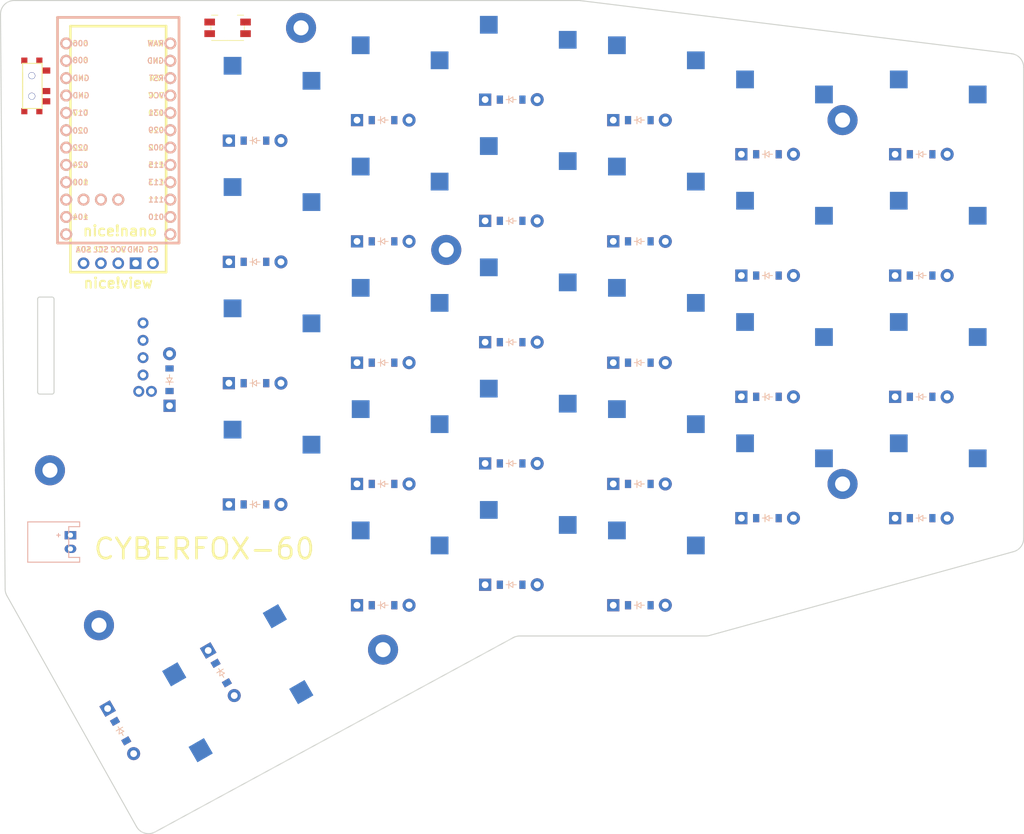
<source format=kicad_pcb>


(kicad_pcb (version 20171130) (host pcbnew 5.1.6)

  (page A3)
  (title_block
    (title "right")
    (rev "0.5.0")
    (company "Daniel Fox")
  )

  (general
    (thickness 1.6)
  )

  (layers
    (0 F.Cu signal)
    (31 B.Cu signal)
    (32 B.Adhes user)
    (33 F.Adhes user)
    (34 B.Paste user)
    (35 F.Paste user)
    (36 B.SilkS user)
    (37 F.SilkS user)
    (38 B.Mask user)
    (39 F.Mask user)
    (40 Dwgs.User user)
    (41 Cmts.User user)
    (42 Eco1.User user)
    (43 Eco2.User user)
    (44 Edge.Cuts user)
    (45 Margin user)
    (46 B.CrtYd user)
    (47 F.CrtYd user)
    (48 B.Fab user)
    (49 F.Fab user)
  )

  (setup
    (last_trace_width 0.25)
    (trace_clearance 0.2)
    (zone_clearance 0.508)
    (zone_45_only no)
    (trace_min 0.2)
    (via_size 0.8)
    (via_drill 0.4)
    (via_min_size 0.4)
    (via_min_drill 0.3)
    (uvia_size 0.3)
    (uvia_drill 0.1)
    (uvias_allowed no)
    (uvia_min_size 0.2)
    (uvia_min_drill 0.1)
    (edge_width 0.05)
    (segment_width 0.2)
    (pcb_text_width 0.3)
    (pcb_text_size 1.5 1.5)
    (mod_edge_width 0.12)
    (mod_text_size 1 1)
    (mod_text_width 0.15)
    (pad_size 1.524 1.524)
    (pad_drill 0.762)
    (pad_to_mask_clearance 0.05)
    (aux_axis_origin 0 0)
    (visible_elements FFFFFF7F)
    (pcbplotparams
      (layerselection 0x010fc_ffffffff)
      (usegerberextensions false)
      (usegerberattributes true)
      (usegerberadvancedattributes true)
      (creategerberjobfile true)
      (excludeedgelayer true)
      (linewidth 0.100000)
      (plotframeref false)
      (viasonmask false)
      (mode 1)
      (useauxorigin false)
      (hpglpennumber 1)
      (hpglpenspeed 20)
      (hpglpendiameter 15.000000)
      (psnegative false)
      (psa4output false)
      (plotreference true)
      (plotvalue true)
      (plotinvisibletext false)
      (padsonsilk false)
      (subtractmaskfromsilk false)
      (outputformat 1)
      (mirror false)
      (drillshape 1)
      (scaleselection 1)
      (outputdirectory ""))
  )

  (net 0 "")
(net 1 "P011")
(net 2 "mirror_outer_bottom")
(net 3 "mirror_outer_home")
(net 4 "mirror_outer_top")
(net 5 "mirror_outer_num")
(net 6 "P104")
(net 7 "mirror_pinky_bottom")
(net 8 "mirror_pinky_home")
(net 9 "mirror_pinky_top")
(net 10 "mirror_pinky_num")
(net 11 "mirror_ring_mod")
(net 12 "P106")
(net 13 "mirror_ring_bottom")
(net 14 "mirror_ring_home")
(net 15 "mirror_ring_top")
(net 16 "mirror_ring_num")
(net 17 "mirror_middle_mod")
(net 18 "P111")
(net 19 "mirror_middle_bottom")
(net 20 "mirror_middle_home")
(net 21 "mirror_middle_top")
(net 22 "mirror_middle_num")
(net 23 "mirror_index_mod")
(net 24 "P010")
(net 25 "mirror_index_bottom")
(net 26 "mirror_index_home")
(net 27 "mirror_index_top")
(net 28 "mirror_index_num")
(net 29 "P009")
(net 30 "mirror_inner_bottom")
(net 31 "mirror_inner_home")
(net 32 "mirror_inner_top")
(net 33 "mirror_inner_num")
(net 34 "mirror_space_cluster")
(net 35 "mirror_extra_cluster")
(net 36 "P115")
(net 37 "P002")
(net 38 "P029")
(net 39 "P031")
(net 40 "P113")
(net 41 "ROTARY")
(net 42 "P006")
(net 43 "GND")
(net 44 "P008")
(net 45 "unused")
(net 46 "RAW")
(net 47 "RST")
(net 48 "VCC")
(net 49 "P017")
(net 50 "P020")
(net 51 "P022")
(net 52 "P024")
(net 53 "P100")
(net 54 "P101")
(net 55 "P102")
(net 56 "P107")
(net 57 "POS")

  (net_class Default "This is the default net class."
    (clearance 0.2)
    (trace_width 0.25)
    (via_dia 0.8)
    (via_drill 0.4)
    (uvia_dia 0.3)
    (uvia_drill 0.1)
    (add_net "")
(add_net "P011")
(add_net "mirror_outer_bottom")
(add_net "mirror_outer_home")
(add_net "mirror_outer_top")
(add_net "mirror_outer_num")
(add_net "P104")
(add_net "mirror_pinky_bottom")
(add_net "mirror_pinky_home")
(add_net "mirror_pinky_top")
(add_net "mirror_pinky_num")
(add_net "mirror_ring_mod")
(add_net "P106")
(add_net "mirror_ring_bottom")
(add_net "mirror_ring_home")
(add_net "mirror_ring_top")
(add_net "mirror_ring_num")
(add_net "mirror_middle_mod")
(add_net "P111")
(add_net "mirror_middle_bottom")
(add_net "mirror_middle_home")
(add_net "mirror_middle_top")
(add_net "mirror_middle_num")
(add_net "mirror_index_mod")
(add_net "P010")
(add_net "mirror_index_bottom")
(add_net "mirror_index_home")
(add_net "mirror_index_top")
(add_net "mirror_index_num")
(add_net "P009")
(add_net "mirror_inner_bottom")
(add_net "mirror_inner_home")
(add_net "mirror_inner_top")
(add_net "mirror_inner_num")
(add_net "mirror_space_cluster")
(add_net "mirror_extra_cluster")
(add_net "P115")
(add_net "P002")
(add_net "P029")
(add_net "P031")
(add_net "P113")
(add_net "ROTARY")
(add_net "P006")
(add_net "GND")
(add_net "P008")
(add_net "unused")
(add_net "RAW")
(add_net "RST")
(add_net "VCC")
(add_net "P017")
(add_net "P020")
(add_net "P022")
(add_net "P024")
(add_net "P100")
(add_net "P101")
(add_net "P102")
(add_net "P107")
(add_net "POS")
  )

  
        
      (module PG1350 (layer F.Cu) (tedit 5DD50112)
      (at 310.6499908 92.25 0)

      
      (fp_text reference "S1" (at 0 0) (layer F.SilkS) hide (effects (font (size 1.27 1.27) (thickness 0.15))))
      (fp_text value "" (at 0 0) (layer F.SilkS) hide (effects (font (size 1.27 1.27) (thickness 0.15))))

      
      (fp_line (start -7 -6) (end -7 -7) (layer Dwgs.User) (width 0.15))
      (fp_line (start -7 7) (end -6 7) (layer Dwgs.User) (width 0.15))
      (fp_line (start -6 -7) (end -7 -7) (layer Dwgs.User) (width 0.15))
      (fp_line (start -7 7) (end -7 6) (layer Dwgs.User) (width 0.15))
      (fp_line (start 7 6) (end 7 7) (layer Dwgs.User) (width 0.15))
      (fp_line (start 7 -7) (end 6 -7) (layer Dwgs.User) (width 0.15))
      (fp_line (start 6 7) (end 7 7) (layer Dwgs.User) (width 0.15))
      (fp_line (start 7 -7) (end 7 -6) (layer Dwgs.User) (width 0.15))      
      
      
      (pad "" np_thru_hole circle (at 0 0) (size 3.429 3.429) (drill 3.429) (layers *.Cu *.Mask))
        
      
      (pad "" np_thru_hole circle (at 5.5 0) (size 1.7018 1.7018) (drill 1.7018) (layers *.Cu *.Mask))
      (pad "" np_thru_hole circle (at -5.5 0) (size 1.7018 1.7018) (drill 1.7018) (layers *.Cu *.Mask))
      
        
      
      (fp_line (start -9 -8.5) (end 9 -8.5) (layer Dwgs.User) (width 0.15))
      (fp_line (start 9 -8.5) (end 9 8.5) (layer Dwgs.User) (width 0.15))
      (fp_line (start 9 8.5) (end -9 8.5) (layer Dwgs.User) (width 0.15))
      (fp_line (start -9 8.5) (end -9 -8.5) (layer Dwgs.User) (width 0.15))
      
        
          
          (pad "" np_thru_hole circle (at 5 -3.75) (size 3 3) (drill 3) (layers *.Cu *.Mask))
          (pad "" np_thru_hole circle (at 0 -5.95) (size 3 3) (drill 3) (layers *.Cu *.Mask))
      
          
          (pad 1 smd rect (at -3.275 -5.95 0) (size 2.6 2.6) (layers B.Cu B.Paste B.Mask)  (net 1 "P011"))
          (pad 2 smd rect (at 8.275 -3.75 0) (size 2.6 2.6) (layers B.Cu B.Paste B.Mask)  (net 2 "mirror_outer_bottom"))
        )
        

        
      (module PG1350 (layer F.Cu) (tedit 5DD50112)
      (at 310.6499908 74.5 0)

      
      (fp_text reference "S2" (at 0 0) (layer F.SilkS) hide (effects (font (size 1.27 1.27) (thickness 0.15))))
      (fp_text value "" (at 0 0) (layer F.SilkS) hide (effects (font (size 1.27 1.27) (thickness 0.15))))

      
      (fp_line (start -7 -6) (end -7 -7) (layer Dwgs.User) (width 0.15))
      (fp_line (start -7 7) (end -6 7) (layer Dwgs.User) (width 0.15))
      (fp_line (start -6 -7) (end -7 -7) (layer Dwgs.User) (width 0.15))
      (fp_line (start -7 7) (end -7 6) (layer Dwgs.User) (width 0.15))
      (fp_line (start 7 6) (end 7 7) (layer Dwgs.User) (width 0.15))
      (fp_line (start 7 -7) (end 6 -7) (layer Dwgs.User) (width 0.15))
      (fp_line (start 6 7) (end 7 7) (layer Dwgs.User) (width 0.15))
      (fp_line (start 7 -7) (end 7 -6) (layer Dwgs.User) (width 0.15))      
      
      
      (pad "" np_thru_hole circle (at 0 0) (size 3.429 3.429) (drill 3.429) (layers *.Cu *.Mask))
        
      
      (pad "" np_thru_hole circle (at 5.5 0) (size 1.7018 1.7018) (drill 1.7018) (layers *.Cu *.Mask))
      (pad "" np_thru_hole circle (at -5.5 0) (size 1.7018 1.7018) (drill 1.7018) (layers *.Cu *.Mask))
      
        
      
      (fp_line (start -9 -8.5) (end 9 -8.5) (layer Dwgs.User) (width 0.15))
      (fp_line (start 9 -8.5) (end 9 8.5) (layer Dwgs.User) (width 0.15))
      (fp_line (start 9 8.5) (end -9 8.5) (layer Dwgs.User) (width 0.15))
      (fp_line (start -9 8.5) (end -9 -8.5) (layer Dwgs.User) (width 0.15))
      
        
          
          (pad "" np_thru_hole circle (at 5 -3.75) (size 3 3) (drill 3) (layers *.Cu *.Mask))
          (pad "" np_thru_hole circle (at 0 -5.95) (size 3 3) (drill 3) (layers *.Cu *.Mask))
      
          
          (pad 1 smd rect (at -3.275 -5.95 0) (size 2.6 2.6) (layers B.Cu B.Paste B.Mask)  (net 1 "P011"))
          (pad 2 smd rect (at 8.275 -3.75 0) (size 2.6 2.6) (layers B.Cu B.Paste B.Mask)  (net 3 "mirror_outer_home"))
        )
        

        
      (module PG1350 (layer F.Cu) (tedit 5DD50112)
      (at 310.6499908 56.75 0)

      
      (fp_text reference "S3" (at 0 0) (layer F.SilkS) hide (effects (font (size 1.27 1.27) (thickness 0.15))))
      (fp_text value "" (at 0 0) (layer F.SilkS) hide (effects (font (size 1.27 1.27) (thickness 0.15))))

      
      (fp_line (start -7 -6) (end -7 -7) (layer Dwgs.User) (width 0.15))
      (fp_line (start -7 7) (end -6 7) (layer Dwgs.User) (width 0.15))
      (fp_line (start -6 -7) (end -7 -7) (layer Dwgs.User) (width 0.15))
      (fp_line (start -7 7) (end -7 6) (layer Dwgs.User) (width 0.15))
      (fp_line (start 7 6) (end 7 7) (layer Dwgs.User) (width 0.15))
      (fp_line (start 7 -7) (end 6 -7) (layer Dwgs.User) (width 0.15))
      (fp_line (start 6 7) (end 7 7) (layer Dwgs.User) (width 0.15))
      (fp_line (start 7 -7) (end 7 -6) (layer Dwgs.User) (width 0.15))      
      
      
      (pad "" np_thru_hole circle (at 0 0) (size 3.429 3.429) (drill 3.429) (layers *.Cu *.Mask))
        
      
      (pad "" np_thru_hole circle (at 5.5 0) (size 1.7018 1.7018) (drill 1.7018) (layers *.Cu *.Mask))
      (pad "" np_thru_hole circle (at -5.5 0) (size 1.7018 1.7018) (drill 1.7018) (layers *.Cu *.Mask))
      
        
      
      (fp_line (start -9 -8.5) (end 9 -8.5) (layer Dwgs.User) (width 0.15))
      (fp_line (start 9 -8.5) (end 9 8.5) (layer Dwgs.User) (width 0.15))
      (fp_line (start 9 8.5) (end -9 8.5) (layer Dwgs.User) (width 0.15))
      (fp_line (start -9 8.5) (end -9 -8.5) (layer Dwgs.User) (width 0.15))
      
        
          
          (pad "" np_thru_hole circle (at 5 -3.75) (size 3 3) (drill 3) (layers *.Cu *.Mask))
          (pad "" np_thru_hole circle (at 0 -5.95) (size 3 3) (drill 3) (layers *.Cu *.Mask))
      
          
          (pad 1 smd rect (at -3.275 -5.95 0) (size 2.6 2.6) (layers B.Cu B.Paste B.Mask)  (net 1 "P011"))
          (pad 2 smd rect (at 8.275 -3.75 0) (size 2.6 2.6) (layers B.Cu B.Paste B.Mask)  (net 4 "mirror_outer_top"))
        )
        

        
      (module PG1350 (layer F.Cu) (tedit 5DD50112)
      (at 310.6499908 39 0)

      
      (fp_text reference "S4" (at 0 0) (layer F.SilkS) hide (effects (font (size 1.27 1.27) (thickness 0.15))))
      (fp_text value "" (at 0 0) (layer F.SilkS) hide (effects (font (size 1.27 1.27) (thickness 0.15))))

      
      (fp_line (start -7 -6) (end -7 -7) (layer Dwgs.User) (width 0.15))
      (fp_line (start -7 7) (end -6 7) (layer Dwgs.User) (width 0.15))
      (fp_line (start -6 -7) (end -7 -7) (layer Dwgs.User) (width 0.15))
      (fp_line (start -7 7) (end -7 6) (layer Dwgs.User) (width 0.15))
      (fp_line (start 7 6) (end 7 7) (layer Dwgs.User) (width 0.15))
      (fp_line (start 7 -7) (end 6 -7) (layer Dwgs.User) (width 0.15))
      (fp_line (start 6 7) (end 7 7) (layer Dwgs.User) (width 0.15))
      (fp_line (start 7 -7) (end 7 -6) (layer Dwgs.User) (width 0.15))      
      
      
      (pad "" np_thru_hole circle (at 0 0) (size 3.429 3.429) (drill 3.429) (layers *.Cu *.Mask))
        
      
      (pad "" np_thru_hole circle (at 5.5 0) (size 1.7018 1.7018) (drill 1.7018) (layers *.Cu *.Mask))
      (pad "" np_thru_hole circle (at -5.5 0) (size 1.7018 1.7018) (drill 1.7018) (layers *.Cu *.Mask))
      
        
      
      (fp_line (start -9 -8.5) (end 9 -8.5) (layer Dwgs.User) (width 0.15))
      (fp_line (start 9 -8.5) (end 9 8.5) (layer Dwgs.User) (width 0.15))
      (fp_line (start 9 8.5) (end -9 8.5) (layer Dwgs.User) (width 0.15))
      (fp_line (start -9 8.5) (end -9 -8.5) (layer Dwgs.User) (width 0.15))
      
        
          
          (pad "" np_thru_hole circle (at 5 -3.75) (size 3 3) (drill 3) (layers *.Cu *.Mask))
          (pad "" np_thru_hole circle (at 0 -5.95) (size 3 3) (drill 3) (layers *.Cu *.Mask))
      
          
          (pad 1 smd rect (at -3.275 -5.95 0) (size 2.6 2.6) (layers B.Cu B.Paste B.Mask)  (net 1 "P011"))
          (pad 2 smd rect (at 8.275 -3.75 0) (size 2.6 2.6) (layers B.Cu B.Paste B.Mask)  (net 5 "mirror_outer_num"))
        )
        

        
      (module PG1350 (layer F.Cu) (tedit 5DD50112)
      (at 288.1499908 92.25 0)

      
      (fp_text reference "S5" (at 0 0) (layer F.SilkS) hide (effects (font (size 1.27 1.27) (thickness 0.15))))
      (fp_text value "" (at 0 0) (layer F.SilkS) hide (effects (font (size 1.27 1.27) (thickness 0.15))))

      
      (fp_line (start -7 -6) (end -7 -7) (layer Dwgs.User) (width 0.15))
      (fp_line (start -7 7) (end -6 7) (layer Dwgs.User) (width 0.15))
      (fp_line (start -6 -7) (end -7 -7) (layer Dwgs.User) (width 0.15))
      (fp_line (start -7 7) (end -7 6) (layer Dwgs.User) (width 0.15))
      (fp_line (start 7 6) (end 7 7) (layer Dwgs.User) (width 0.15))
      (fp_line (start 7 -7) (end 6 -7) (layer Dwgs.User) (width 0.15))
      (fp_line (start 6 7) (end 7 7) (layer Dwgs.User) (width 0.15))
      (fp_line (start 7 -7) (end 7 -6) (layer Dwgs.User) (width 0.15))      
      
      
      (pad "" np_thru_hole circle (at 0 0) (size 3.429 3.429) (drill 3.429) (layers *.Cu *.Mask))
        
      
      (pad "" np_thru_hole circle (at 5.5 0) (size 1.7018 1.7018) (drill 1.7018) (layers *.Cu *.Mask))
      (pad "" np_thru_hole circle (at -5.5 0) (size 1.7018 1.7018) (drill 1.7018) (layers *.Cu *.Mask))
      
        
      
      (fp_line (start -9 -8.5) (end 9 -8.5) (layer Dwgs.User) (width 0.15))
      (fp_line (start 9 -8.5) (end 9 8.5) (layer Dwgs.User) (width 0.15))
      (fp_line (start 9 8.5) (end -9 8.5) (layer Dwgs.User) (width 0.15))
      (fp_line (start -9 8.5) (end -9 -8.5) (layer Dwgs.User) (width 0.15))
      
        
          
          (pad "" np_thru_hole circle (at 5 -3.75) (size 3 3) (drill 3) (layers *.Cu *.Mask))
          (pad "" np_thru_hole circle (at 0 -5.95) (size 3 3) (drill 3) (layers *.Cu *.Mask))
      
          
          (pad 1 smd rect (at -3.275 -5.95 0) (size 2.6 2.6) (layers B.Cu B.Paste B.Mask)  (net 6 "P104"))
          (pad 2 smd rect (at 8.275 -3.75 0) (size 2.6 2.6) (layers B.Cu B.Paste B.Mask)  (net 7 "mirror_pinky_bottom"))
        )
        

        
      (module PG1350 (layer F.Cu) (tedit 5DD50112)
      (at 288.1499908 74.5 0)

      
      (fp_text reference "S6" (at 0 0) (layer F.SilkS) hide (effects (font (size 1.27 1.27) (thickness 0.15))))
      (fp_text value "" (at 0 0) (layer F.SilkS) hide (effects (font (size 1.27 1.27) (thickness 0.15))))

      
      (fp_line (start -7 -6) (end -7 -7) (layer Dwgs.User) (width 0.15))
      (fp_line (start -7 7) (end -6 7) (layer Dwgs.User) (width 0.15))
      (fp_line (start -6 -7) (end -7 -7) (layer Dwgs.User) (width 0.15))
      (fp_line (start -7 7) (end -7 6) (layer Dwgs.User) (width 0.15))
      (fp_line (start 7 6) (end 7 7) (layer Dwgs.User) (width 0.15))
      (fp_line (start 7 -7) (end 6 -7) (layer Dwgs.User) (width 0.15))
      (fp_line (start 6 7) (end 7 7) (layer Dwgs.User) (width 0.15))
      (fp_line (start 7 -7) (end 7 -6) (layer Dwgs.User) (width 0.15))      
      
      
      (pad "" np_thru_hole circle (at 0 0) (size 3.429 3.429) (drill 3.429) (layers *.Cu *.Mask))
        
      
      (pad "" np_thru_hole circle (at 5.5 0) (size 1.7018 1.7018) (drill 1.7018) (layers *.Cu *.Mask))
      (pad "" np_thru_hole circle (at -5.5 0) (size 1.7018 1.7018) (drill 1.7018) (layers *.Cu *.Mask))
      
        
      
      (fp_line (start -9 -8.5) (end 9 -8.5) (layer Dwgs.User) (width 0.15))
      (fp_line (start 9 -8.5) (end 9 8.5) (layer Dwgs.User) (width 0.15))
      (fp_line (start 9 8.5) (end -9 8.5) (layer Dwgs.User) (width 0.15))
      (fp_line (start -9 8.5) (end -9 -8.5) (layer Dwgs.User) (width 0.15))
      
        
          
          (pad "" np_thru_hole circle (at 5 -3.75) (size 3 3) (drill 3) (layers *.Cu *.Mask))
          (pad "" np_thru_hole circle (at 0 -5.95) (size 3 3) (drill 3) (layers *.Cu *.Mask))
      
          
          (pad 1 smd rect (at -3.275 -5.95 0) (size 2.6 2.6) (layers B.Cu B.Paste B.Mask)  (net 6 "P104"))
          (pad 2 smd rect (at 8.275 -3.75 0) (size 2.6 2.6) (layers B.Cu B.Paste B.Mask)  (net 8 "mirror_pinky_home"))
        )
        

        
      (module PG1350 (layer F.Cu) (tedit 5DD50112)
      (at 288.1499908 56.75 0)

      
      (fp_text reference "S7" (at 0 0) (layer F.SilkS) hide (effects (font (size 1.27 1.27) (thickness 0.15))))
      (fp_text value "" (at 0 0) (layer F.SilkS) hide (effects (font (size 1.27 1.27) (thickness 0.15))))

      
      (fp_line (start -7 -6) (end -7 -7) (layer Dwgs.User) (width 0.15))
      (fp_line (start -7 7) (end -6 7) (layer Dwgs.User) (width 0.15))
      (fp_line (start -6 -7) (end -7 -7) (layer Dwgs.User) (width 0.15))
      (fp_line (start -7 7) (end -7 6) (layer Dwgs.User) (width 0.15))
      (fp_line (start 7 6) (end 7 7) (layer Dwgs.User) (width 0.15))
      (fp_line (start 7 -7) (end 6 -7) (layer Dwgs.User) (width 0.15))
      (fp_line (start 6 7) (end 7 7) (layer Dwgs.User) (width 0.15))
      (fp_line (start 7 -7) (end 7 -6) (layer Dwgs.User) (width 0.15))      
      
      
      (pad "" np_thru_hole circle (at 0 0) (size 3.429 3.429) (drill 3.429) (layers *.Cu *.Mask))
        
      
      (pad "" np_thru_hole circle (at 5.5 0) (size 1.7018 1.7018) (drill 1.7018) (layers *.Cu *.Mask))
      (pad "" np_thru_hole circle (at -5.5 0) (size 1.7018 1.7018) (drill 1.7018) (layers *.Cu *.Mask))
      
        
      
      (fp_line (start -9 -8.5) (end 9 -8.5) (layer Dwgs.User) (width 0.15))
      (fp_line (start 9 -8.5) (end 9 8.5) (layer Dwgs.User) (width 0.15))
      (fp_line (start 9 8.5) (end -9 8.5) (layer Dwgs.User) (width 0.15))
      (fp_line (start -9 8.5) (end -9 -8.5) (layer Dwgs.User) (width 0.15))
      
        
          
          (pad "" np_thru_hole circle (at 5 -3.75) (size 3 3) (drill 3) (layers *.Cu *.Mask))
          (pad "" np_thru_hole circle (at 0 -5.95) (size 3 3) (drill 3) (layers *.Cu *.Mask))
      
          
          (pad 1 smd rect (at -3.275 -5.95 0) (size 2.6 2.6) (layers B.Cu B.Paste B.Mask)  (net 6 "P104"))
          (pad 2 smd rect (at 8.275 -3.75 0) (size 2.6 2.6) (layers B.Cu B.Paste B.Mask)  (net 9 "mirror_pinky_top"))
        )
        

        
      (module PG1350 (layer F.Cu) (tedit 5DD50112)
      (at 288.1499908 39 0)

      
      (fp_text reference "S8" (at 0 0) (layer F.SilkS) hide (effects (font (size 1.27 1.27) (thickness 0.15))))
      (fp_text value "" (at 0 0) (layer F.SilkS) hide (effects (font (size 1.27 1.27) (thickness 0.15))))

      
      (fp_line (start -7 -6) (end -7 -7) (layer Dwgs.User) (width 0.15))
      (fp_line (start -7 7) (end -6 7) (layer Dwgs.User) (width 0.15))
      (fp_line (start -6 -7) (end -7 -7) (layer Dwgs.User) (width 0.15))
      (fp_line (start -7 7) (end -7 6) (layer Dwgs.User) (width 0.15))
      (fp_line (start 7 6) (end 7 7) (layer Dwgs.User) (width 0.15))
      (fp_line (start 7 -7) (end 6 -7) (layer Dwgs.User) (width 0.15))
      (fp_line (start 6 7) (end 7 7) (layer Dwgs.User) (width 0.15))
      (fp_line (start 7 -7) (end 7 -6) (layer Dwgs.User) (width 0.15))      
      
      
      (pad "" np_thru_hole circle (at 0 0) (size 3.429 3.429) (drill 3.429) (layers *.Cu *.Mask))
        
      
      (pad "" np_thru_hole circle (at 5.5 0) (size 1.7018 1.7018) (drill 1.7018) (layers *.Cu *.Mask))
      (pad "" np_thru_hole circle (at -5.5 0) (size 1.7018 1.7018) (drill 1.7018) (layers *.Cu *.Mask))
      
        
      
      (fp_line (start -9 -8.5) (end 9 -8.5) (layer Dwgs.User) (width 0.15))
      (fp_line (start 9 -8.5) (end 9 8.5) (layer Dwgs.User) (width 0.15))
      (fp_line (start 9 8.5) (end -9 8.5) (layer Dwgs.User) (width 0.15))
      (fp_line (start -9 8.5) (end -9 -8.5) (layer Dwgs.User) (width 0.15))
      
        
          
          (pad "" np_thru_hole circle (at 5 -3.75) (size 3 3) (drill 3) (layers *.Cu *.Mask))
          (pad "" np_thru_hole circle (at 0 -5.95) (size 3 3) (drill 3) (layers *.Cu *.Mask))
      
          
          (pad 1 smd rect (at -3.275 -5.95 0) (size 2.6 2.6) (layers B.Cu B.Paste B.Mask)  (net 6 "P104"))
          (pad 2 smd rect (at 8.275 -3.75 0) (size 2.6 2.6) (layers B.Cu B.Paste B.Mask)  (net 10 "mirror_pinky_num"))
        )
        

        
      (module PG1350 (layer F.Cu) (tedit 5DD50112)
      (at 269.3999908 105 0)

      
      (fp_text reference "S9" (at 0 0) (layer F.SilkS) hide (effects (font (size 1.27 1.27) (thickness 0.15))))
      (fp_text value "" (at 0 0) (layer F.SilkS) hide (effects (font (size 1.27 1.27) (thickness 0.15))))

      
      (fp_line (start -7 -6) (end -7 -7) (layer Dwgs.User) (width 0.15))
      (fp_line (start -7 7) (end -6 7) (layer Dwgs.User) (width 0.15))
      (fp_line (start -6 -7) (end -7 -7) (layer Dwgs.User) (width 0.15))
      (fp_line (start -7 7) (end -7 6) (layer Dwgs.User) (width 0.15))
      (fp_line (start 7 6) (end 7 7) (layer Dwgs.User) (width 0.15))
      (fp_line (start 7 -7) (end 6 -7) (layer Dwgs.User) (width 0.15))
      (fp_line (start 6 7) (end 7 7) (layer Dwgs.User) (width 0.15))
      (fp_line (start 7 -7) (end 7 -6) (layer Dwgs.User) (width 0.15))      
      
      
      (pad "" np_thru_hole circle (at 0 0) (size 3.429 3.429) (drill 3.429) (layers *.Cu *.Mask))
        
      
      (pad "" np_thru_hole circle (at 5.5 0) (size 1.7018 1.7018) (drill 1.7018) (layers *.Cu *.Mask))
      (pad "" np_thru_hole circle (at -5.5 0) (size 1.7018 1.7018) (drill 1.7018) (layers *.Cu *.Mask))
      
        
      
      (fp_line (start -9 -8.5) (end 9 -8.5) (layer Dwgs.User) (width 0.15))
      (fp_line (start 9 -8.5) (end 9 8.5) (layer Dwgs.User) (width 0.15))
      (fp_line (start 9 8.5) (end -9 8.5) (layer Dwgs.User) (width 0.15))
      (fp_line (start -9 8.5) (end -9 -8.5) (layer Dwgs.User) (width 0.15))
      
        
          
          (pad "" np_thru_hole circle (at 5 -3.75) (size 3 3) (drill 3) (layers *.Cu *.Mask))
          (pad "" np_thru_hole circle (at 0 -5.95) (size 3 3) (drill 3) (layers *.Cu *.Mask))
      
          
          (pad 1 smd rect (at -3.275 -5.95 0) (size 2.6 2.6) (layers B.Cu B.Paste B.Mask)  (net 6 "P104"))
          (pad 2 smd rect (at 8.275 -3.75 0) (size 2.6 2.6) (layers B.Cu B.Paste B.Mask)  (net 11 "mirror_ring_mod"))
        )
        

        
      (module PG1350 (layer F.Cu) (tedit 5DD50112)
      (at 269.3999908 87.25 0)

      
      (fp_text reference "S10" (at 0 0) (layer F.SilkS) hide (effects (font (size 1.27 1.27) (thickness 0.15))))
      (fp_text value "" (at 0 0) (layer F.SilkS) hide (effects (font (size 1.27 1.27) (thickness 0.15))))

      
      (fp_line (start -7 -6) (end -7 -7) (layer Dwgs.User) (width 0.15))
      (fp_line (start -7 7) (end -6 7) (layer Dwgs.User) (width 0.15))
      (fp_line (start -6 -7) (end -7 -7) (layer Dwgs.User) (width 0.15))
      (fp_line (start -7 7) (end -7 6) (layer Dwgs.User) (width 0.15))
      (fp_line (start 7 6) (end 7 7) (layer Dwgs.User) (width 0.15))
      (fp_line (start 7 -7) (end 6 -7) (layer Dwgs.User) (width 0.15))
      (fp_line (start 6 7) (end 7 7) (layer Dwgs.User) (width 0.15))
      (fp_line (start 7 -7) (end 7 -6) (layer Dwgs.User) (width 0.15))      
      
      
      (pad "" np_thru_hole circle (at 0 0) (size 3.429 3.429) (drill 3.429) (layers *.Cu *.Mask))
        
      
      (pad "" np_thru_hole circle (at 5.5 0) (size 1.7018 1.7018) (drill 1.7018) (layers *.Cu *.Mask))
      (pad "" np_thru_hole circle (at -5.5 0) (size 1.7018 1.7018) (drill 1.7018) (layers *.Cu *.Mask))
      
        
      
      (fp_line (start -9 -8.5) (end 9 -8.5) (layer Dwgs.User) (width 0.15))
      (fp_line (start 9 -8.5) (end 9 8.5) (layer Dwgs.User) (width 0.15))
      (fp_line (start 9 8.5) (end -9 8.5) (layer Dwgs.User) (width 0.15))
      (fp_line (start -9 8.5) (end -9 -8.5) (layer Dwgs.User) (width 0.15))
      
        
          
          (pad "" np_thru_hole circle (at 5 -3.75) (size 3 3) (drill 3) (layers *.Cu *.Mask))
          (pad "" np_thru_hole circle (at 0 -5.95) (size 3 3) (drill 3) (layers *.Cu *.Mask))
      
          
          (pad 1 smd rect (at -3.275 -5.95 0) (size 2.6 2.6) (layers B.Cu B.Paste B.Mask)  (net 12 "P106"))
          (pad 2 smd rect (at 8.275 -3.75 0) (size 2.6 2.6) (layers B.Cu B.Paste B.Mask)  (net 13 "mirror_ring_bottom"))
        )
        

        
      (module PG1350 (layer F.Cu) (tedit 5DD50112)
      (at 269.3999908 69.5 0)

      
      (fp_text reference "S11" (at 0 0) (layer F.SilkS) hide (effects (font (size 1.27 1.27) (thickness 0.15))))
      (fp_text value "" (at 0 0) (layer F.SilkS) hide (effects (font (size 1.27 1.27) (thickness 0.15))))

      
      (fp_line (start -7 -6) (end -7 -7) (layer Dwgs.User) (width 0.15))
      (fp_line (start -7 7) (end -6 7) (layer Dwgs.User) (width 0.15))
      (fp_line (start -6 -7) (end -7 -7) (layer Dwgs.User) (width 0.15))
      (fp_line (start -7 7) (end -7 6) (layer Dwgs.User) (width 0.15))
      (fp_line (start 7 6) (end 7 7) (layer Dwgs.User) (width 0.15))
      (fp_line (start 7 -7) (end 6 -7) (layer Dwgs.User) (width 0.15))
      (fp_line (start 6 7) (end 7 7) (layer Dwgs.User) (width 0.15))
      (fp_line (start 7 -7) (end 7 -6) (layer Dwgs.User) (width 0.15))      
      
      
      (pad "" np_thru_hole circle (at 0 0) (size 3.429 3.429) (drill 3.429) (layers *.Cu *.Mask))
        
      
      (pad "" np_thru_hole circle (at 5.5 0) (size 1.7018 1.7018) (drill 1.7018) (layers *.Cu *.Mask))
      (pad "" np_thru_hole circle (at -5.5 0) (size 1.7018 1.7018) (drill 1.7018) (layers *.Cu *.Mask))
      
        
      
      (fp_line (start -9 -8.5) (end 9 -8.5) (layer Dwgs.User) (width 0.15))
      (fp_line (start 9 -8.5) (end 9 8.5) (layer Dwgs.User) (width 0.15))
      (fp_line (start 9 8.5) (end -9 8.5) (layer Dwgs.User) (width 0.15))
      (fp_line (start -9 8.5) (end -9 -8.5) (layer Dwgs.User) (width 0.15))
      
        
          
          (pad "" np_thru_hole circle (at 5 -3.75) (size 3 3) (drill 3) (layers *.Cu *.Mask))
          (pad "" np_thru_hole circle (at 0 -5.95) (size 3 3) (drill 3) (layers *.Cu *.Mask))
      
          
          (pad 1 smd rect (at -3.275 -5.95 0) (size 2.6 2.6) (layers B.Cu B.Paste B.Mask)  (net 12 "P106"))
          (pad 2 smd rect (at 8.275 -3.75 0) (size 2.6 2.6) (layers B.Cu B.Paste B.Mask)  (net 14 "mirror_ring_home"))
        )
        

        
      (module PG1350 (layer F.Cu) (tedit 5DD50112)
      (at 269.3999908 51.75 0)

      
      (fp_text reference "S12" (at 0 0) (layer F.SilkS) hide (effects (font (size 1.27 1.27) (thickness 0.15))))
      (fp_text value "" (at 0 0) (layer F.SilkS) hide (effects (font (size 1.27 1.27) (thickness 0.15))))

      
      (fp_line (start -7 -6) (end -7 -7) (layer Dwgs.User) (width 0.15))
      (fp_line (start -7 7) (end -6 7) (layer Dwgs.User) (width 0.15))
      (fp_line (start -6 -7) (end -7 -7) (layer Dwgs.User) (width 0.15))
      (fp_line (start -7 7) (end -7 6) (layer Dwgs.User) (width 0.15))
      (fp_line (start 7 6) (end 7 7) (layer Dwgs.User) (width 0.15))
      (fp_line (start 7 -7) (end 6 -7) (layer Dwgs.User) (width 0.15))
      (fp_line (start 6 7) (end 7 7) (layer Dwgs.User) (width 0.15))
      (fp_line (start 7 -7) (end 7 -6) (layer Dwgs.User) (width 0.15))      
      
      
      (pad "" np_thru_hole circle (at 0 0) (size 3.429 3.429) (drill 3.429) (layers *.Cu *.Mask))
        
      
      (pad "" np_thru_hole circle (at 5.5 0) (size 1.7018 1.7018) (drill 1.7018) (layers *.Cu *.Mask))
      (pad "" np_thru_hole circle (at -5.5 0) (size 1.7018 1.7018) (drill 1.7018) (layers *.Cu *.Mask))
      
        
      
      (fp_line (start -9 -8.5) (end 9 -8.5) (layer Dwgs.User) (width 0.15))
      (fp_line (start 9 -8.5) (end 9 8.5) (layer Dwgs.User) (width 0.15))
      (fp_line (start 9 8.5) (end -9 8.5) (layer Dwgs.User) (width 0.15))
      (fp_line (start -9 8.5) (end -9 -8.5) (layer Dwgs.User) (width 0.15))
      
        
          
          (pad "" np_thru_hole circle (at 5 -3.75) (size 3 3) (drill 3) (layers *.Cu *.Mask))
          (pad "" np_thru_hole circle (at 0 -5.95) (size 3 3) (drill 3) (layers *.Cu *.Mask))
      
          
          (pad 1 smd rect (at -3.275 -5.95 0) (size 2.6 2.6) (layers B.Cu B.Paste B.Mask)  (net 12 "P106"))
          (pad 2 smd rect (at 8.275 -3.75 0) (size 2.6 2.6) (layers B.Cu B.Paste B.Mask)  (net 15 "mirror_ring_top"))
        )
        

        
      (module PG1350 (layer F.Cu) (tedit 5DD50112)
      (at 269.3999908 34 0)

      
      (fp_text reference "S13" (at 0 0) (layer F.SilkS) hide (effects (font (size 1.27 1.27) (thickness 0.15))))
      (fp_text value "" (at 0 0) (layer F.SilkS) hide (effects (font (size 1.27 1.27) (thickness 0.15))))

      
      (fp_line (start -7 -6) (end -7 -7) (layer Dwgs.User) (width 0.15))
      (fp_line (start -7 7) (end -6 7) (layer Dwgs.User) (width 0.15))
      (fp_line (start -6 -7) (end -7 -7) (layer Dwgs.User) (width 0.15))
      (fp_line (start -7 7) (end -7 6) (layer Dwgs.User) (width 0.15))
      (fp_line (start 7 6) (end 7 7) (layer Dwgs.User) (width 0.15))
      (fp_line (start 7 -7) (end 6 -7) (layer Dwgs.User) (width 0.15))
      (fp_line (start 6 7) (end 7 7) (layer Dwgs.User) (width 0.15))
      (fp_line (start 7 -7) (end 7 -6) (layer Dwgs.User) (width 0.15))      
      
      
      (pad "" np_thru_hole circle (at 0 0) (size 3.429 3.429) (drill 3.429) (layers *.Cu *.Mask))
        
      
      (pad "" np_thru_hole circle (at 5.5 0) (size 1.7018 1.7018) (drill 1.7018) (layers *.Cu *.Mask))
      (pad "" np_thru_hole circle (at -5.5 0) (size 1.7018 1.7018) (drill 1.7018) (layers *.Cu *.Mask))
      
        
      
      (fp_line (start -9 -8.5) (end 9 -8.5) (layer Dwgs.User) (width 0.15))
      (fp_line (start 9 -8.5) (end 9 8.5) (layer Dwgs.User) (width 0.15))
      (fp_line (start 9 8.5) (end -9 8.5) (layer Dwgs.User) (width 0.15))
      (fp_line (start -9 8.5) (end -9 -8.5) (layer Dwgs.User) (width 0.15))
      
        
          
          (pad "" np_thru_hole circle (at 5 -3.75) (size 3 3) (drill 3) (layers *.Cu *.Mask))
          (pad "" np_thru_hole circle (at 0 -5.95) (size 3 3) (drill 3) (layers *.Cu *.Mask))
      
          
          (pad 1 smd rect (at -3.275 -5.95 0) (size 2.6 2.6) (layers B.Cu B.Paste B.Mask)  (net 12 "P106"))
          (pad 2 smd rect (at 8.275 -3.75 0) (size 2.6 2.6) (layers B.Cu B.Paste B.Mask)  (net 16 "mirror_ring_num"))
        )
        

        
      (module PG1350 (layer F.Cu) (tedit 5DD50112)
      (at 250.6499908 102 0)

      
      (fp_text reference "S14" (at 0 0) (layer F.SilkS) hide (effects (font (size 1.27 1.27) (thickness 0.15))))
      (fp_text value "" (at 0 0) (layer F.SilkS) hide (effects (font (size 1.27 1.27) (thickness 0.15))))

      
      (fp_line (start -7 -6) (end -7 -7) (layer Dwgs.User) (width 0.15))
      (fp_line (start -7 7) (end -6 7) (layer Dwgs.User) (width 0.15))
      (fp_line (start -6 -7) (end -7 -7) (layer Dwgs.User) (width 0.15))
      (fp_line (start -7 7) (end -7 6) (layer Dwgs.User) (width 0.15))
      (fp_line (start 7 6) (end 7 7) (layer Dwgs.User) (width 0.15))
      (fp_line (start 7 -7) (end 6 -7) (layer Dwgs.User) (width 0.15))
      (fp_line (start 6 7) (end 7 7) (layer Dwgs.User) (width 0.15))
      (fp_line (start 7 -7) (end 7 -6) (layer Dwgs.User) (width 0.15))      
      
      
      (pad "" np_thru_hole circle (at 0 0) (size 3.429 3.429) (drill 3.429) (layers *.Cu *.Mask))
        
      
      (pad "" np_thru_hole circle (at 5.5 0) (size 1.7018 1.7018) (drill 1.7018) (layers *.Cu *.Mask))
      (pad "" np_thru_hole circle (at -5.5 0) (size 1.7018 1.7018) (drill 1.7018) (layers *.Cu *.Mask))
      
        
      
      (fp_line (start -9 -8.5) (end 9 -8.5) (layer Dwgs.User) (width 0.15))
      (fp_line (start 9 -8.5) (end 9 8.5) (layer Dwgs.User) (width 0.15))
      (fp_line (start 9 8.5) (end -9 8.5) (layer Dwgs.User) (width 0.15))
      (fp_line (start -9 8.5) (end -9 -8.5) (layer Dwgs.User) (width 0.15))
      
        
          
          (pad "" np_thru_hole circle (at 5 -3.75) (size 3 3) (drill 3) (layers *.Cu *.Mask))
          (pad "" np_thru_hole circle (at 0 -5.95) (size 3 3) (drill 3) (layers *.Cu *.Mask))
      
          
          (pad 1 smd rect (at -3.275 -5.95 0) (size 2.6 2.6) (layers B.Cu B.Paste B.Mask)  (net 12 "P106"))
          (pad 2 smd rect (at 8.275 -3.75 0) (size 2.6 2.6) (layers B.Cu B.Paste B.Mask)  (net 17 "mirror_middle_mod"))
        )
        

        
      (module PG1350 (layer F.Cu) (tedit 5DD50112)
      (at 250.6499908 84.25 0)

      
      (fp_text reference "S15" (at 0 0) (layer F.SilkS) hide (effects (font (size 1.27 1.27) (thickness 0.15))))
      (fp_text value "" (at 0 0) (layer F.SilkS) hide (effects (font (size 1.27 1.27) (thickness 0.15))))

      
      (fp_line (start -7 -6) (end -7 -7) (layer Dwgs.User) (width 0.15))
      (fp_line (start -7 7) (end -6 7) (layer Dwgs.User) (width 0.15))
      (fp_line (start -6 -7) (end -7 -7) (layer Dwgs.User) (width 0.15))
      (fp_line (start -7 7) (end -7 6) (layer Dwgs.User) (width 0.15))
      (fp_line (start 7 6) (end 7 7) (layer Dwgs.User) (width 0.15))
      (fp_line (start 7 -7) (end 6 -7) (layer Dwgs.User) (width 0.15))
      (fp_line (start 6 7) (end 7 7) (layer Dwgs.User) (width 0.15))
      (fp_line (start 7 -7) (end 7 -6) (layer Dwgs.User) (width 0.15))      
      
      
      (pad "" np_thru_hole circle (at 0 0) (size 3.429 3.429) (drill 3.429) (layers *.Cu *.Mask))
        
      
      (pad "" np_thru_hole circle (at 5.5 0) (size 1.7018 1.7018) (drill 1.7018) (layers *.Cu *.Mask))
      (pad "" np_thru_hole circle (at -5.5 0) (size 1.7018 1.7018) (drill 1.7018) (layers *.Cu *.Mask))
      
        
      
      (fp_line (start -9 -8.5) (end 9 -8.5) (layer Dwgs.User) (width 0.15))
      (fp_line (start 9 -8.5) (end 9 8.5) (layer Dwgs.User) (width 0.15))
      (fp_line (start 9 8.5) (end -9 8.5) (layer Dwgs.User) (width 0.15))
      (fp_line (start -9 8.5) (end -9 -8.5) (layer Dwgs.User) (width 0.15))
      
        
          
          (pad "" np_thru_hole circle (at 5 -3.75) (size 3 3) (drill 3) (layers *.Cu *.Mask))
          (pad "" np_thru_hole circle (at 0 -5.95) (size 3 3) (drill 3) (layers *.Cu *.Mask))
      
          
          (pad 1 smd rect (at -3.275 -5.95 0) (size 2.6 2.6) (layers B.Cu B.Paste B.Mask)  (net 18 "P111"))
          (pad 2 smd rect (at 8.275 -3.75 0) (size 2.6 2.6) (layers B.Cu B.Paste B.Mask)  (net 19 "mirror_middle_bottom"))
        )
        

        
      (module PG1350 (layer F.Cu) (tedit 5DD50112)
      (at 250.6499908 66.5 0)

      
      (fp_text reference "S16" (at 0 0) (layer F.SilkS) hide (effects (font (size 1.27 1.27) (thickness 0.15))))
      (fp_text value "" (at 0 0) (layer F.SilkS) hide (effects (font (size 1.27 1.27) (thickness 0.15))))

      
      (fp_line (start -7 -6) (end -7 -7) (layer Dwgs.User) (width 0.15))
      (fp_line (start -7 7) (end -6 7) (layer Dwgs.User) (width 0.15))
      (fp_line (start -6 -7) (end -7 -7) (layer Dwgs.User) (width 0.15))
      (fp_line (start -7 7) (end -7 6) (layer Dwgs.User) (width 0.15))
      (fp_line (start 7 6) (end 7 7) (layer Dwgs.User) (width 0.15))
      (fp_line (start 7 -7) (end 6 -7) (layer Dwgs.User) (width 0.15))
      (fp_line (start 6 7) (end 7 7) (layer Dwgs.User) (width 0.15))
      (fp_line (start 7 -7) (end 7 -6) (layer Dwgs.User) (width 0.15))      
      
      
      (pad "" np_thru_hole circle (at 0 0) (size 3.429 3.429) (drill 3.429) (layers *.Cu *.Mask))
        
      
      (pad "" np_thru_hole circle (at 5.5 0) (size 1.7018 1.7018) (drill 1.7018) (layers *.Cu *.Mask))
      (pad "" np_thru_hole circle (at -5.5 0) (size 1.7018 1.7018) (drill 1.7018) (layers *.Cu *.Mask))
      
        
      
      (fp_line (start -9 -8.5) (end 9 -8.5) (layer Dwgs.User) (width 0.15))
      (fp_line (start 9 -8.5) (end 9 8.5) (layer Dwgs.User) (width 0.15))
      (fp_line (start 9 8.5) (end -9 8.5) (layer Dwgs.User) (width 0.15))
      (fp_line (start -9 8.5) (end -9 -8.5) (layer Dwgs.User) (width 0.15))
      
        
          
          (pad "" np_thru_hole circle (at 5 -3.75) (size 3 3) (drill 3) (layers *.Cu *.Mask))
          (pad "" np_thru_hole circle (at 0 -5.95) (size 3 3) (drill 3) (layers *.Cu *.Mask))
      
          
          (pad 1 smd rect (at -3.275 -5.95 0) (size 2.6 2.6) (layers B.Cu B.Paste B.Mask)  (net 18 "P111"))
          (pad 2 smd rect (at 8.275 -3.75 0) (size 2.6 2.6) (layers B.Cu B.Paste B.Mask)  (net 20 "mirror_middle_home"))
        )
        

        
      (module PG1350 (layer F.Cu) (tedit 5DD50112)
      (at 250.6499908 48.75 0)

      
      (fp_text reference "S17" (at 0 0) (layer F.SilkS) hide (effects (font (size 1.27 1.27) (thickness 0.15))))
      (fp_text value "" (at 0 0) (layer F.SilkS) hide (effects (font (size 1.27 1.27) (thickness 0.15))))

      
      (fp_line (start -7 -6) (end -7 -7) (layer Dwgs.User) (width 0.15))
      (fp_line (start -7 7) (end -6 7) (layer Dwgs.User) (width 0.15))
      (fp_line (start -6 -7) (end -7 -7) (layer Dwgs.User) (width 0.15))
      (fp_line (start -7 7) (end -7 6) (layer Dwgs.User) (width 0.15))
      (fp_line (start 7 6) (end 7 7) (layer Dwgs.User) (width 0.15))
      (fp_line (start 7 -7) (end 6 -7) (layer Dwgs.User) (width 0.15))
      (fp_line (start 6 7) (end 7 7) (layer Dwgs.User) (width 0.15))
      (fp_line (start 7 -7) (end 7 -6) (layer Dwgs.User) (width 0.15))      
      
      
      (pad "" np_thru_hole circle (at 0 0) (size 3.429 3.429) (drill 3.429) (layers *.Cu *.Mask))
        
      
      (pad "" np_thru_hole circle (at 5.5 0) (size 1.7018 1.7018) (drill 1.7018) (layers *.Cu *.Mask))
      (pad "" np_thru_hole circle (at -5.5 0) (size 1.7018 1.7018) (drill 1.7018) (layers *.Cu *.Mask))
      
        
      
      (fp_line (start -9 -8.5) (end 9 -8.5) (layer Dwgs.User) (width 0.15))
      (fp_line (start 9 -8.5) (end 9 8.5) (layer Dwgs.User) (width 0.15))
      (fp_line (start 9 8.5) (end -9 8.5) (layer Dwgs.User) (width 0.15))
      (fp_line (start -9 8.5) (end -9 -8.5) (layer Dwgs.User) (width 0.15))
      
        
          
          (pad "" np_thru_hole circle (at 5 -3.75) (size 3 3) (drill 3) (layers *.Cu *.Mask))
          (pad "" np_thru_hole circle (at 0 -5.95) (size 3 3) (drill 3) (layers *.Cu *.Mask))
      
          
          (pad 1 smd rect (at -3.275 -5.95 0) (size 2.6 2.6) (layers B.Cu B.Paste B.Mask)  (net 18 "P111"))
          (pad 2 smd rect (at 8.275 -3.75 0) (size 2.6 2.6) (layers B.Cu B.Paste B.Mask)  (net 21 "mirror_middle_top"))
        )
        

        
      (module PG1350 (layer F.Cu) (tedit 5DD50112)
      (at 250.6499908 31 0)

      
      (fp_text reference "S18" (at 0 0) (layer F.SilkS) hide (effects (font (size 1.27 1.27) (thickness 0.15))))
      (fp_text value "" (at 0 0) (layer F.SilkS) hide (effects (font (size 1.27 1.27) (thickness 0.15))))

      
      (fp_line (start -7 -6) (end -7 -7) (layer Dwgs.User) (width 0.15))
      (fp_line (start -7 7) (end -6 7) (layer Dwgs.User) (width 0.15))
      (fp_line (start -6 -7) (end -7 -7) (layer Dwgs.User) (width 0.15))
      (fp_line (start -7 7) (end -7 6) (layer Dwgs.User) (width 0.15))
      (fp_line (start 7 6) (end 7 7) (layer Dwgs.User) (width 0.15))
      (fp_line (start 7 -7) (end 6 -7) (layer Dwgs.User) (width 0.15))
      (fp_line (start 6 7) (end 7 7) (layer Dwgs.User) (width 0.15))
      (fp_line (start 7 -7) (end 7 -6) (layer Dwgs.User) (width 0.15))      
      
      
      (pad "" np_thru_hole circle (at 0 0) (size 3.429 3.429) (drill 3.429) (layers *.Cu *.Mask))
        
      
      (pad "" np_thru_hole circle (at 5.5 0) (size 1.7018 1.7018) (drill 1.7018) (layers *.Cu *.Mask))
      (pad "" np_thru_hole circle (at -5.5 0) (size 1.7018 1.7018) (drill 1.7018) (layers *.Cu *.Mask))
      
        
      
      (fp_line (start -9 -8.5) (end 9 -8.5) (layer Dwgs.User) (width 0.15))
      (fp_line (start 9 -8.5) (end 9 8.5) (layer Dwgs.User) (width 0.15))
      (fp_line (start 9 8.5) (end -9 8.5) (layer Dwgs.User) (width 0.15))
      (fp_line (start -9 8.5) (end -9 -8.5) (layer Dwgs.User) (width 0.15))
      
        
          
          (pad "" np_thru_hole circle (at 5 -3.75) (size 3 3) (drill 3) (layers *.Cu *.Mask))
          (pad "" np_thru_hole circle (at 0 -5.95) (size 3 3) (drill 3) (layers *.Cu *.Mask))
      
          
          (pad 1 smd rect (at -3.275 -5.95 0) (size 2.6 2.6) (layers B.Cu B.Paste B.Mask)  (net 18 "P111"))
          (pad 2 smd rect (at 8.275 -3.75 0) (size 2.6 2.6) (layers B.Cu B.Paste B.Mask)  (net 22 "mirror_middle_num"))
        )
        

        
      (module PG1350 (layer F.Cu) (tedit 5DD50112)
      (at 231.8999908 105 0)

      
      (fp_text reference "S19" (at 0 0) (layer F.SilkS) hide (effects (font (size 1.27 1.27) (thickness 0.15))))
      (fp_text value "" (at 0 0) (layer F.SilkS) hide (effects (font (size 1.27 1.27) (thickness 0.15))))

      
      (fp_line (start -7 -6) (end -7 -7) (layer Dwgs.User) (width 0.15))
      (fp_line (start -7 7) (end -6 7) (layer Dwgs.User) (width 0.15))
      (fp_line (start -6 -7) (end -7 -7) (layer Dwgs.User) (width 0.15))
      (fp_line (start -7 7) (end -7 6) (layer Dwgs.User) (width 0.15))
      (fp_line (start 7 6) (end 7 7) (layer Dwgs.User) (width 0.15))
      (fp_line (start 7 -7) (end 6 -7) (layer Dwgs.User) (width 0.15))
      (fp_line (start 6 7) (end 7 7) (layer Dwgs.User) (width 0.15))
      (fp_line (start 7 -7) (end 7 -6) (layer Dwgs.User) (width 0.15))      
      
      
      (pad "" np_thru_hole circle (at 0 0) (size 3.429 3.429) (drill 3.429) (layers *.Cu *.Mask))
        
      
      (pad "" np_thru_hole circle (at 5.5 0) (size 1.7018 1.7018) (drill 1.7018) (layers *.Cu *.Mask))
      (pad "" np_thru_hole circle (at -5.5 0) (size 1.7018 1.7018) (drill 1.7018) (layers *.Cu *.Mask))
      
        
      
      (fp_line (start -9 -8.5) (end 9 -8.5) (layer Dwgs.User) (width 0.15))
      (fp_line (start 9 -8.5) (end 9 8.5) (layer Dwgs.User) (width 0.15))
      (fp_line (start 9 8.5) (end -9 8.5) (layer Dwgs.User) (width 0.15))
      (fp_line (start -9 8.5) (end -9 -8.5) (layer Dwgs.User) (width 0.15))
      
        
          
          (pad "" np_thru_hole circle (at 5 -3.75) (size 3 3) (drill 3) (layers *.Cu *.Mask))
          (pad "" np_thru_hole circle (at 0 -5.95) (size 3 3) (drill 3) (layers *.Cu *.Mask))
      
          
          (pad 1 smd rect (at -3.275 -5.95 0) (size 2.6 2.6) (layers B.Cu B.Paste B.Mask)  (net 18 "P111"))
          (pad 2 smd rect (at 8.275 -3.75 0) (size 2.6 2.6) (layers B.Cu B.Paste B.Mask)  (net 23 "mirror_index_mod"))
        )
        

        
      (module PG1350 (layer F.Cu) (tedit 5DD50112)
      (at 231.8999908 87.25 0)

      
      (fp_text reference "S20" (at 0 0) (layer F.SilkS) hide (effects (font (size 1.27 1.27) (thickness 0.15))))
      (fp_text value "" (at 0 0) (layer F.SilkS) hide (effects (font (size 1.27 1.27) (thickness 0.15))))

      
      (fp_line (start -7 -6) (end -7 -7) (layer Dwgs.User) (width 0.15))
      (fp_line (start -7 7) (end -6 7) (layer Dwgs.User) (width 0.15))
      (fp_line (start -6 -7) (end -7 -7) (layer Dwgs.User) (width 0.15))
      (fp_line (start -7 7) (end -7 6) (layer Dwgs.User) (width 0.15))
      (fp_line (start 7 6) (end 7 7) (layer Dwgs.User) (width 0.15))
      (fp_line (start 7 -7) (end 6 -7) (layer Dwgs.User) (width 0.15))
      (fp_line (start 6 7) (end 7 7) (layer Dwgs.User) (width 0.15))
      (fp_line (start 7 -7) (end 7 -6) (layer Dwgs.User) (width 0.15))      
      
      
      (pad "" np_thru_hole circle (at 0 0) (size 3.429 3.429) (drill 3.429) (layers *.Cu *.Mask))
        
      
      (pad "" np_thru_hole circle (at 5.5 0) (size 1.7018 1.7018) (drill 1.7018) (layers *.Cu *.Mask))
      (pad "" np_thru_hole circle (at -5.5 0) (size 1.7018 1.7018) (drill 1.7018) (layers *.Cu *.Mask))
      
        
      
      (fp_line (start -9 -8.5) (end 9 -8.5) (layer Dwgs.User) (width 0.15))
      (fp_line (start 9 -8.5) (end 9 8.5) (layer Dwgs.User) (width 0.15))
      (fp_line (start 9 8.5) (end -9 8.5) (layer Dwgs.User) (width 0.15))
      (fp_line (start -9 8.5) (end -9 -8.5) (layer Dwgs.User) (width 0.15))
      
        
          
          (pad "" np_thru_hole circle (at 5 -3.75) (size 3 3) (drill 3) (layers *.Cu *.Mask))
          (pad "" np_thru_hole circle (at 0 -5.95) (size 3 3) (drill 3) (layers *.Cu *.Mask))
      
          
          (pad 1 smd rect (at -3.275 -5.95 0) (size 2.6 2.6) (layers B.Cu B.Paste B.Mask)  (net 24 "P010"))
          (pad 2 smd rect (at 8.275 -3.75 0) (size 2.6 2.6) (layers B.Cu B.Paste B.Mask)  (net 25 "mirror_index_bottom"))
        )
        

        
      (module PG1350 (layer F.Cu) (tedit 5DD50112)
      (at 231.8999908 69.5 0)

      
      (fp_text reference "S21" (at 0 0) (layer F.SilkS) hide (effects (font (size 1.27 1.27) (thickness 0.15))))
      (fp_text value "" (at 0 0) (layer F.SilkS) hide (effects (font (size 1.27 1.27) (thickness 0.15))))

      
      (fp_line (start -7 -6) (end -7 -7) (layer Dwgs.User) (width 0.15))
      (fp_line (start -7 7) (end -6 7) (layer Dwgs.User) (width 0.15))
      (fp_line (start -6 -7) (end -7 -7) (layer Dwgs.User) (width 0.15))
      (fp_line (start -7 7) (end -7 6) (layer Dwgs.User) (width 0.15))
      (fp_line (start 7 6) (end 7 7) (layer Dwgs.User) (width 0.15))
      (fp_line (start 7 -7) (end 6 -7) (layer Dwgs.User) (width 0.15))
      (fp_line (start 6 7) (end 7 7) (layer Dwgs.User) (width 0.15))
      (fp_line (start 7 -7) (end 7 -6) (layer Dwgs.User) (width 0.15))      
      
      
      (pad "" np_thru_hole circle (at 0 0) (size 3.429 3.429) (drill 3.429) (layers *.Cu *.Mask))
        
      
      (pad "" np_thru_hole circle (at 5.5 0) (size 1.7018 1.7018) (drill 1.7018) (layers *.Cu *.Mask))
      (pad "" np_thru_hole circle (at -5.5 0) (size 1.7018 1.7018) (drill 1.7018) (layers *.Cu *.Mask))
      
        
      
      (fp_line (start -9 -8.5) (end 9 -8.5) (layer Dwgs.User) (width 0.15))
      (fp_line (start 9 -8.5) (end 9 8.5) (layer Dwgs.User) (width 0.15))
      (fp_line (start 9 8.5) (end -9 8.5) (layer Dwgs.User) (width 0.15))
      (fp_line (start -9 8.5) (end -9 -8.5) (layer Dwgs.User) (width 0.15))
      
        
          
          (pad "" np_thru_hole circle (at 5 -3.75) (size 3 3) (drill 3) (layers *.Cu *.Mask))
          (pad "" np_thru_hole circle (at 0 -5.95) (size 3 3) (drill 3) (layers *.Cu *.Mask))
      
          
          (pad 1 smd rect (at -3.275 -5.95 0) (size 2.6 2.6) (layers B.Cu B.Paste B.Mask)  (net 24 "P010"))
          (pad 2 smd rect (at 8.275 -3.75 0) (size 2.6 2.6) (layers B.Cu B.Paste B.Mask)  (net 26 "mirror_index_home"))
        )
        

        
      (module PG1350 (layer F.Cu) (tedit 5DD50112)
      (at 231.8999908 51.75 0)

      
      (fp_text reference "S22" (at 0 0) (layer F.SilkS) hide (effects (font (size 1.27 1.27) (thickness 0.15))))
      (fp_text value "" (at 0 0) (layer F.SilkS) hide (effects (font (size 1.27 1.27) (thickness 0.15))))

      
      (fp_line (start -7 -6) (end -7 -7) (layer Dwgs.User) (width 0.15))
      (fp_line (start -7 7) (end -6 7) (layer Dwgs.User) (width 0.15))
      (fp_line (start -6 -7) (end -7 -7) (layer Dwgs.User) (width 0.15))
      (fp_line (start -7 7) (end -7 6) (layer Dwgs.User) (width 0.15))
      (fp_line (start 7 6) (end 7 7) (layer Dwgs.User) (width 0.15))
      (fp_line (start 7 -7) (end 6 -7) (layer Dwgs.User) (width 0.15))
      (fp_line (start 6 7) (end 7 7) (layer Dwgs.User) (width 0.15))
      (fp_line (start 7 -7) (end 7 -6) (layer Dwgs.User) (width 0.15))      
      
      
      (pad "" np_thru_hole circle (at 0 0) (size 3.429 3.429) (drill 3.429) (layers *.Cu *.Mask))
        
      
      (pad "" np_thru_hole circle (at 5.5 0) (size 1.7018 1.7018) (drill 1.7018) (layers *.Cu *.Mask))
      (pad "" np_thru_hole circle (at -5.5 0) (size 1.7018 1.7018) (drill 1.7018) (layers *.Cu *.Mask))
      
        
      
      (fp_line (start -9 -8.5) (end 9 -8.5) (layer Dwgs.User) (width 0.15))
      (fp_line (start 9 -8.5) (end 9 8.5) (layer Dwgs.User) (width 0.15))
      (fp_line (start 9 8.5) (end -9 8.5) (layer Dwgs.User) (width 0.15))
      (fp_line (start -9 8.5) (end -9 -8.5) (layer Dwgs.User) (width 0.15))
      
        
          
          (pad "" np_thru_hole circle (at 5 -3.75) (size 3 3) (drill 3) (layers *.Cu *.Mask))
          (pad "" np_thru_hole circle (at 0 -5.95) (size 3 3) (drill 3) (layers *.Cu *.Mask))
      
          
          (pad 1 smd rect (at -3.275 -5.95 0) (size 2.6 2.6) (layers B.Cu B.Paste B.Mask)  (net 24 "P010"))
          (pad 2 smd rect (at 8.275 -3.75 0) (size 2.6 2.6) (layers B.Cu B.Paste B.Mask)  (net 27 "mirror_index_top"))
        )
        

        
      (module PG1350 (layer F.Cu) (tedit 5DD50112)
      (at 231.8999908 34 0)

      
      (fp_text reference "S23" (at 0 0) (layer F.SilkS) hide (effects (font (size 1.27 1.27) (thickness 0.15))))
      (fp_text value "" (at 0 0) (layer F.SilkS) hide (effects (font (size 1.27 1.27) (thickness 0.15))))

      
      (fp_line (start -7 -6) (end -7 -7) (layer Dwgs.User) (width 0.15))
      (fp_line (start -7 7) (end -6 7) (layer Dwgs.User) (width 0.15))
      (fp_line (start -6 -7) (end -7 -7) (layer Dwgs.User) (width 0.15))
      (fp_line (start -7 7) (end -7 6) (layer Dwgs.User) (width 0.15))
      (fp_line (start 7 6) (end 7 7) (layer Dwgs.User) (width 0.15))
      (fp_line (start 7 -7) (end 6 -7) (layer Dwgs.User) (width 0.15))
      (fp_line (start 6 7) (end 7 7) (layer Dwgs.User) (width 0.15))
      (fp_line (start 7 -7) (end 7 -6) (layer Dwgs.User) (width 0.15))      
      
      
      (pad "" np_thru_hole circle (at 0 0) (size 3.429 3.429) (drill 3.429) (layers *.Cu *.Mask))
        
      
      (pad "" np_thru_hole circle (at 5.5 0) (size 1.7018 1.7018) (drill 1.7018) (layers *.Cu *.Mask))
      (pad "" np_thru_hole circle (at -5.5 0) (size 1.7018 1.7018) (drill 1.7018) (layers *.Cu *.Mask))
      
        
      
      (fp_line (start -9 -8.5) (end 9 -8.5) (layer Dwgs.User) (width 0.15))
      (fp_line (start 9 -8.5) (end 9 8.5) (layer Dwgs.User) (width 0.15))
      (fp_line (start 9 8.5) (end -9 8.5) (layer Dwgs.User) (width 0.15))
      (fp_line (start -9 8.5) (end -9 -8.5) (layer Dwgs.User) (width 0.15))
      
        
          
          (pad "" np_thru_hole circle (at 5 -3.75) (size 3 3) (drill 3) (layers *.Cu *.Mask))
          (pad "" np_thru_hole circle (at 0 -5.95) (size 3 3) (drill 3) (layers *.Cu *.Mask))
      
          
          (pad 1 smd rect (at -3.275 -5.95 0) (size 2.6 2.6) (layers B.Cu B.Paste B.Mask)  (net 24 "P010"))
          (pad 2 smd rect (at 8.275 -3.75 0) (size 2.6 2.6) (layers B.Cu B.Paste B.Mask)  (net 28 "mirror_index_num"))
        )
        

        
      (module PG1350 (layer F.Cu) (tedit 5DD50112)
      (at 213.1499908 90.25 0)

      
      (fp_text reference "S24" (at 0 0) (layer F.SilkS) hide (effects (font (size 1.27 1.27) (thickness 0.15))))
      (fp_text value "" (at 0 0) (layer F.SilkS) hide (effects (font (size 1.27 1.27) (thickness 0.15))))

      
      (fp_line (start -7 -6) (end -7 -7) (layer Dwgs.User) (width 0.15))
      (fp_line (start -7 7) (end -6 7) (layer Dwgs.User) (width 0.15))
      (fp_line (start -6 -7) (end -7 -7) (layer Dwgs.User) (width 0.15))
      (fp_line (start -7 7) (end -7 6) (layer Dwgs.User) (width 0.15))
      (fp_line (start 7 6) (end 7 7) (layer Dwgs.User) (width 0.15))
      (fp_line (start 7 -7) (end 6 -7) (layer Dwgs.User) (width 0.15))
      (fp_line (start 6 7) (end 7 7) (layer Dwgs.User) (width 0.15))
      (fp_line (start 7 -7) (end 7 -6) (layer Dwgs.User) (width 0.15))      
      
      
      (pad "" np_thru_hole circle (at 0 0) (size 3.429 3.429) (drill 3.429) (layers *.Cu *.Mask))
        
      
      (pad "" np_thru_hole circle (at 5.5 0) (size 1.7018 1.7018) (drill 1.7018) (layers *.Cu *.Mask))
      (pad "" np_thru_hole circle (at -5.5 0) (size 1.7018 1.7018) (drill 1.7018) (layers *.Cu *.Mask))
      
        
      
      (fp_line (start -9 -8.5) (end 9 -8.5) (layer Dwgs.User) (width 0.15))
      (fp_line (start 9 -8.5) (end 9 8.5) (layer Dwgs.User) (width 0.15))
      (fp_line (start 9 8.5) (end -9 8.5) (layer Dwgs.User) (width 0.15))
      (fp_line (start -9 8.5) (end -9 -8.5) (layer Dwgs.User) (width 0.15))
      
        
          
          (pad "" np_thru_hole circle (at 5 -3.75) (size 3 3) (drill 3) (layers *.Cu *.Mask))
          (pad "" np_thru_hole circle (at 0 -5.95) (size 3 3) (drill 3) (layers *.Cu *.Mask))
      
          
          (pad 1 smd rect (at -3.275 -5.95 0) (size 2.6 2.6) (layers B.Cu B.Paste B.Mask)  (net 29 "P009"))
          (pad 2 smd rect (at 8.275 -3.75 0) (size 2.6 2.6) (layers B.Cu B.Paste B.Mask)  (net 30 "mirror_inner_bottom"))
        )
        

        
      (module PG1350 (layer F.Cu) (tedit 5DD50112)
      (at 213.1499908 72.5 0)

      
      (fp_text reference "S25" (at 0 0) (layer F.SilkS) hide (effects (font (size 1.27 1.27) (thickness 0.15))))
      (fp_text value "" (at 0 0) (layer F.SilkS) hide (effects (font (size 1.27 1.27) (thickness 0.15))))

      
      (fp_line (start -7 -6) (end -7 -7) (layer Dwgs.User) (width 0.15))
      (fp_line (start -7 7) (end -6 7) (layer Dwgs.User) (width 0.15))
      (fp_line (start -6 -7) (end -7 -7) (layer Dwgs.User) (width 0.15))
      (fp_line (start -7 7) (end -7 6) (layer Dwgs.User) (width 0.15))
      (fp_line (start 7 6) (end 7 7) (layer Dwgs.User) (width 0.15))
      (fp_line (start 7 -7) (end 6 -7) (layer Dwgs.User) (width 0.15))
      (fp_line (start 6 7) (end 7 7) (layer Dwgs.User) (width 0.15))
      (fp_line (start 7 -7) (end 7 -6) (layer Dwgs.User) (width 0.15))      
      
      
      (pad "" np_thru_hole circle (at 0 0) (size 3.429 3.429) (drill 3.429) (layers *.Cu *.Mask))
        
      
      (pad "" np_thru_hole circle (at 5.5 0) (size 1.7018 1.7018) (drill 1.7018) (layers *.Cu *.Mask))
      (pad "" np_thru_hole circle (at -5.5 0) (size 1.7018 1.7018) (drill 1.7018) (layers *.Cu *.Mask))
      
        
      
      (fp_line (start -9 -8.5) (end 9 -8.5) (layer Dwgs.User) (width 0.15))
      (fp_line (start 9 -8.5) (end 9 8.5) (layer Dwgs.User) (width 0.15))
      (fp_line (start 9 8.5) (end -9 8.5) (layer Dwgs.User) (width 0.15))
      (fp_line (start -9 8.5) (end -9 -8.5) (layer Dwgs.User) (width 0.15))
      
        
          
          (pad "" np_thru_hole circle (at 5 -3.75) (size 3 3) (drill 3) (layers *.Cu *.Mask))
          (pad "" np_thru_hole circle (at 0 -5.95) (size 3 3) (drill 3) (layers *.Cu *.Mask))
      
          
          (pad 1 smd rect (at -3.275 -5.95 0) (size 2.6 2.6) (layers B.Cu B.Paste B.Mask)  (net 29 "P009"))
          (pad 2 smd rect (at 8.275 -3.75 0) (size 2.6 2.6) (layers B.Cu B.Paste B.Mask)  (net 31 "mirror_inner_home"))
        )
        

        
      (module PG1350 (layer F.Cu) (tedit 5DD50112)
      (at 213.1499908 54.75 0)

      
      (fp_text reference "S26" (at 0 0) (layer F.SilkS) hide (effects (font (size 1.27 1.27) (thickness 0.15))))
      (fp_text value "" (at 0 0) (layer F.SilkS) hide (effects (font (size 1.27 1.27) (thickness 0.15))))

      
      (fp_line (start -7 -6) (end -7 -7) (layer Dwgs.User) (width 0.15))
      (fp_line (start -7 7) (end -6 7) (layer Dwgs.User) (width 0.15))
      (fp_line (start -6 -7) (end -7 -7) (layer Dwgs.User) (width 0.15))
      (fp_line (start -7 7) (end -7 6) (layer Dwgs.User) (width 0.15))
      (fp_line (start 7 6) (end 7 7) (layer Dwgs.User) (width 0.15))
      (fp_line (start 7 -7) (end 6 -7) (layer Dwgs.User) (width 0.15))
      (fp_line (start 6 7) (end 7 7) (layer Dwgs.User) (width 0.15))
      (fp_line (start 7 -7) (end 7 -6) (layer Dwgs.User) (width 0.15))      
      
      
      (pad "" np_thru_hole circle (at 0 0) (size 3.429 3.429) (drill 3.429) (layers *.Cu *.Mask))
        
      
      (pad "" np_thru_hole circle (at 5.5 0) (size 1.7018 1.7018) (drill 1.7018) (layers *.Cu *.Mask))
      (pad "" np_thru_hole circle (at -5.5 0) (size 1.7018 1.7018) (drill 1.7018) (layers *.Cu *.Mask))
      
        
      
      (fp_line (start -9 -8.5) (end 9 -8.5) (layer Dwgs.User) (width 0.15))
      (fp_line (start 9 -8.5) (end 9 8.5) (layer Dwgs.User) (width 0.15))
      (fp_line (start 9 8.5) (end -9 8.5) (layer Dwgs.User) (width 0.15))
      (fp_line (start -9 8.5) (end -9 -8.5) (layer Dwgs.User) (width 0.15))
      
        
          
          (pad "" np_thru_hole circle (at 5 -3.75) (size 3 3) (drill 3) (layers *.Cu *.Mask))
          (pad "" np_thru_hole circle (at 0 -5.95) (size 3 3) (drill 3) (layers *.Cu *.Mask))
      
          
          (pad 1 smd rect (at -3.275 -5.95 0) (size 2.6 2.6) (layers B.Cu B.Paste B.Mask)  (net 29 "P009"))
          (pad 2 smd rect (at 8.275 -3.75 0) (size 2.6 2.6) (layers B.Cu B.Paste B.Mask)  (net 32 "mirror_inner_top"))
        )
        

        
      (module PG1350 (layer F.Cu) (tedit 5DD50112)
      (at 213.1499908 37 0)

      
      (fp_text reference "S27" (at 0 0) (layer F.SilkS) hide (effects (font (size 1.27 1.27) (thickness 0.15))))
      (fp_text value "" (at 0 0) (layer F.SilkS) hide (effects (font (size 1.27 1.27) (thickness 0.15))))

      
      (fp_line (start -7 -6) (end -7 -7) (layer Dwgs.User) (width 0.15))
      (fp_line (start -7 7) (end -6 7) (layer Dwgs.User) (width 0.15))
      (fp_line (start -6 -7) (end -7 -7) (layer Dwgs.User) (width 0.15))
      (fp_line (start -7 7) (end -7 6) (layer Dwgs.User) (width 0.15))
      (fp_line (start 7 6) (end 7 7) (layer Dwgs.User) (width 0.15))
      (fp_line (start 7 -7) (end 6 -7) (layer Dwgs.User) (width 0.15))
      (fp_line (start 6 7) (end 7 7) (layer Dwgs.User) (width 0.15))
      (fp_line (start 7 -7) (end 7 -6) (layer Dwgs.User) (width 0.15))      
      
      
      (pad "" np_thru_hole circle (at 0 0) (size 3.429 3.429) (drill 3.429) (layers *.Cu *.Mask))
        
      
      (pad "" np_thru_hole circle (at 5.5 0) (size 1.7018 1.7018) (drill 1.7018) (layers *.Cu *.Mask))
      (pad "" np_thru_hole circle (at -5.5 0) (size 1.7018 1.7018) (drill 1.7018) (layers *.Cu *.Mask))
      
        
      
      (fp_line (start -9 -8.5) (end 9 -8.5) (layer Dwgs.User) (width 0.15))
      (fp_line (start 9 -8.5) (end 9 8.5) (layer Dwgs.User) (width 0.15))
      (fp_line (start 9 8.5) (end -9 8.5) (layer Dwgs.User) (width 0.15))
      (fp_line (start -9 8.5) (end -9 -8.5) (layer Dwgs.User) (width 0.15))
      
        
          
          (pad "" np_thru_hole circle (at 5 -3.75) (size 3 3) (drill 3) (layers *.Cu *.Mask))
          (pad "" np_thru_hole circle (at 0 -5.95) (size 3 3) (drill 3) (layers *.Cu *.Mask))
      
          
          (pad 1 smd rect (at -3.275 -5.95 0) (size 2.6 2.6) (layers B.Cu B.Paste B.Mask)  (net 29 "P009"))
          (pad 2 smd rect (at 8.275 -3.75 0) (size 2.6 2.6) (layers B.Cu B.Paste B.Mask)  (net 33 "mirror_inner_num"))
        )
        

        
      (module PG1350 (layer F.Cu) (tedit 5DD50112)
      (at 212.5474273 117.420431 -60)

      
      (fp_text reference "S28" (at 0 0) (layer F.SilkS) hide (effects (font (size 1.27 1.27) (thickness 0.15))))
      (fp_text value "" (at 0 0) (layer F.SilkS) hide (effects (font (size 1.27 1.27) (thickness 0.15))))

      
      (fp_line (start -7 -6) (end -7 -7) (layer Dwgs.User) (width 0.15))
      (fp_line (start -7 7) (end -6 7) (layer Dwgs.User) (width 0.15))
      (fp_line (start -6 -7) (end -7 -7) (layer Dwgs.User) (width 0.15))
      (fp_line (start -7 7) (end -7 6) (layer Dwgs.User) (width 0.15))
      (fp_line (start 7 6) (end 7 7) (layer Dwgs.User) (width 0.15))
      (fp_line (start 7 -7) (end 6 -7) (layer Dwgs.User) (width 0.15))
      (fp_line (start 6 7) (end 7 7) (layer Dwgs.User) (width 0.15))
      (fp_line (start 7 -7) (end 7 -6) (layer Dwgs.User) (width 0.15))      
      
      
      (pad "" np_thru_hole circle (at 0 0) (size 3.429 3.429) (drill 3.429) (layers *.Cu *.Mask))
        
      
      (pad "" np_thru_hole circle (at 5.5 0) (size 1.7018 1.7018) (drill 1.7018) (layers *.Cu *.Mask))
      (pad "" np_thru_hole circle (at -5.5 0) (size 1.7018 1.7018) (drill 1.7018) (layers *.Cu *.Mask))
      
        
      
      (fp_line (start -9 -8.5) (end 9 -8.5) (layer Dwgs.User) (width 0.15))
      (fp_line (start 9 -8.5) (end 9 8.5) (layer Dwgs.User) (width 0.15))
      (fp_line (start 9 8.5) (end -9 8.5) (layer Dwgs.User) (width 0.15))
      (fp_line (start -9 8.5) (end -9 -8.5) (layer Dwgs.User) (width 0.15))
      
        
          
          (pad "" np_thru_hole circle (at 5 -3.75) (size 3 3) (drill 3) (layers *.Cu *.Mask))
          (pad "" np_thru_hole circle (at 0 -5.95) (size 3 3) (drill 3) (layers *.Cu *.Mask))
      
          
          (pad 1 smd rect (at -3.275 -5.95 -60) (size 2.6 2.6) (layers B.Cu B.Paste B.Mask)  (net 24 "P010"))
          (pad 2 smd rect (at 8.275 -3.75 -60) (size 2.6 2.6) (layers B.Cu B.Paste B.Mask)  (net 34 "mirror_space_cluster"))
        )
        

        
      (module PG1350 (layer F.Cu) (tedit 5DD50112)
      (at 197.8249954 125.920431 -60)

      
      (fp_text reference "S29" (at 0 0) (layer F.SilkS) hide (effects (font (size 1.27 1.27) (thickness 0.15))))
      (fp_text value "" (at 0 0) (layer F.SilkS) hide (effects (font (size 1.27 1.27) (thickness 0.15))))

      
      (fp_line (start -7 -6) (end -7 -7) (layer Dwgs.User) (width 0.15))
      (fp_line (start -7 7) (end -6 7) (layer Dwgs.User) (width 0.15))
      (fp_line (start -6 -7) (end -7 -7) (layer Dwgs.User) (width 0.15))
      (fp_line (start -7 7) (end -7 6) (layer Dwgs.User) (width 0.15))
      (fp_line (start 7 6) (end 7 7) (layer Dwgs.User) (width 0.15))
      (fp_line (start 7 -7) (end 6 -7) (layer Dwgs.User) (width 0.15))
      (fp_line (start 6 7) (end 7 7) (layer Dwgs.User) (width 0.15))
      (fp_line (start 7 -7) (end 7 -6) (layer Dwgs.User) (width 0.15))      
      
      
      (pad "" np_thru_hole circle (at 0 0) (size 3.429 3.429) (drill 3.429) (layers *.Cu *.Mask))
        
      
      (pad "" np_thru_hole circle (at 5.5 0) (size 1.7018 1.7018) (drill 1.7018) (layers *.Cu *.Mask))
      (pad "" np_thru_hole circle (at -5.5 0) (size 1.7018 1.7018) (drill 1.7018) (layers *.Cu *.Mask))
      
        
      
      (fp_line (start -9 -8.5) (end 9 -8.5) (layer Dwgs.User) (width 0.15))
      (fp_line (start 9 -8.5) (end 9 8.5) (layer Dwgs.User) (width 0.15))
      (fp_line (start 9 8.5) (end -9 8.5) (layer Dwgs.User) (width 0.15))
      (fp_line (start -9 8.5) (end -9 -8.5) (layer Dwgs.User) (width 0.15))
      
        
          
          (pad "" np_thru_hole circle (at 5 -3.75) (size 3 3) (drill 3) (layers *.Cu *.Mask))
          (pad "" np_thru_hole circle (at 0 -5.95) (size 3 3) (drill 3) (layers *.Cu *.Mask))
      
          
          (pad 1 smd rect (at -3.275 -5.95 -60) (size 2.6 2.6) (layers B.Cu B.Paste B.Mask)  (net 29 "P009"))
          (pad 2 smd rect (at 8.275 -3.75 -60) (size 2.6 2.6) (layers B.Cu B.Paste B.Mask)  (net 35 "mirror_extra_cluster"))
        )
        

  
    (module ComboDiode (layer F.Cu) (tedit 5B24D78E)


        (at 310.6499908 97.25 0)

        
        (fp_text reference "D1" (at 0 0) (layer F.SilkS) hide (effects (font (size 1.27 1.27) (thickness 0.15))))
        (fp_text value "" (at 0 0) (layer F.SilkS) hide (effects (font (size 1.27 1.27) (thickness 0.15))))
        
        
        (fp_line (start 0.25 0) (end 0.75 0) (layer F.SilkS) (width 0.1))
        (fp_line (start 0.25 0.4) (end -0.35 0) (layer F.SilkS) (width 0.1))
        (fp_line (start 0.25 -0.4) (end 0.25 0.4) (layer F.SilkS) (width 0.1))
        (fp_line (start -0.35 0) (end 0.25 -0.4) (layer F.SilkS) (width 0.1))
        (fp_line (start -0.35 0) (end -0.35 0.55) (layer F.SilkS) (width 0.1))
        (fp_line (start -0.35 0) (end -0.35 -0.55) (layer F.SilkS) (width 0.1))
        (fp_line (start -0.75 0) (end -0.35 0) (layer F.SilkS) (width 0.1))
        (fp_line (start 0.25 0) (end 0.75 0) (layer B.SilkS) (width 0.1))
        (fp_line (start 0.25 0.4) (end -0.35 0) (layer B.SilkS) (width 0.1))
        (fp_line (start 0.25 -0.4) (end 0.25 0.4) (layer B.SilkS) (width 0.1))
        (fp_line (start -0.35 0) (end 0.25 -0.4) (layer B.SilkS) (width 0.1))
        (fp_line (start -0.35 0) (end -0.35 0.55) (layer B.SilkS) (width 0.1))
        (fp_line (start -0.35 0) (end -0.35 -0.55) (layer B.SilkS) (width 0.1))
        (fp_line (start -0.75 0) (end -0.35 0) (layer B.SilkS) (width 0.1))
    
        
        (pad 1 smd rect (at -1.65 0 0) (size 0.9 1.2) (layers F.Cu F.Paste F.Mask) (net 36 "P115"))
        (pad 2 smd rect (at 1.65 0 0) (size 0.9 1.2) (layers B.Cu B.Paste B.Mask) (net 2 "mirror_outer_bottom"))
        (pad 1 smd rect (at -1.65 0 0) (size 0.9 1.2) (layers B.Cu B.Paste B.Mask) (net 36 "P115"))
        (pad 2 smd rect (at 1.65 0 0) (size 0.9 1.2) (layers F.Cu F.Paste F.Mask) (net 2 "mirror_outer_bottom"))
        
        
        (pad 1 thru_hole rect (at -3.81 0 0) (size 1.778 1.778) (drill 0.9906) (layers *.Cu *.Mask) (net 36 "P115"))
        (pad 2 thru_hole circle (at 3.81 0 0) (size 1.905 1.905) (drill 0.9906) (layers *.Cu *.Mask) (net 2 "mirror_outer_bottom"))
    )
  
    

  
    (module ComboDiode (layer F.Cu) (tedit 5B24D78E)


        (at 310.6499908 79.5 0)

        
        (fp_text reference "D2" (at 0 0) (layer F.SilkS) hide (effects (font (size 1.27 1.27) (thickness 0.15))))
        (fp_text value "" (at 0 0) (layer F.SilkS) hide (effects (font (size 1.27 1.27) (thickness 0.15))))
        
        
        (fp_line (start 0.25 0) (end 0.75 0) (layer F.SilkS) (width 0.1))
        (fp_line (start 0.25 0.4) (end -0.35 0) (layer F.SilkS) (width 0.1))
        (fp_line (start 0.25 -0.4) (end 0.25 0.4) (layer F.SilkS) (width 0.1))
        (fp_line (start -0.35 0) (end 0.25 -0.4) (layer F.SilkS) (width 0.1))
        (fp_line (start -0.35 0) (end -0.35 0.55) (layer F.SilkS) (width 0.1))
        (fp_line (start -0.35 0) (end -0.35 -0.55) (layer F.SilkS) (width 0.1))
        (fp_line (start -0.75 0) (end -0.35 0) (layer F.SilkS) (width 0.1))
        (fp_line (start 0.25 0) (end 0.75 0) (layer B.SilkS) (width 0.1))
        (fp_line (start 0.25 0.4) (end -0.35 0) (layer B.SilkS) (width 0.1))
        (fp_line (start 0.25 -0.4) (end 0.25 0.4) (layer B.SilkS) (width 0.1))
        (fp_line (start -0.35 0) (end 0.25 -0.4) (layer B.SilkS) (width 0.1))
        (fp_line (start -0.35 0) (end -0.35 0.55) (layer B.SilkS) (width 0.1))
        (fp_line (start -0.35 0) (end -0.35 -0.55) (layer B.SilkS) (width 0.1))
        (fp_line (start -0.75 0) (end -0.35 0) (layer B.SilkS) (width 0.1))
    
        
        (pad 1 smd rect (at -1.65 0 0) (size 0.9 1.2) (layers F.Cu F.Paste F.Mask) (net 37 "P002"))
        (pad 2 smd rect (at 1.65 0 0) (size 0.9 1.2) (layers B.Cu B.Paste B.Mask) (net 3 "mirror_outer_home"))
        (pad 1 smd rect (at -1.65 0 0) (size 0.9 1.2) (layers B.Cu B.Paste B.Mask) (net 37 "P002"))
        (pad 2 smd rect (at 1.65 0 0) (size 0.9 1.2) (layers F.Cu F.Paste F.Mask) (net 3 "mirror_outer_home"))
        
        
        (pad 1 thru_hole rect (at -3.81 0 0) (size 1.778 1.778) (drill 0.9906) (layers *.Cu *.Mask) (net 37 "P002"))
        (pad 2 thru_hole circle (at 3.81 0 0) (size 1.905 1.905) (drill 0.9906) (layers *.Cu *.Mask) (net 3 "mirror_outer_home"))
    )
  
    

  
    (module ComboDiode (layer F.Cu) (tedit 5B24D78E)


        (at 310.6499908 61.75 0)

        
        (fp_text reference "D3" (at 0 0) (layer F.SilkS) hide (effects (font (size 1.27 1.27) (thickness 0.15))))
        (fp_text value "" (at 0 0) (layer F.SilkS) hide (effects (font (size 1.27 1.27) (thickness 0.15))))
        
        
        (fp_line (start 0.25 0) (end 0.75 0) (layer F.SilkS) (width 0.1))
        (fp_line (start 0.25 0.4) (end -0.35 0) (layer F.SilkS) (width 0.1))
        (fp_line (start 0.25 -0.4) (end 0.25 0.4) (layer F.SilkS) (width 0.1))
        (fp_line (start -0.35 0) (end 0.25 -0.4) (layer F.SilkS) (width 0.1))
        (fp_line (start -0.35 0) (end -0.35 0.55) (layer F.SilkS) (width 0.1))
        (fp_line (start -0.35 0) (end -0.35 -0.55) (layer F.SilkS) (width 0.1))
        (fp_line (start -0.75 0) (end -0.35 0) (layer F.SilkS) (width 0.1))
        (fp_line (start 0.25 0) (end 0.75 0) (layer B.SilkS) (width 0.1))
        (fp_line (start 0.25 0.4) (end -0.35 0) (layer B.SilkS) (width 0.1))
        (fp_line (start 0.25 -0.4) (end 0.25 0.4) (layer B.SilkS) (width 0.1))
        (fp_line (start -0.35 0) (end 0.25 -0.4) (layer B.SilkS) (width 0.1))
        (fp_line (start -0.35 0) (end -0.35 0.55) (layer B.SilkS) (width 0.1))
        (fp_line (start -0.35 0) (end -0.35 -0.55) (layer B.SilkS) (width 0.1))
        (fp_line (start -0.75 0) (end -0.35 0) (layer B.SilkS) (width 0.1))
    
        
        (pad 1 smd rect (at -1.65 0 0) (size 0.9 1.2) (layers F.Cu F.Paste F.Mask) (net 38 "P029"))
        (pad 2 smd rect (at 1.65 0 0) (size 0.9 1.2) (layers B.Cu B.Paste B.Mask) (net 4 "mirror_outer_top"))
        (pad 1 smd rect (at -1.65 0 0) (size 0.9 1.2) (layers B.Cu B.Paste B.Mask) (net 38 "P029"))
        (pad 2 smd rect (at 1.65 0 0) (size 0.9 1.2) (layers F.Cu F.Paste F.Mask) (net 4 "mirror_outer_top"))
        
        
        (pad 1 thru_hole rect (at -3.81 0 0) (size 1.778 1.778) (drill 0.9906) (layers *.Cu *.Mask) (net 38 "P029"))
        (pad 2 thru_hole circle (at 3.81 0 0) (size 1.905 1.905) (drill 0.9906) (layers *.Cu *.Mask) (net 4 "mirror_outer_top"))
    )
  
    

  
    (module ComboDiode (layer F.Cu) (tedit 5B24D78E)


        (at 310.6499908 44 0)

        
        (fp_text reference "D4" (at 0 0) (layer F.SilkS) hide (effects (font (size 1.27 1.27) (thickness 0.15))))
        (fp_text value "" (at 0 0) (layer F.SilkS) hide (effects (font (size 1.27 1.27) (thickness 0.15))))
        
        
        (fp_line (start 0.25 0) (end 0.75 0) (layer F.SilkS) (width 0.1))
        (fp_line (start 0.25 0.4) (end -0.35 0) (layer F.SilkS) (width 0.1))
        (fp_line (start 0.25 -0.4) (end 0.25 0.4) (layer F.SilkS) (width 0.1))
        (fp_line (start -0.35 0) (end 0.25 -0.4) (layer F.SilkS) (width 0.1))
        (fp_line (start -0.35 0) (end -0.35 0.55) (layer F.SilkS) (width 0.1))
        (fp_line (start -0.35 0) (end -0.35 -0.55) (layer F.SilkS) (width 0.1))
        (fp_line (start -0.75 0) (end -0.35 0) (layer F.SilkS) (width 0.1))
        (fp_line (start 0.25 0) (end 0.75 0) (layer B.SilkS) (width 0.1))
        (fp_line (start 0.25 0.4) (end -0.35 0) (layer B.SilkS) (width 0.1))
        (fp_line (start 0.25 -0.4) (end 0.25 0.4) (layer B.SilkS) (width 0.1))
        (fp_line (start -0.35 0) (end 0.25 -0.4) (layer B.SilkS) (width 0.1))
        (fp_line (start -0.35 0) (end -0.35 0.55) (layer B.SilkS) (width 0.1))
        (fp_line (start -0.35 0) (end -0.35 -0.55) (layer B.SilkS) (width 0.1))
        (fp_line (start -0.75 0) (end -0.35 0) (layer B.SilkS) (width 0.1))
    
        
        (pad 1 smd rect (at -1.65 0 0) (size 0.9 1.2) (layers F.Cu F.Paste F.Mask) (net 39 "P031"))
        (pad 2 smd rect (at 1.65 0 0) (size 0.9 1.2) (layers B.Cu B.Paste B.Mask) (net 5 "mirror_outer_num"))
        (pad 1 smd rect (at -1.65 0 0) (size 0.9 1.2) (layers B.Cu B.Paste B.Mask) (net 39 "P031"))
        (pad 2 smd rect (at 1.65 0 0) (size 0.9 1.2) (layers F.Cu F.Paste F.Mask) (net 5 "mirror_outer_num"))
        
        
        (pad 1 thru_hole rect (at -3.81 0 0) (size 1.778 1.778) (drill 0.9906) (layers *.Cu *.Mask) (net 39 "P031"))
        (pad 2 thru_hole circle (at 3.81 0 0) (size 1.905 1.905) (drill 0.9906) (layers *.Cu *.Mask) (net 5 "mirror_outer_num"))
    )
  
    

  
    (module ComboDiode (layer F.Cu) (tedit 5B24D78E)


        (at 288.1499908 97.25 0)

        
        (fp_text reference "D5" (at 0 0) (layer F.SilkS) hide (effects (font (size 1.27 1.27) (thickness 0.15))))
        (fp_text value "" (at 0 0) (layer F.SilkS) hide (effects (font (size 1.27 1.27) (thickness 0.15))))
        
        
        (fp_line (start 0.25 0) (end 0.75 0) (layer F.SilkS) (width 0.1))
        (fp_line (start 0.25 0.4) (end -0.35 0) (layer F.SilkS) (width 0.1))
        (fp_line (start 0.25 -0.4) (end 0.25 0.4) (layer F.SilkS) (width 0.1))
        (fp_line (start -0.35 0) (end 0.25 -0.4) (layer F.SilkS) (width 0.1))
        (fp_line (start -0.35 0) (end -0.35 0.55) (layer F.SilkS) (width 0.1))
        (fp_line (start -0.35 0) (end -0.35 -0.55) (layer F.SilkS) (width 0.1))
        (fp_line (start -0.75 0) (end -0.35 0) (layer F.SilkS) (width 0.1))
        (fp_line (start 0.25 0) (end 0.75 0) (layer B.SilkS) (width 0.1))
        (fp_line (start 0.25 0.4) (end -0.35 0) (layer B.SilkS) (width 0.1))
        (fp_line (start 0.25 -0.4) (end 0.25 0.4) (layer B.SilkS) (width 0.1))
        (fp_line (start -0.35 0) (end 0.25 -0.4) (layer B.SilkS) (width 0.1))
        (fp_line (start -0.35 0) (end -0.35 0.55) (layer B.SilkS) (width 0.1))
        (fp_line (start -0.35 0) (end -0.35 -0.55) (layer B.SilkS) (width 0.1))
        (fp_line (start -0.75 0) (end -0.35 0) (layer B.SilkS) (width 0.1))
    
        
        (pad 1 smd rect (at -1.65 0 0) (size 0.9 1.2) (layers F.Cu F.Paste F.Mask) (net 36 "P115"))
        (pad 2 smd rect (at 1.65 0 0) (size 0.9 1.2) (layers B.Cu B.Paste B.Mask) (net 7 "mirror_pinky_bottom"))
        (pad 1 smd rect (at -1.65 0 0) (size 0.9 1.2) (layers B.Cu B.Paste B.Mask) (net 36 "P115"))
        (pad 2 smd rect (at 1.65 0 0) (size 0.9 1.2) (layers F.Cu F.Paste F.Mask) (net 7 "mirror_pinky_bottom"))
        
        
        (pad 1 thru_hole rect (at -3.81 0 0) (size 1.778 1.778) (drill 0.9906) (layers *.Cu *.Mask) (net 36 "P115"))
        (pad 2 thru_hole circle (at 3.81 0 0) (size 1.905 1.905) (drill 0.9906) (layers *.Cu *.Mask) (net 7 "mirror_pinky_bottom"))
    )
  
    

  
    (module ComboDiode (layer F.Cu) (tedit 5B24D78E)


        (at 288.1499908 79.5 0)

        
        (fp_text reference "D6" (at 0 0) (layer F.SilkS) hide (effects (font (size 1.27 1.27) (thickness 0.15))))
        (fp_text value "" (at 0 0) (layer F.SilkS) hide (effects (font (size 1.27 1.27) (thickness 0.15))))
        
        
        (fp_line (start 0.25 0) (end 0.75 0) (layer F.SilkS) (width 0.1))
        (fp_line (start 0.25 0.4) (end -0.35 0) (layer F.SilkS) (width 0.1))
        (fp_line (start 0.25 -0.4) (end 0.25 0.4) (layer F.SilkS) (width 0.1))
        (fp_line (start -0.35 0) (end 0.25 -0.4) (layer F.SilkS) (width 0.1))
        (fp_line (start -0.35 0) (end -0.35 0.55) (layer F.SilkS) (width 0.1))
        (fp_line (start -0.35 0) (end -0.35 -0.55) (layer F.SilkS) (width 0.1))
        (fp_line (start -0.75 0) (end -0.35 0) (layer F.SilkS) (width 0.1))
        (fp_line (start 0.25 0) (end 0.75 0) (layer B.SilkS) (width 0.1))
        (fp_line (start 0.25 0.4) (end -0.35 0) (layer B.SilkS) (width 0.1))
        (fp_line (start 0.25 -0.4) (end 0.25 0.4) (layer B.SilkS) (width 0.1))
        (fp_line (start -0.35 0) (end 0.25 -0.4) (layer B.SilkS) (width 0.1))
        (fp_line (start -0.35 0) (end -0.35 0.55) (layer B.SilkS) (width 0.1))
        (fp_line (start -0.35 0) (end -0.35 -0.55) (layer B.SilkS) (width 0.1))
        (fp_line (start -0.75 0) (end -0.35 0) (layer B.SilkS) (width 0.1))
    
        
        (pad 1 smd rect (at -1.65 0 0) (size 0.9 1.2) (layers F.Cu F.Paste F.Mask) (net 37 "P002"))
        (pad 2 smd rect (at 1.65 0 0) (size 0.9 1.2) (layers B.Cu B.Paste B.Mask) (net 8 "mirror_pinky_home"))
        (pad 1 smd rect (at -1.65 0 0) (size 0.9 1.2) (layers B.Cu B.Paste B.Mask) (net 37 "P002"))
        (pad 2 smd rect (at 1.65 0 0) (size 0.9 1.2) (layers F.Cu F.Paste F.Mask) (net 8 "mirror_pinky_home"))
        
        
        (pad 1 thru_hole rect (at -3.81 0 0) (size 1.778 1.778) (drill 0.9906) (layers *.Cu *.Mask) (net 37 "P002"))
        (pad 2 thru_hole circle (at 3.81 0 0) (size 1.905 1.905) (drill 0.9906) (layers *.Cu *.Mask) (net 8 "mirror_pinky_home"))
    )
  
    

  
    (module ComboDiode (layer F.Cu) (tedit 5B24D78E)


        (at 288.1499908 61.75 0)

        
        (fp_text reference "D7" (at 0 0) (layer F.SilkS) hide (effects (font (size 1.27 1.27) (thickness 0.15))))
        (fp_text value "" (at 0 0) (layer F.SilkS) hide (effects (font (size 1.27 1.27) (thickness 0.15))))
        
        
        (fp_line (start 0.25 0) (end 0.75 0) (layer F.SilkS) (width 0.1))
        (fp_line (start 0.25 0.4) (end -0.35 0) (layer F.SilkS) (width 0.1))
        (fp_line (start 0.25 -0.4) (end 0.25 0.4) (layer F.SilkS) (width 0.1))
        (fp_line (start -0.35 0) (end 0.25 -0.4) (layer F.SilkS) (width 0.1))
        (fp_line (start -0.35 0) (end -0.35 0.55) (layer F.SilkS) (width 0.1))
        (fp_line (start -0.35 0) (end -0.35 -0.55) (layer F.SilkS) (width 0.1))
        (fp_line (start -0.75 0) (end -0.35 0) (layer F.SilkS) (width 0.1))
        (fp_line (start 0.25 0) (end 0.75 0) (layer B.SilkS) (width 0.1))
        (fp_line (start 0.25 0.4) (end -0.35 0) (layer B.SilkS) (width 0.1))
        (fp_line (start 0.25 -0.4) (end 0.25 0.4) (layer B.SilkS) (width 0.1))
        (fp_line (start -0.35 0) (end 0.25 -0.4) (layer B.SilkS) (width 0.1))
        (fp_line (start -0.35 0) (end -0.35 0.55) (layer B.SilkS) (width 0.1))
        (fp_line (start -0.35 0) (end -0.35 -0.55) (layer B.SilkS) (width 0.1))
        (fp_line (start -0.75 0) (end -0.35 0) (layer B.SilkS) (width 0.1))
    
        
        (pad 1 smd rect (at -1.65 0 0) (size 0.9 1.2) (layers F.Cu F.Paste F.Mask) (net 38 "P029"))
        (pad 2 smd rect (at 1.65 0 0) (size 0.9 1.2) (layers B.Cu B.Paste B.Mask) (net 9 "mirror_pinky_top"))
        (pad 1 smd rect (at -1.65 0 0) (size 0.9 1.2) (layers B.Cu B.Paste B.Mask) (net 38 "P029"))
        (pad 2 smd rect (at 1.65 0 0) (size 0.9 1.2) (layers F.Cu F.Paste F.Mask) (net 9 "mirror_pinky_top"))
        
        
        (pad 1 thru_hole rect (at -3.81 0 0) (size 1.778 1.778) (drill 0.9906) (layers *.Cu *.Mask) (net 38 "P029"))
        (pad 2 thru_hole circle (at 3.81 0 0) (size 1.905 1.905) (drill 0.9906) (layers *.Cu *.Mask) (net 9 "mirror_pinky_top"))
    )
  
    

  
    (module ComboDiode (layer F.Cu) (tedit 5B24D78E)


        (at 288.1499908 44 0)

        
        (fp_text reference "D8" (at 0 0) (layer F.SilkS) hide (effects (font (size 1.27 1.27) (thickness 0.15))))
        (fp_text value "" (at 0 0) (layer F.SilkS) hide (effects (font (size 1.27 1.27) (thickness 0.15))))
        
        
        (fp_line (start 0.25 0) (end 0.75 0) (layer F.SilkS) (width 0.1))
        (fp_line (start 0.25 0.4) (end -0.35 0) (layer F.SilkS) (width 0.1))
        (fp_line (start 0.25 -0.4) (end 0.25 0.4) (layer F.SilkS) (width 0.1))
        (fp_line (start -0.35 0) (end 0.25 -0.4) (layer F.SilkS) (width 0.1))
        (fp_line (start -0.35 0) (end -0.35 0.55) (layer F.SilkS) (width 0.1))
        (fp_line (start -0.35 0) (end -0.35 -0.55) (layer F.SilkS) (width 0.1))
        (fp_line (start -0.75 0) (end -0.35 0) (layer F.SilkS) (width 0.1))
        (fp_line (start 0.25 0) (end 0.75 0) (layer B.SilkS) (width 0.1))
        (fp_line (start 0.25 0.4) (end -0.35 0) (layer B.SilkS) (width 0.1))
        (fp_line (start 0.25 -0.4) (end 0.25 0.4) (layer B.SilkS) (width 0.1))
        (fp_line (start -0.35 0) (end 0.25 -0.4) (layer B.SilkS) (width 0.1))
        (fp_line (start -0.35 0) (end -0.35 0.55) (layer B.SilkS) (width 0.1))
        (fp_line (start -0.35 0) (end -0.35 -0.55) (layer B.SilkS) (width 0.1))
        (fp_line (start -0.75 0) (end -0.35 0) (layer B.SilkS) (width 0.1))
    
        
        (pad 1 smd rect (at -1.65 0 0) (size 0.9 1.2) (layers F.Cu F.Paste F.Mask) (net 39 "P031"))
        (pad 2 smd rect (at 1.65 0 0) (size 0.9 1.2) (layers B.Cu B.Paste B.Mask) (net 10 "mirror_pinky_num"))
        (pad 1 smd rect (at -1.65 0 0) (size 0.9 1.2) (layers B.Cu B.Paste B.Mask) (net 39 "P031"))
        (pad 2 smd rect (at 1.65 0 0) (size 0.9 1.2) (layers F.Cu F.Paste F.Mask) (net 10 "mirror_pinky_num"))
        
        
        (pad 1 thru_hole rect (at -3.81 0 0) (size 1.778 1.778) (drill 0.9906) (layers *.Cu *.Mask) (net 39 "P031"))
        (pad 2 thru_hole circle (at 3.81 0 0) (size 1.905 1.905) (drill 0.9906) (layers *.Cu *.Mask) (net 10 "mirror_pinky_num"))
    )
  
    

  
    (module ComboDiode (layer F.Cu) (tedit 5B24D78E)


        (at 269.3999908 110 0)

        
        (fp_text reference "D9" (at 0 0) (layer F.SilkS) hide (effects (font (size 1.27 1.27) (thickness 0.15))))
        (fp_text value "" (at 0 0) (layer F.SilkS) hide (effects (font (size 1.27 1.27) (thickness 0.15))))
        
        
        (fp_line (start 0.25 0) (end 0.75 0) (layer F.SilkS) (width 0.1))
        (fp_line (start 0.25 0.4) (end -0.35 0) (layer F.SilkS) (width 0.1))
        (fp_line (start 0.25 -0.4) (end 0.25 0.4) (layer F.SilkS) (width 0.1))
        (fp_line (start -0.35 0) (end 0.25 -0.4) (layer F.SilkS) (width 0.1))
        (fp_line (start -0.35 0) (end -0.35 0.55) (layer F.SilkS) (width 0.1))
        (fp_line (start -0.35 0) (end -0.35 -0.55) (layer F.SilkS) (width 0.1))
        (fp_line (start -0.75 0) (end -0.35 0) (layer F.SilkS) (width 0.1))
        (fp_line (start 0.25 0) (end 0.75 0) (layer B.SilkS) (width 0.1))
        (fp_line (start 0.25 0.4) (end -0.35 0) (layer B.SilkS) (width 0.1))
        (fp_line (start 0.25 -0.4) (end 0.25 0.4) (layer B.SilkS) (width 0.1))
        (fp_line (start -0.35 0) (end 0.25 -0.4) (layer B.SilkS) (width 0.1))
        (fp_line (start -0.35 0) (end -0.35 0.55) (layer B.SilkS) (width 0.1))
        (fp_line (start -0.35 0) (end -0.35 -0.55) (layer B.SilkS) (width 0.1))
        (fp_line (start -0.75 0) (end -0.35 0) (layer B.SilkS) (width 0.1))
    
        
        (pad 1 smd rect (at -1.65 0 0) (size 0.9 1.2) (layers F.Cu F.Paste F.Mask) (net 40 "P113"))
        (pad 2 smd rect (at 1.65 0 0) (size 0.9 1.2) (layers B.Cu B.Paste B.Mask) (net 11 "mirror_ring_mod"))
        (pad 1 smd rect (at -1.65 0 0) (size 0.9 1.2) (layers B.Cu B.Paste B.Mask) (net 40 "P113"))
        (pad 2 smd rect (at 1.65 0 0) (size 0.9 1.2) (layers F.Cu F.Paste F.Mask) (net 11 "mirror_ring_mod"))
        
        
        (pad 1 thru_hole rect (at -3.81 0 0) (size 1.778 1.778) (drill 0.9906) (layers *.Cu *.Mask) (net 40 "P113"))
        (pad 2 thru_hole circle (at 3.81 0 0) (size 1.905 1.905) (drill 0.9906) (layers *.Cu *.Mask) (net 11 "mirror_ring_mod"))
    )
  
    

  
    (module ComboDiode (layer F.Cu) (tedit 5B24D78E)


        (at 269.3999908 92.25 0)

        
        (fp_text reference "D10" (at 0 0) (layer F.SilkS) hide (effects (font (size 1.27 1.27) (thickness 0.15))))
        (fp_text value "" (at 0 0) (layer F.SilkS) hide (effects (font (size 1.27 1.27) (thickness 0.15))))
        
        
        (fp_line (start 0.25 0) (end 0.75 0) (layer F.SilkS) (width 0.1))
        (fp_line (start 0.25 0.4) (end -0.35 0) (layer F.SilkS) (width 0.1))
        (fp_line (start 0.25 -0.4) (end 0.25 0.4) (layer F.SilkS) (width 0.1))
        (fp_line (start -0.35 0) (end 0.25 -0.4) (layer F.SilkS) (width 0.1))
        (fp_line (start -0.35 0) (end -0.35 0.55) (layer F.SilkS) (width 0.1))
        (fp_line (start -0.35 0) (end -0.35 -0.55) (layer F.SilkS) (width 0.1))
        (fp_line (start -0.75 0) (end -0.35 0) (layer F.SilkS) (width 0.1))
        (fp_line (start 0.25 0) (end 0.75 0) (layer B.SilkS) (width 0.1))
        (fp_line (start 0.25 0.4) (end -0.35 0) (layer B.SilkS) (width 0.1))
        (fp_line (start 0.25 -0.4) (end 0.25 0.4) (layer B.SilkS) (width 0.1))
        (fp_line (start -0.35 0) (end 0.25 -0.4) (layer B.SilkS) (width 0.1))
        (fp_line (start -0.35 0) (end -0.35 0.55) (layer B.SilkS) (width 0.1))
        (fp_line (start -0.35 0) (end -0.35 -0.55) (layer B.SilkS) (width 0.1))
        (fp_line (start -0.75 0) (end -0.35 0) (layer B.SilkS) (width 0.1))
    
        
        (pad 1 smd rect (at -1.65 0 0) (size 0.9 1.2) (layers F.Cu F.Paste F.Mask) (net 36 "P115"))
        (pad 2 smd rect (at 1.65 0 0) (size 0.9 1.2) (layers B.Cu B.Paste B.Mask) (net 13 "mirror_ring_bottom"))
        (pad 1 smd rect (at -1.65 0 0) (size 0.9 1.2) (layers B.Cu B.Paste B.Mask) (net 36 "P115"))
        (pad 2 smd rect (at 1.65 0 0) (size 0.9 1.2) (layers F.Cu F.Paste F.Mask) (net 13 "mirror_ring_bottom"))
        
        
        (pad 1 thru_hole rect (at -3.81 0 0) (size 1.778 1.778) (drill 0.9906) (layers *.Cu *.Mask) (net 36 "P115"))
        (pad 2 thru_hole circle (at 3.81 0 0) (size 1.905 1.905) (drill 0.9906) (layers *.Cu *.Mask) (net 13 "mirror_ring_bottom"))
    )
  
    

  
    (module ComboDiode (layer F.Cu) (tedit 5B24D78E)


        (at 269.3999908 74.5 0)

        
        (fp_text reference "D11" (at 0 0) (layer F.SilkS) hide (effects (font (size 1.27 1.27) (thickness 0.15))))
        (fp_text value "" (at 0 0) (layer F.SilkS) hide (effects (font (size 1.27 1.27) (thickness 0.15))))
        
        
        (fp_line (start 0.25 0) (end 0.75 0) (layer F.SilkS) (width 0.1))
        (fp_line (start 0.25 0.4) (end -0.35 0) (layer F.SilkS) (width 0.1))
        (fp_line (start 0.25 -0.4) (end 0.25 0.4) (layer F.SilkS) (width 0.1))
        (fp_line (start -0.35 0) (end 0.25 -0.4) (layer F.SilkS) (width 0.1))
        (fp_line (start -0.35 0) (end -0.35 0.55) (layer F.SilkS) (width 0.1))
        (fp_line (start -0.35 0) (end -0.35 -0.55) (layer F.SilkS) (width 0.1))
        (fp_line (start -0.75 0) (end -0.35 0) (layer F.SilkS) (width 0.1))
        (fp_line (start 0.25 0) (end 0.75 0) (layer B.SilkS) (width 0.1))
        (fp_line (start 0.25 0.4) (end -0.35 0) (layer B.SilkS) (width 0.1))
        (fp_line (start 0.25 -0.4) (end 0.25 0.4) (layer B.SilkS) (width 0.1))
        (fp_line (start -0.35 0) (end 0.25 -0.4) (layer B.SilkS) (width 0.1))
        (fp_line (start -0.35 0) (end -0.35 0.55) (layer B.SilkS) (width 0.1))
        (fp_line (start -0.35 0) (end -0.35 -0.55) (layer B.SilkS) (width 0.1))
        (fp_line (start -0.75 0) (end -0.35 0) (layer B.SilkS) (width 0.1))
    
        
        (pad 1 smd rect (at -1.65 0 0) (size 0.9 1.2) (layers F.Cu F.Paste F.Mask) (net 37 "P002"))
        (pad 2 smd rect (at 1.65 0 0) (size 0.9 1.2) (layers B.Cu B.Paste B.Mask) (net 14 "mirror_ring_home"))
        (pad 1 smd rect (at -1.65 0 0) (size 0.9 1.2) (layers B.Cu B.Paste B.Mask) (net 37 "P002"))
        (pad 2 smd rect (at 1.65 0 0) (size 0.9 1.2) (layers F.Cu F.Paste F.Mask) (net 14 "mirror_ring_home"))
        
        
        (pad 1 thru_hole rect (at -3.81 0 0) (size 1.778 1.778) (drill 0.9906) (layers *.Cu *.Mask) (net 37 "P002"))
        (pad 2 thru_hole circle (at 3.81 0 0) (size 1.905 1.905) (drill 0.9906) (layers *.Cu *.Mask) (net 14 "mirror_ring_home"))
    )
  
    

  
    (module ComboDiode (layer F.Cu) (tedit 5B24D78E)


        (at 269.3999908 56.75 0)

        
        (fp_text reference "D12" (at 0 0) (layer F.SilkS) hide (effects (font (size 1.27 1.27) (thickness 0.15))))
        (fp_text value "" (at 0 0) (layer F.SilkS) hide (effects (font (size 1.27 1.27) (thickness 0.15))))
        
        
        (fp_line (start 0.25 0) (end 0.75 0) (layer F.SilkS) (width 0.1))
        (fp_line (start 0.25 0.4) (end -0.35 0) (layer F.SilkS) (width 0.1))
        (fp_line (start 0.25 -0.4) (end 0.25 0.4) (layer F.SilkS) (width 0.1))
        (fp_line (start -0.35 0) (end 0.25 -0.4) (layer F.SilkS) (width 0.1))
        (fp_line (start -0.35 0) (end -0.35 0.55) (layer F.SilkS) (width 0.1))
        (fp_line (start -0.35 0) (end -0.35 -0.55) (layer F.SilkS) (width 0.1))
        (fp_line (start -0.75 0) (end -0.35 0) (layer F.SilkS) (width 0.1))
        (fp_line (start 0.25 0) (end 0.75 0) (layer B.SilkS) (width 0.1))
        (fp_line (start 0.25 0.4) (end -0.35 0) (layer B.SilkS) (width 0.1))
        (fp_line (start 0.25 -0.4) (end 0.25 0.4) (layer B.SilkS) (width 0.1))
        (fp_line (start -0.35 0) (end 0.25 -0.4) (layer B.SilkS) (width 0.1))
        (fp_line (start -0.35 0) (end -0.35 0.55) (layer B.SilkS) (width 0.1))
        (fp_line (start -0.35 0) (end -0.35 -0.55) (layer B.SilkS) (width 0.1))
        (fp_line (start -0.75 0) (end -0.35 0) (layer B.SilkS) (width 0.1))
    
        
        (pad 1 smd rect (at -1.65 0 0) (size 0.9 1.2) (layers F.Cu F.Paste F.Mask) (net 38 "P029"))
        (pad 2 smd rect (at 1.65 0 0) (size 0.9 1.2) (layers B.Cu B.Paste B.Mask) (net 15 "mirror_ring_top"))
        (pad 1 smd rect (at -1.65 0 0) (size 0.9 1.2) (layers B.Cu B.Paste B.Mask) (net 38 "P029"))
        (pad 2 smd rect (at 1.65 0 0) (size 0.9 1.2) (layers F.Cu F.Paste F.Mask) (net 15 "mirror_ring_top"))
        
        
        (pad 1 thru_hole rect (at -3.81 0 0) (size 1.778 1.778) (drill 0.9906) (layers *.Cu *.Mask) (net 38 "P029"))
        (pad 2 thru_hole circle (at 3.81 0 0) (size 1.905 1.905) (drill 0.9906) (layers *.Cu *.Mask) (net 15 "mirror_ring_top"))
    )
  
    

  
    (module ComboDiode (layer F.Cu) (tedit 5B24D78E)


        (at 269.3999908 39 0)

        
        (fp_text reference "D13" (at 0 0) (layer F.SilkS) hide (effects (font (size 1.27 1.27) (thickness 0.15))))
        (fp_text value "" (at 0 0) (layer F.SilkS) hide (effects (font (size 1.27 1.27) (thickness 0.15))))
        
        
        (fp_line (start 0.25 0) (end 0.75 0) (layer F.SilkS) (width 0.1))
        (fp_line (start 0.25 0.4) (end -0.35 0) (layer F.SilkS) (width 0.1))
        (fp_line (start 0.25 -0.4) (end 0.25 0.4) (layer F.SilkS) (width 0.1))
        (fp_line (start -0.35 0) (end 0.25 -0.4) (layer F.SilkS) (width 0.1))
        (fp_line (start -0.35 0) (end -0.35 0.55) (layer F.SilkS) (width 0.1))
        (fp_line (start -0.35 0) (end -0.35 -0.55) (layer F.SilkS) (width 0.1))
        (fp_line (start -0.75 0) (end -0.35 0) (layer F.SilkS) (width 0.1))
        (fp_line (start 0.25 0) (end 0.75 0) (layer B.SilkS) (width 0.1))
        (fp_line (start 0.25 0.4) (end -0.35 0) (layer B.SilkS) (width 0.1))
        (fp_line (start 0.25 -0.4) (end 0.25 0.4) (layer B.SilkS) (width 0.1))
        (fp_line (start -0.35 0) (end 0.25 -0.4) (layer B.SilkS) (width 0.1))
        (fp_line (start -0.35 0) (end -0.35 0.55) (layer B.SilkS) (width 0.1))
        (fp_line (start -0.35 0) (end -0.35 -0.55) (layer B.SilkS) (width 0.1))
        (fp_line (start -0.75 0) (end -0.35 0) (layer B.SilkS) (width 0.1))
    
        
        (pad 1 smd rect (at -1.65 0 0) (size 0.9 1.2) (layers F.Cu F.Paste F.Mask) (net 39 "P031"))
        (pad 2 smd rect (at 1.65 0 0) (size 0.9 1.2) (layers B.Cu B.Paste B.Mask) (net 16 "mirror_ring_num"))
        (pad 1 smd rect (at -1.65 0 0) (size 0.9 1.2) (layers B.Cu B.Paste B.Mask) (net 39 "P031"))
        (pad 2 smd rect (at 1.65 0 0) (size 0.9 1.2) (layers F.Cu F.Paste F.Mask) (net 16 "mirror_ring_num"))
        
        
        (pad 1 thru_hole rect (at -3.81 0 0) (size 1.778 1.778) (drill 0.9906) (layers *.Cu *.Mask) (net 39 "P031"))
        (pad 2 thru_hole circle (at 3.81 0 0) (size 1.905 1.905) (drill 0.9906) (layers *.Cu *.Mask) (net 16 "mirror_ring_num"))
    )
  
    

  
    (module ComboDiode (layer F.Cu) (tedit 5B24D78E)


        (at 250.6499908 107 0)

        
        (fp_text reference "D14" (at 0 0) (layer F.SilkS) hide (effects (font (size 1.27 1.27) (thickness 0.15))))
        (fp_text value "" (at 0 0) (layer F.SilkS) hide (effects (font (size 1.27 1.27) (thickness 0.15))))
        
        
        (fp_line (start 0.25 0) (end 0.75 0) (layer F.SilkS) (width 0.1))
        (fp_line (start 0.25 0.4) (end -0.35 0) (layer F.SilkS) (width 0.1))
        (fp_line (start 0.25 -0.4) (end 0.25 0.4) (layer F.SilkS) (width 0.1))
        (fp_line (start -0.35 0) (end 0.25 -0.4) (layer F.SilkS) (width 0.1))
        (fp_line (start -0.35 0) (end -0.35 0.55) (layer F.SilkS) (width 0.1))
        (fp_line (start -0.35 0) (end -0.35 -0.55) (layer F.SilkS) (width 0.1))
        (fp_line (start -0.75 0) (end -0.35 0) (layer F.SilkS) (width 0.1))
        (fp_line (start 0.25 0) (end 0.75 0) (layer B.SilkS) (width 0.1))
        (fp_line (start 0.25 0.4) (end -0.35 0) (layer B.SilkS) (width 0.1))
        (fp_line (start 0.25 -0.4) (end 0.25 0.4) (layer B.SilkS) (width 0.1))
        (fp_line (start -0.35 0) (end 0.25 -0.4) (layer B.SilkS) (width 0.1))
        (fp_line (start -0.35 0) (end -0.35 0.55) (layer B.SilkS) (width 0.1))
        (fp_line (start -0.35 0) (end -0.35 -0.55) (layer B.SilkS) (width 0.1))
        (fp_line (start -0.75 0) (end -0.35 0) (layer B.SilkS) (width 0.1))
    
        
        (pad 1 smd rect (at -1.65 0 0) (size 0.9 1.2) (layers F.Cu F.Paste F.Mask) (net 40 "P113"))
        (pad 2 smd rect (at 1.65 0 0) (size 0.9 1.2) (layers B.Cu B.Paste B.Mask) (net 17 "mirror_middle_mod"))
        (pad 1 smd rect (at -1.65 0 0) (size 0.9 1.2) (layers B.Cu B.Paste B.Mask) (net 40 "P113"))
        (pad 2 smd rect (at 1.65 0 0) (size 0.9 1.2) (layers F.Cu F.Paste F.Mask) (net 17 "mirror_middle_mod"))
        
        
        (pad 1 thru_hole rect (at -3.81 0 0) (size 1.778 1.778) (drill 0.9906) (layers *.Cu *.Mask) (net 40 "P113"))
        (pad 2 thru_hole circle (at 3.81 0 0) (size 1.905 1.905) (drill 0.9906) (layers *.Cu *.Mask) (net 17 "mirror_middle_mod"))
    )
  
    

  
    (module ComboDiode (layer F.Cu) (tedit 5B24D78E)


        (at 250.6499908 89.25 0)

        
        (fp_text reference "D15" (at 0 0) (layer F.SilkS) hide (effects (font (size 1.27 1.27) (thickness 0.15))))
        (fp_text value "" (at 0 0) (layer F.SilkS) hide (effects (font (size 1.27 1.27) (thickness 0.15))))
        
        
        (fp_line (start 0.25 0) (end 0.75 0) (layer F.SilkS) (width 0.1))
        (fp_line (start 0.25 0.4) (end -0.35 0) (layer F.SilkS) (width 0.1))
        (fp_line (start 0.25 -0.4) (end 0.25 0.4) (layer F.SilkS) (width 0.1))
        (fp_line (start -0.35 0) (end 0.25 -0.4) (layer F.SilkS) (width 0.1))
        (fp_line (start -0.35 0) (end -0.35 0.55) (layer F.SilkS) (width 0.1))
        (fp_line (start -0.35 0) (end -0.35 -0.55) (layer F.SilkS) (width 0.1))
        (fp_line (start -0.75 0) (end -0.35 0) (layer F.SilkS) (width 0.1))
        (fp_line (start 0.25 0) (end 0.75 0) (layer B.SilkS) (width 0.1))
        (fp_line (start 0.25 0.4) (end -0.35 0) (layer B.SilkS) (width 0.1))
        (fp_line (start 0.25 -0.4) (end 0.25 0.4) (layer B.SilkS) (width 0.1))
        (fp_line (start -0.35 0) (end 0.25 -0.4) (layer B.SilkS) (width 0.1))
        (fp_line (start -0.35 0) (end -0.35 0.55) (layer B.SilkS) (width 0.1))
        (fp_line (start -0.35 0) (end -0.35 -0.55) (layer B.SilkS) (width 0.1))
        (fp_line (start -0.75 0) (end -0.35 0) (layer B.SilkS) (width 0.1))
    
        
        (pad 1 smd rect (at -1.65 0 0) (size 0.9 1.2) (layers F.Cu F.Paste F.Mask) (net 36 "P115"))
        (pad 2 smd rect (at 1.65 0 0) (size 0.9 1.2) (layers B.Cu B.Paste B.Mask) (net 19 "mirror_middle_bottom"))
        (pad 1 smd rect (at -1.65 0 0) (size 0.9 1.2) (layers B.Cu B.Paste B.Mask) (net 36 "P115"))
        (pad 2 smd rect (at 1.65 0 0) (size 0.9 1.2) (layers F.Cu F.Paste F.Mask) (net 19 "mirror_middle_bottom"))
        
        
        (pad 1 thru_hole rect (at -3.81 0 0) (size 1.778 1.778) (drill 0.9906) (layers *.Cu *.Mask) (net 36 "P115"))
        (pad 2 thru_hole circle (at 3.81 0 0) (size 1.905 1.905) (drill 0.9906) (layers *.Cu *.Mask) (net 19 "mirror_middle_bottom"))
    )
  
    

  
    (module ComboDiode (layer F.Cu) (tedit 5B24D78E)


        (at 250.6499908 71.5 0)

        
        (fp_text reference "D16" (at 0 0) (layer F.SilkS) hide (effects (font (size 1.27 1.27) (thickness 0.15))))
        (fp_text value "" (at 0 0) (layer F.SilkS) hide (effects (font (size 1.27 1.27) (thickness 0.15))))
        
        
        (fp_line (start 0.25 0) (end 0.75 0) (layer F.SilkS) (width 0.1))
        (fp_line (start 0.25 0.4) (end -0.35 0) (layer F.SilkS) (width 0.1))
        (fp_line (start 0.25 -0.4) (end 0.25 0.4) (layer F.SilkS) (width 0.1))
        (fp_line (start -0.35 0) (end 0.25 -0.4) (layer F.SilkS) (width 0.1))
        (fp_line (start -0.35 0) (end -0.35 0.55) (layer F.SilkS) (width 0.1))
        (fp_line (start -0.35 0) (end -0.35 -0.55) (layer F.SilkS) (width 0.1))
        (fp_line (start -0.75 0) (end -0.35 0) (layer F.SilkS) (width 0.1))
        (fp_line (start 0.25 0) (end 0.75 0) (layer B.SilkS) (width 0.1))
        (fp_line (start 0.25 0.4) (end -0.35 0) (layer B.SilkS) (width 0.1))
        (fp_line (start 0.25 -0.4) (end 0.25 0.4) (layer B.SilkS) (width 0.1))
        (fp_line (start -0.35 0) (end 0.25 -0.4) (layer B.SilkS) (width 0.1))
        (fp_line (start -0.35 0) (end -0.35 0.55) (layer B.SilkS) (width 0.1))
        (fp_line (start -0.35 0) (end -0.35 -0.55) (layer B.SilkS) (width 0.1))
        (fp_line (start -0.75 0) (end -0.35 0) (layer B.SilkS) (width 0.1))
    
        
        (pad 1 smd rect (at -1.65 0 0) (size 0.9 1.2) (layers F.Cu F.Paste F.Mask) (net 37 "P002"))
        (pad 2 smd rect (at 1.65 0 0) (size 0.9 1.2) (layers B.Cu B.Paste B.Mask) (net 20 "mirror_middle_home"))
        (pad 1 smd rect (at -1.65 0 0) (size 0.9 1.2) (layers B.Cu B.Paste B.Mask) (net 37 "P002"))
        (pad 2 smd rect (at 1.65 0 0) (size 0.9 1.2) (layers F.Cu F.Paste F.Mask) (net 20 "mirror_middle_home"))
        
        
        (pad 1 thru_hole rect (at -3.81 0 0) (size 1.778 1.778) (drill 0.9906) (layers *.Cu *.Mask) (net 37 "P002"))
        (pad 2 thru_hole circle (at 3.81 0 0) (size 1.905 1.905) (drill 0.9906) (layers *.Cu *.Mask) (net 20 "mirror_middle_home"))
    )
  
    

  
    (module ComboDiode (layer F.Cu) (tedit 5B24D78E)


        (at 250.6499908 53.75 0)

        
        (fp_text reference "D17" (at 0 0) (layer F.SilkS) hide (effects (font (size 1.27 1.27) (thickness 0.15))))
        (fp_text value "" (at 0 0) (layer F.SilkS) hide (effects (font (size 1.27 1.27) (thickness 0.15))))
        
        
        (fp_line (start 0.25 0) (end 0.75 0) (layer F.SilkS) (width 0.1))
        (fp_line (start 0.25 0.4) (end -0.35 0) (layer F.SilkS) (width 0.1))
        (fp_line (start 0.25 -0.4) (end 0.25 0.4) (layer F.SilkS) (width 0.1))
        (fp_line (start -0.35 0) (end 0.25 -0.4) (layer F.SilkS) (width 0.1))
        (fp_line (start -0.35 0) (end -0.35 0.55) (layer F.SilkS) (width 0.1))
        (fp_line (start -0.35 0) (end -0.35 -0.55) (layer F.SilkS) (width 0.1))
        (fp_line (start -0.75 0) (end -0.35 0) (layer F.SilkS) (width 0.1))
        (fp_line (start 0.25 0) (end 0.75 0) (layer B.SilkS) (width 0.1))
        (fp_line (start 0.25 0.4) (end -0.35 0) (layer B.SilkS) (width 0.1))
        (fp_line (start 0.25 -0.4) (end 0.25 0.4) (layer B.SilkS) (width 0.1))
        (fp_line (start -0.35 0) (end 0.25 -0.4) (layer B.SilkS) (width 0.1))
        (fp_line (start -0.35 0) (end -0.35 0.55) (layer B.SilkS) (width 0.1))
        (fp_line (start -0.35 0) (end -0.35 -0.55) (layer B.SilkS) (width 0.1))
        (fp_line (start -0.75 0) (end -0.35 0) (layer B.SilkS) (width 0.1))
    
        
        (pad 1 smd rect (at -1.65 0 0) (size 0.9 1.2) (layers F.Cu F.Paste F.Mask) (net 38 "P029"))
        (pad 2 smd rect (at 1.65 0 0) (size 0.9 1.2) (layers B.Cu B.Paste B.Mask) (net 21 "mirror_middle_top"))
        (pad 1 smd rect (at -1.65 0 0) (size 0.9 1.2) (layers B.Cu B.Paste B.Mask) (net 38 "P029"))
        (pad 2 smd rect (at 1.65 0 0) (size 0.9 1.2) (layers F.Cu F.Paste F.Mask) (net 21 "mirror_middle_top"))
        
        
        (pad 1 thru_hole rect (at -3.81 0 0) (size 1.778 1.778) (drill 0.9906) (layers *.Cu *.Mask) (net 38 "P029"))
        (pad 2 thru_hole circle (at 3.81 0 0) (size 1.905 1.905) (drill 0.9906) (layers *.Cu *.Mask) (net 21 "mirror_middle_top"))
    )
  
    

  
    (module ComboDiode (layer F.Cu) (tedit 5B24D78E)


        (at 250.6499908 36 0)

        
        (fp_text reference "D18" (at 0 0) (layer F.SilkS) hide (effects (font (size 1.27 1.27) (thickness 0.15))))
        (fp_text value "" (at 0 0) (layer F.SilkS) hide (effects (font (size 1.27 1.27) (thickness 0.15))))
        
        
        (fp_line (start 0.25 0) (end 0.75 0) (layer F.SilkS) (width 0.1))
        (fp_line (start 0.25 0.4) (end -0.35 0) (layer F.SilkS) (width 0.1))
        (fp_line (start 0.25 -0.4) (end 0.25 0.4) (layer F.SilkS) (width 0.1))
        (fp_line (start -0.35 0) (end 0.25 -0.4) (layer F.SilkS) (width 0.1))
        (fp_line (start -0.35 0) (end -0.35 0.55) (layer F.SilkS) (width 0.1))
        (fp_line (start -0.35 0) (end -0.35 -0.55) (layer F.SilkS) (width 0.1))
        (fp_line (start -0.75 0) (end -0.35 0) (layer F.SilkS) (width 0.1))
        (fp_line (start 0.25 0) (end 0.75 0) (layer B.SilkS) (width 0.1))
        (fp_line (start 0.25 0.4) (end -0.35 0) (layer B.SilkS) (width 0.1))
        (fp_line (start 0.25 -0.4) (end 0.25 0.4) (layer B.SilkS) (width 0.1))
        (fp_line (start -0.35 0) (end 0.25 -0.4) (layer B.SilkS) (width 0.1))
        (fp_line (start -0.35 0) (end -0.35 0.55) (layer B.SilkS) (width 0.1))
        (fp_line (start -0.35 0) (end -0.35 -0.55) (layer B.SilkS) (width 0.1))
        (fp_line (start -0.75 0) (end -0.35 0) (layer B.SilkS) (width 0.1))
    
        
        (pad 1 smd rect (at -1.65 0 0) (size 0.9 1.2) (layers F.Cu F.Paste F.Mask) (net 39 "P031"))
        (pad 2 smd rect (at 1.65 0 0) (size 0.9 1.2) (layers B.Cu B.Paste B.Mask) (net 22 "mirror_middle_num"))
        (pad 1 smd rect (at -1.65 0 0) (size 0.9 1.2) (layers B.Cu B.Paste B.Mask) (net 39 "P031"))
        (pad 2 smd rect (at 1.65 0 0) (size 0.9 1.2) (layers F.Cu F.Paste F.Mask) (net 22 "mirror_middle_num"))
        
        
        (pad 1 thru_hole rect (at -3.81 0 0) (size 1.778 1.778) (drill 0.9906) (layers *.Cu *.Mask) (net 39 "P031"))
        (pad 2 thru_hole circle (at 3.81 0 0) (size 1.905 1.905) (drill 0.9906) (layers *.Cu *.Mask) (net 22 "mirror_middle_num"))
    )
  
    

  
    (module ComboDiode (layer F.Cu) (tedit 5B24D78E)


        (at 231.8999908 110 0)

        
        (fp_text reference "D19" (at 0 0) (layer F.SilkS) hide (effects (font (size 1.27 1.27) (thickness 0.15))))
        (fp_text value "" (at 0 0) (layer F.SilkS) hide (effects (font (size 1.27 1.27) (thickness 0.15))))
        
        
        (fp_line (start 0.25 0) (end 0.75 0) (layer F.SilkS) (width 0.1))
        (fp_line (start 0.25 0.4) (end -0.35 0) (layer F.SilkS) (width 0.1))
        (fp_line (start 0.25 -0.4) (end 0.25 0.4) (layer F.SilkS) (width 0.1))
        (fp_line (start -0.35 0) (end 0.25 -0.4) (layer F.SilkS) (width 0.1))
        (fp_line (start -0.35 0) (end -0.35 0.55) (layer F.SilkS) (width 0.1))
        (fp_line (start -0.35 0) (end -0.35 -0.55) (layer F.SilkS) (width 0.1))
        (fp_line (start -0.75 0) (end -0.35 0) (layer F.SilkS) (width 0.1))
        (fp_line (start 0.25 0) (end 0.75 0) (layer B.SilkS) (width 0.1))
        (fp_line (start 0.25 0.4) (end -0.35 0) (layer B.SilkS) (width 0.1))
        (fp_line (start 0.25 -0.4) (end 0.25 0.4) (layer B.SilkS) (width 0.1))
        (fp_line (start -0.35 0) (end 0.25 -0.4) (layer B.SilkS) (width 0.1))
        (fp_line (start -0.35 0) (end -0.35 0.55) (layer B.SilkS) (width 0.1))
        (fp_line (start -0.35 0) (end -0.35 -0.55) (layer B.SilkS) (width 0.1))
        (fp_line (start -0.75 0) (end -0.35 0) (layer B.SilkS) (width 0.1))
    
        
        (pad 1 smd rect (at -1.65 0 0) (size 0.9 1.2) (layers F.Cu F.Paste F.Mask) (net 40 "P113"))
        (pad 2 smd rect (at 1.65 0 0) (size 0.9 1.2) (layers B.Cu B.Paste B.Mask) (net 23 "mirror_index_mod"))
        (pad 1 smd rect (at -1.65 0 0) (size 0.9 1.2) (layers B.Cu B.Paste B.Mask) (net 40 "P113"))
        (pad 2 smd rect (at 1.65 0 0) (size 0.9 1.2) (layers F.Cu F.Paste F.Mask) (net 23 "mirror_index_mod"))
        
        
        (pad 1 thru_hole rect (at -3.81 0 0) (size 1.778 1.778) (drill 0.9906) (layers *.Cu *.Mask) (net 40 "P113"))
        (pad 2 thru_hole circle (at 3.81 0 0) (size 1.905 1.905) (drill 0.9906) (layers *.Cu *.Mask) (net 23 "mirror_index_mod"))
    )
  
    

  
    (module ComboDiode (layer F.Cu) (tedit 5B24D78E)


        (at 231.8999908 92.25 0)

        
        (fp_text reference "D20" (at 0 0) (layer F.SilkS) hide (effects (font (size 1.27 1.27) (thickness 0.15))))
        (fp_text value "" (at 0 0) (layer F.SilkS) hide (effects (font (size 1.27 1.27) (thickness 0.15))))
        
        
        (fp_line (start 0.25 0) (end 0.75 0) (layer F.SilkS) (width 0.1))
        (fp_line (start 0.25 0.4) (end -0.35 0) (layer F.SilkS) (width 0.1))
        (fp_line (start 0.25 -0.4) (end 0.25 0.4) (layer F.SilkS) (width 0.1))
        (fp_line (start -0.35 0) (end 0.25 -0.4) (layer F.SilkS) (width 0.1))
        (fp_line (start -0.35 0) (end -0.35 0.55) (layer F.SilkS) (width 0.1))
        (fp_line (start -0.35 0) (end -0.35 -0.55) (layer F.SilkS) (width 0.1))
        (fp_line (start -0.75 0) (end -0.35 0) (layer F.SilkS) (width 0.1))
        (fp_line (start 0.25 0) (end 0.75 0) (layer B.SilkS) (width 0.1))
        (fp_line (start 0.25 0.4) (end -0.35 0) (layer B.SilkS) (width 0.1))
        (fp_line (start 0.25 -0.4) (end 0.25 0.4) (layer B.SilkS) (width 0.1))
        (fp_line (start -0.35 0) (end 0.25 -0.4) (layer B.SilkS) (width 0.1))
        (fp_line (start -0.35 0) (end -0.35 0.55) (layer B.SilkS) (width 0.1))
        (fp_line (start -0.35 0) (end -0.35 -0.55) (layer B.SilkS) (width 0.1))
        (fp_line (start -0.75 0) (end -0.35 0) (layer B.SilkS) (width 0.1))
    
        
        (pad 1 smd rect (at -1.65 0 0) (size 0.9 1.2) (layers F.Cu F.Paste F.Mask) (net 36 "P115"))
        (pad 2 smd rect (at 1.65 0 0) (size 0.9 1.2) (layers B.Cu B.Paste B.Mask) (net 25 "mirror_index_bottom"))
        (pad 1 smd rect (at -1.65 0 0) (size 0.9 1.2) (layers B.Cu B.Paste B.Mask) (net 36 "P115"))
        (pad 2 smd rect (at 1.65 0 0) (size 0.9 1.2) (layers F.Cu F.Paste F.Mask) (net 25 "mirror_index_bottom"))
        
        
        (pad 1 thru_hole rect (at -3.81 0 0) (size 1.778 1.778) (drill 0.9906) (layers *.Cu *.Mask) (net 36 "P115"))
        (pad 2 thru_hole circle (at 3.81 0 0) (size 1.905 1.905) (drill 0.9906) (layers *.Cu *.Mask) (net 25 "mirror_index_bottom"))
    )
  
    

  
    (module ComboDiode (layer F.Cu) (tedit 5B24D78E)


        (at 231.8999908 74.5 0)

        
        (fp_text reference "D21" (at 0 0) (layer F.SilkS) hide (effects (font (size 1.27 1.27) (thickness 0.15))))
        (fp_text value "" (at 0 0) (layer F.SilkS) hide (effects (font (size 1.27 1.27) (thickness 0.15))))
        
        
        (fp_line (start 0.25 0) (end 0.75 0) (layer F.SilkS) (width 0.1))
        (fp_line (start 0.25 0.4) (end -0.35 0) (layer F.SilkS) (width 0.1))
        (fp_line (start 0.25 -0.4) (end 0.25 0.4) (layer F.SilkS) (width 0.1))
        (fp_line (start -0.35 0) (end 0.25 -0.4) (layer F.SilkS) (width 0.1))
        (fp_line (start -0.35 0) (end -0.35 0.55) (layer F.SilkS) (width 0.1))
        (fp_line (start -0.35 0) (end -0.35 -0.55) (layer F.SilkS) (width 0.1))
        (fp_line (start -0.75 0) (end -0.35 0) (layer F.SilkS) (width 0.1))
        (fp_line (start 0.25 0) (end 0.75 0) (layer B.SilkS) (width 0.1))
        (fp_line (start 0.25 0.4) (end -0.35 0) (layer B.SilkS) (width 0.1))
        (fp_line (start 0.25 -0.4) (end 0.25 0.4) (layer B.SilkS) (width 0.1))
        (fp_line (start -0.35 0) (end 0.25 -0.4) (layer B.SilkS) (width 0.1))
        (fp_line (start -0.35 0) (end -0.35 0.55) (layer B.SilkS) (width 0.1))
        (fp_line (start -0.35 0) (end -0.35 -0.55) (layer B.SilkS) (width 0.1))
        (fp_line (start -0.75 0) (end -0.35 0) (layer B.SilkS) (width 0.1))
    
        
        (pad 1 smd rect (at -1.65 0 0) (size 0.9 1.2) (layers F.Cu F.Paste F.Mask) (net 37 "P002"))
        (pad 2 smd rect (at 1.65 0 0) (size 0.9 1.2) (layers B.Cu B.Paste B.Mask) (net 26 "mirror_index_home"))
        (pad 1 smd rect (at -1.65 0 0) (size 0.9 1.2) (layers B.Cu B.Paste B.Mask) (net 37 "P002"))
        (pad 2 smd rect (at 1.65 0 0) (size 0.9 1.2) (layers F.Cu F.Paste F.Mask) (net 26 "mirror_index_home"))
        
        
        (pad 1 thru_hole rect (at -3.81 0 0) (size 1.778 1.778) (drill 0.9906) (layers *.Cu *.Mask) (net 37 "P002"))
        (pad 2 thru_hole circle (at 3.81 0 0) (size 1.905 1.905) (drill 0.9906) (layers *.Cu *.Mask) (net 26 "mirror_index_home"))
    )
  
    

  
    (module ComboDiode (layer F.Cu) (tedit 5B24D78E)


        (at 231.8999908 56.75 0)

        
        (fp_text reference "D22" (at 0 0) (layer F.SilkS) hide (effects (font (size 1.27 1.27) (thickness 0.15))))
        (fp_text value "" (at 0 0) (layer F.SilkS) hide (effects (font (size 1.27 1.27) (thickness 0.15))))
        
        
        (fp_line (start 0.25 0) (end 0.75 0) (layer F.SilkS) (width 0.1))
        (fp_line (start 0.25 0.4) (end -0.35 0) (layer F.SilkS) (width 0.1))
        (fp_line (start 0.25 -0.4) (end 0.25 0.4) (layer F.SilkS) (width 0.1))
        (fp_line (start -0.35 0) (end 0.25 -0.4) (layer F.SilkS) (width 0.1))
        (fp_line (start -0.35 0) (end -0.35 0.55) (layer F.SilkS) (width 0.1))
        (fp_line (start -0.35 0) (end -0.35 -0.55) (layer F.SilkS) (width 0.1))
        (fp_line (start -0.75 0) (end -0.35 0) (layer F.SilkS) (width 0.1))
        (fp_line (start 0.25 0) (end 0.75 0) (layer B.SilkS) (width 0.1))
        (fp_line (start 0.25 0.4) (end -0.35 0) (layer B.SilkS) (width 0.1))
        (fp_line (start 0.25 -0.4) (end 0.25 0.4) (layer B.SilkS) (width 0.1))
        (fp_line (start -0.35 0) (end 0.25 -0.4) (layer B.SilkS) (width 0.1))
        (fp_line (start -0.35 0) (end -0.35 0.55) (layer B.SilkS) (width 0.1))
        (fp_line (start -0.35 0) (end -0.35 -0.55) (layer B.SilkS) (width 0.1))
        (fp_line (start -0.75 0) (end -0.35 0) (layer B.SilkS) (width 0.1))
    
        
        (pad 1 smd rect (at -1.65 0 0) (size 0.9 1.2) (layers F.Cu F.Paste F.Mask) (net 38 "P029"))
        (pad 2 smd rect (at 1.65 0 0) (size 0.9 1.2) (layers B.Cu B.Paste B.Mask) (net 27 "mirror_index_top"))
        (pad 1 smd rect (at -1.65 0 0) (size 0.9 1.2) (layers B.Cu B.Paste B.Mask) (net 38 "P029"))
        (pad 2 smd rect (at 1.65 0 0) (size 0.9 1.2) (layers F.Cu F.Paste F.Mask) (net 27 "mirror_index_top"))
        
        
        (pad 1 thru_hole rect (at -3.81 0 0) (size 1.778 1.778) (drill 0.9906) (layers *.Cu *.Mask) (net 38 "P029"))
        (pad 2 thru_hole circle (at 3.81 0 0) (size 1.905 1.905) (drill 0.9906) (layers *.Cu *.Mask) (net 27 "mirror_index_top"))
    )
  
    

  
    (module ComboDiode (layer F.Cu) (tedit 5B24D78E)


        (at 231.8999908 39 0)

        
        (fp_text reference "D23" (at 0 0) (layer F.SilkS) hide (effects (font (size 1.27 1.27) (thickness 0.15))))
        (fp_text value "" (at 0 0) (layer F.SilkS) hide (effects (font (size 1.27 1.27) (thickness 0.15))))
        
        
        (fp_line (start 0.25 0) (end 0.75 0) (layer F.SilkS) (width 0.1))
        (fp_line (start 0.25 0.4) (end -0.35 0) (layer F.SilkS) (width 0.1))
        (fp_line (start 0.25 -0.4) (end 0.25 0.4) (layer F.SilkS) (width 0.1))
        (fp_line (start -0.35 0) (end 0.25 -0.4) (layer F.SilkS) (width 0.1))
        (fp_line (start -0.35 0) (end -0.35 0.55) (layer F.SilkS) (width 0.1))
        (fp_line (start -0.35 0) (end -0.35 -0.55) (layer F.SilkS) (width 0.1))
        (fp_line (start -0.75 0) (end -0.35 0) (layer F.SilkS) (width 0.1))
        (fp_line (start 0.25 0) (end 0.75 0) (layer B.SilkS) (width 0.1))
        (fp_line (start 0.25 0.4) (end -0.35 0) (layer B.SilkS) (width 0.1))
        (fp_line (start 0.25 -0.4) (end 0.25 0.4) (layer B.SilkS) (width 0.1))
        (fp_line (start -0.35 0) (end 0.25 -0.4) (layer B.SilkS) (width 0.1))
        (fp_line (start -0.35 0) (end -0.35 0.55) (layer B.SilkS) (width 0.1))
        (fp_line (start -0.35 0) (end -0.35 -0.55) (layer B.SilkS) (width 0.1))
        (fp_line (start -0.75 0) (end -0.35 0) (layer B.SilkS) (width 0.1))
    
        
        (pad 1 smd rect (at -1.65 0 0) (size 0.9 1.2) (layers F.Cu F.Paste F.Mask) (net 39 "P031"))
        (pad 2 smd rect (at 1.65 0 0) (size 0.9 1.2) (layers B.Cu B.Paste B.Mask) (net 28 "mirror_index_num"))
        (pad 1 smd rect (at -1.65 0 0) (size 0.9 1.2) (layers B.Cu B.Paste B.Mask) (net 39 "P031"))
        (pad 2 smd rect (at 1.65 0 0) (size 0.9 1.2) (layers F.Cu F.Paste F.Mask) (net 28 "mirror_index_num"))
        
        
        (pad 1 thru_hole rect (at -3.81 0 0) (size 1.778 1.778) (drill 0.9906) (layers *.Cu *.Mask) (net 39 "P031"))
        (pad 2 thru_hole circle (at 3.81 0 0) (size 1.905 1.905) (drill 0.9906) (layers *.Cu *.Mask) (net 28 "mirror_index_num"))
    )
  
    

  
    (module ComboDiode (layer F.Cu) (tedit 5B24D78E)


        (at 213.1499908 95.25 0)

        
        (fp_text reference "D24" (at 0 0) (layer F.SilkS) hide (effects (font (size 1.27 1.27) (thickness 0.15))))
        (fp_text value "" (at 0 0) (layer F.SilkS) hide (effects (font (size 1.27 1.27) (thickness 0.15))))
        
        
        (fp_line (start 0.25 0) (end 0.75 0) (layer F.SilkS) (width 0.1))
        (fp_line (start 0.25 0.4) (end -0.35 0) (layer F.SilkS) (width 0.1))
        (fp_line (start 0.25 -0.4) (end 0.25 0.4) (layer F.SilkS) (width 0.1))
        (fp_line (start -0.35 0) (end 0.25 -0.4) (layer F.SilkS) (width 0.1))
        (fp_line (start -0.35 0) (end -0.35 0.55) (layer F.SilkS) (width 0.1))
        (fp_line (start -0.35 0) (end -0.35 -0.55) (layer F.SilkS) (width 0.1))
        (fp_line (start -0.75 0) (end -0.35 0) (layer F.SilkS) (width 0.1))
        (fp_line (start 0.25 0) (end 0.75 0) (layer B.SilkS) (width 0.1))
        (fp_line (start 0.25 0.4) (end -0.35 0) (layer B.SilkS) (width 0.1))
        (fp_line (start 0.25 -0.4) (end 0.25 0.4) (layer B.SilkS) (width 0.1))
        (fp_line (start -0.35 0) (end 0.25 -0.4) (layer B.SilkS) (width 0.1))
        (fp_line (start -0.35 0) (end -0.35 0.55) (layer B.SilkS) (width 0.1))
        (fp_line (start -0.35 0) (end -0.35 -0.55) (layer B.SilkS) (width 0.1))
        (fp_line (start -0.75 0) (end -0.35 0) (layer B.SilkS) (width 0.1))
    
        
        (pad 1 smd rect (at -1.65 0 0) (size 0.9 1.2) (layers F.Cu F.Paste F.Mask) (net 36 "P115"))
        (pad 2 smd rect (at 1.65 0 0) (size 0.9 1.2) (layers B.Cu B.Paste B.Mask) (net 30 "mirror_inner_bottom"))
        (pad 1 smd rect (at -1.65 0 0) (size 0.9 1.2) (layers B.Cu B.Paste B.Mask) (net 36 "P115"))
        (pad 2 smd rect (at 1.65 0 0) (size 0.9 1.2) (layers F.Cu F.Paste F.Mask) (net 30 "mirror_inner_bottom"))
        
        
        (pad 1 thru_hole rect (at -3.81 0 0) (size 1.778 1.778) (drill 0.9906) (layers *.Cu *.Mask) (net 36 "P115"))
        (pad 2 thru_hole circle (at 3.81 0 0) (size 1.905 1.905) (drill 0.9906) (layers *.Cu *.Mask) (net 30 "mirror_inner_bottom"))
    )
  
    

  
    (module ComboDiode (layer F.Cu) (tedit 5B24D78E)


        (at 213.1499908 77.5 0)

        
        (fp_text reference "D25" (at 0 0) (layer F.SilkS) hide (effects (font (size 1.27 1.27) (thickness 0.15))))
        (fp_text value "" (at 0 0) (layer F.SilkS) hide (effects (font (size 1.27 1.27) (thickness 0.15))))
        
        
        (fp_line (start 0.25 0) (end 0.75 0) (layer F.SilkS) (width 0.1))
        (fp_line (start 0.25 0.4) (end -0.35 0) (layer F.SilkS) (width 0.1))
        (fp_line (start 0.25 -0.4) (end 0.25 0.4) (layer F.SilkS) (width 0.1))
        (fp_line (start -0.35 0) (end 0.25 -0.4) (layer F.SilkS) (width 0.1))
        (fp_line (start -0.35 0) (end -0.35 0.55) (layer F.SilkS) (width 0.1))
        (fp_line (start -0.35 0) (end -0.35 -0.55) (layer F.SilkS) (width 0.1))
        (fp_line (start -0.75 0) (end -0.35 0) (layer F.SilkS) (width 0.1))
        (fp_line (start 0.25 0) (end 0.75 0) (layer B.SilkS) (width 0.1))
        (fp_line (start 0.25 0.4) (end -0.35 0) (layer B.SilkS) (width 0.1))
        (fp_line (start 0.25 -0.4) (end 0.25 0.4) (layer B.SilkS) (width 0.1))
        (fp_line (start -0.35 0) (end 0.25 -0.4) (layer B.SilkS) (width 0.1))
        (fp_line (start -0.35 0) (end -0.35 0.55) (layer B.SilkS) (width 0.1))
        (fp_line (start -0.35 0) (end -0.35 -0.55) (layer B.SilkS) (width 0.1))
        (fp_line (start -0.75 0) (end -0.35 0) (layer B.SilkS) (width 0.1))
    
        
        (pad 1 smd rect (at -1.65 0 0) (size 0.9 1.2) (layers F.Cu F.Paste F.Mask) (net 37 "P002"))
        (pad 2 smd rect (at 1.65 0 0) (size 0.9 1.2) (layers B.Cu B.Paste B.Mask) (net 31 "mirror_inner_home"))
        (pad 1 smd rect (at -1.65 0 0) (size 0.9 1.2) (layers B.Cu B.Paste B.Mask) (net 37 "P002"))
        (pad 2 smd rect (at 1.65 0 0) (size 0.9 1.2) (layers F.Cu F.Paste F.Mask) (net 31 "mirror_inner_home"))
        
        
        (pad 1 thru_hole rect (at -3.81 0 0) (size 1.778 1.778) (drill 0.9906) (layers *.Cu *.Mask) (net 37 "P002"))
        (pad 2 thru_hole circle (at 3.81 0 0) (size 1.905 1.905) (drill 0.9906) (layers *.Cu *.Mask) (net 31 "mirror_inner_home"))
    )
  
    

  
    (module ComboDiode (layer F.Cu) (tedit 5B24D78E)


        (at 213.1499908 59.75 0)

        
        (fp_text reference "D26" (at 0 0) (layer F.SilkS) hide (effects (font (size 1.27 1.27) (thickness 0.15))))
        (fp_text value "" (at 0 0) (layer F.SilkS) hide (effects (font (size 1.27 1.27) (thickness 0.15))))
        
        
        (fp_line (start 0.25 0) (end 0.75 0) (layer F.SilkS) (width 0.1))
        (fp_line (start 0.25 0.4) (end -0.35 0) (layer F.SilkS) (width 0.1))
        (fp_line (start 0.25 -0.4) (end 0.25 0.4) (layer F.SilkS) (width 0.1))
        (fp_line (start -0.35 0) (end 0.25 -0.4) (layer F.SilkS) (width 0.1))
        (fp_line (start -0.35 0) (end -0.35 0.55) (layer F.SilkS) (width 0.1))
        (fp_line (start -0.35 0) (end -0.35 -0.55) (layer F.SilkS) (width 0.1))
        (fp_line (start -0.75 0) (end -0.35 0) (layer F.SilkS) (width 0.1))
        (fp_line (start 0.25 0) (end 0.75 0) (layer B.SilkS) (width 0.1))
        (fp_line (start 0.25 0.4) (end -0.35 0) (layer B.SilkS) (width 0.1))
        (fp_line (start 0.25 -0.4) (end 0.25 0.4) (layer B.SilkS) (width 0.1))
        (fp_line (start -0.35 0) (end 0.25 -0.4) (layer B.SilkS) (width 0.1))
        (fp_line (start -0.35 0) (end -0.35 0.55) (layer B.SilkS) (width 0.1))
        (fp_line (start -0.35 0) (end -0.35 -0.55) (layer B.SilkS) (width 0.1))
        (fp_line (start -0.75 0) (end -0.35 0) (layer B.SilkS) (width 0.1))
    
        
        (pad 1 smd rect (at -1.65 0 0) (size 0.9 1.2) (layers F.Cu F.Paste F.Mask) (net 38 "P029"))
        (pad 2 smd rect (at 1.65 0 0) (size 0.9 1.2) (layers B.Cu B.Paste B.Mask) (net 32 "mirror_inner_top"))
        (pad 1 smd rect (at -1.65 0 0) (size 0.9 1.2) (layers B.Cu B.Paste B.Mask) (net 38 "P029"))
        (pad 2 smd rect (at 1.65 0 0) (size 0.9 1.2) (layers F.Cu F.Paste F.Mask) (net 32 "mirror_inner_top"))
        
        
        (pad 1 thru_hole rect (at -3.81 0 0) (size 1.778 1.778) (drill 0.9906) (layers *.Cu *.Mask) (net 38 "P029"))
        (pad 2 thru_hole circle (at 3.81 0 0) (size 1.905 1.905) (drill 0.9906) (layers *.Cu *.Mask) (net 32 "mirror_inner_top"))
    )
  
    

  
    (module ComboDiode (layer F.Cu) (tedit 5B24D78E)


        (at 213.1499908 42 0)

        
        (fp_text reference "D27" (at 0 0) (layer F.SilkS) hide (effects (font (size 1.27 1.27) (thickness 0.15))))
        (fp_text value "" (at 0 0) (layer F.SilkS) hide (effects (font (size 1.27 1.27) (thickness 0.15))))
        
        
        (fp_line (start 0.25 0) (end 0.75 0) (layer F.SilkS) (width 0.1))
        (fp_line (start 0.25 0.4) (end -0.35 0) (layer F.SilkS) (width 0.1))
        (fp_line (start 0.25 -0.4) (end 0.25 0.4) (layer F.SilkS) (width 0.1))
        (fp_line (start -0.35 0) (end 0.25 -0.4) (layer F.SilkS) (width 0.1))
        (fp_line (start -0.35 0) (end -0.35 0.55) (layer F.SilkS) (width 0.1))
        (fp_line (start -0.35 0) (end -0.35 -0.55) (layer F.SilkS) (width 0.1))
        (fp_line (start -0.75 0) (end -0.35 0) (layer F.SilkS) (width 0.1))
        (fp_line (start 0.25 0) (end 0.75 0) (layer B.SilkS) (width 0.1))
        (fp_line (start 0.25 0.4) (end -0.35 0) (layer B.SilkS) (width 0.1))
        (fp_line (start 0.25 -0.4) (end 0.25 0.4) (layer B.SilkS) (width 0.1))
        (fp_line (start -0.35 0) (end 0.25 -0.4) (layer B.SilkS) (width 0.1))
        (fp_line (start -0.35 0) (end -0.35 0.55) (layer B.SilkS) (width 0.1))
        (fp_line (start -0.35 0) (end -0.35 -0.55) (layer B.SilkS) (width 0.1))
        (fp_line (start -0.75 0) (end -0.35 0) (layer B.SilkS) (width 0.1))
    
        
        (pad 1 smd rect (at -1.65 0 0) (size 0.9 1.2) (layers F.Cu F.Paste F.Mask) (net 39 "P031"))
        (pad 2 smd rect (at 1.65 0 0) (size 0.9 1.2) (layers B.Cu B.Paste B.Mask) (net 33 "mirror_inner_num"))
        (pad 1 smd rect (at -1.65 0 0) (size 0.9 1.2) (layers B.Cu B.Paste B.Mask) (net 39 "P031"))
        (pad 2 smd rect (at 1.65 0 0) (size 0.9 1.2) (layers F.Cu F.Paste F.Mask) (net 33 "mirror_inner_num"))
        
        
        (pad 1 thru_hole rect (at -3.81 0 0) (size 1.778 1.778) (drill 0.9906) (layers *.Cu *.Mask) (net 39 "P031"))
        (pad 2 thru_hole circle (at 3.81 0 0) (size 1.905 1.905) (drill 0.9906) (layers *.Cu *.Mask) (net 33 "mirror_inner_num"))
    )
  
    

  
    (module ComboDiode (layer F.Cu) (tedit 5B24D78E)


        (at 208.2173003 119.920431 -60)

        
        (fp_text reference "D28" (at 0 0) (layer F.SilkS) hide (effects (font (size 1.27 1.27) (thickness 0.15))))
        (fp_text value "" (at 0 0) (layer F.SilkS) hide (effects (font (size 1.27 1.27) (thickness 0.15))))
        
        
        (fp_line (start 0.25 0) (end 0.75 0) (layer F.SilkS) (width 0.1))
        (fp_line (start 0.25 0.4) (end -0.35 0) (layer F.SilkS) (width 0.1))
        (fp_line (start 0.25 -0.4) (end 0.25 0.4) (layer F.SilkS) (width 0.1))
        (fp_line (start -0.35 0) (end 0.25 -0.4) (layer F.SilkS) (width 0.1))
        (fp_line (start -0.35 0) (end -0.35 0.55) (layer F.SilkS) (width 0.1))
        (fp_line (start -0.35 0) (end -0.35 -0.55) (layer F.SilkS) (width 0.1))
        (fp_line (start -0.75 0) (end -0.35 0) (layer F.SilkS) (width 0.1))
        (fp_line (start 0.25 0) (end 0.75 0) (layer B.SilkS) (width 0.1))
        (fp_line (start 0.25 0.4) (end -0.35 0) (layer B.SilkS) (width 0.1))
        (fp_line (start 0.25 -0.4) (end 0.25 0.4) (layer B.SilkS) (width 0.1))
        (fp_line (start -0.35 0) (end 0.25 -0.4) (layer B.SilkS) (width 0.1))
        (fp_line (start -0.35 0) (end -0.35 0.55) (layer B.SilkS) (width 0.1))
        (fp_line (start -0.35 0) (end -0.35 -0.55) (layer B.SilkS) (width 0.1))
        (fp_line (start -0.75 0) (end -0.35 0) (layer B.SilkS) (width 0.1))
    
        
        (pad 1 smd rect (at -1.65 0 -60) (size 0.9 1.2) (layers F.Cu F.Paste F.Mask) (net 40 "P113"))
        (pad 2 smd rect (at 1.65 0 -60) (size 0.9 1.2) (layers B.Cu B.Paste B.Mask) (net 34 "mirror_space_cluster"))
        (pad 1 smd rect (at -1.65 0 -60) (size 0.9 1.2) (layers B.Cu B.Paste B.Mask) (net 40 "P113"))
        (pad 2 smd rect (at 1.65 0 -60) (size 0.9 1.2) (layers F.Cu F.Paste F.Mask) (net 34 "mirror_space_cluster"))
        
        
        (pad 1 thru_hole rect (at -3.81 0 -60) (size 1.778 1.778) (drill 0.9906) (layers *.Cu *.Mask) (net 40 "P113"))
        (pad 2 thru_hole circle (at 3.81 0 -60) (size 1.905 1.905) (drill 0.9906) (layers *.Cu *.Mask) (net 34 "mirror_space_cluster"))
    )
  
    

  
    (module ComboDiode (layer F.Cu) (tedit 5B24D78E)


        (at 193.4948684 128.420431 -60)

        
        (fp_text reference "D29" (at 0 0) (layer F.SilkS) hide (effects (font (size 1.27 1.27) (thickness 0.15))))
        (fp_text value "" (at 0 0) (layer F.SilkS) hide (effects (font (size 1.27 1.27) (thickness 0.15))))
        
        
        (fp_line (start 0.25 0) (end 0.75 0) (layer F.SilkS) (width 0.1))
        (fp_line (start 0.25 0.4) (end -0.35 0) (layer F.SilkS) (width 0.1))
        (fp_line (start 0.25 -0.4) (end 0.25 0.4) (layer F.SilkS) (width 0.1))
        (fp_line (start -0.35 0) (end 0.25 -0.4) (layer F.SilkS) (width 0.1))
        (fp_line (start -0.35 0) (end -0.35 0.55) (layer F.SilkS) (width 0.1))
        (fp_line (start -0.35 0) (end -0.35 -0.55) (layer F.SilkS) (width 0.1))
        (fp_line (start -0.75 0) (end -0.35 0) (layer F.SilkS) (width 0.1))
        (fp_line (start 0.25 0) (end 0.75 0) (layer B.SilkS) (width 0.1))
        (fp_line (start 0.25 0.4) (end -0.35 0) (layer B.SilkS) (width 0.1))
        (fp_line (start 0.25 -0.4) (end 0.25 0.4) (layer B.SilkS) (width 0.1))
        (fp_line (start -0.35 0) (end 0.25 -0.4) (layer B.SilkS) (width 0.1))
        (fp_line (start -0.35 0) (end -0.35 0.55) (layer B.SilkS) (width 0.1))
        (fp_line (start -0.35 0) (end -0.35 -0.55) (layer B.SilkS) (width 0.1))
        (fp_line (start -0.75 0) (end -0.35 0) (layer B.SilkS) (width 0.1))
    
        
        (pad 1 smd rect (at -1.65 0 -60) (size 0.9 1.2) (layers F.Cu F.Paste F.Mask) (net 40 "P113"))
        (pad 2 smd rect (at 1.65 0 -60) (size 0.9 1.2) (layers B.Cu B.Paste B.Mask) (net 35 "mirror_extra_cluster"))
        (pad 1 smd rect (at -1.65 0 -60) (size 0.9 1.2) (layers B.Cu B.Paste B.Mask) (net 40 "P113"))
        (pad 2 smd rect (at 1.65 0 -60) (size 0.9 1.2) (layers F.Cu F.Paste F.Mask) (net 35 "mirror_extra_cluster"))
        
        
        (pad 1 thru_hole rect (at -3.81 0 -60) (size 1.778 1.778) (drill 0.9906) (layers *.Cu *.Mask) (net 40 "P113"))
        (pad 2 thru_hole circle (at 3.81 0 -60) (size 1.905 1.905) (drill 0.9906) (layers *.Cu *.Mask) (net 35 "mirror_extra_cluster"))
    )
  
    

        
        (module RollerEncoder_Panasonic_EVQWGD001 (layer F.Cu) (tedit 6040A10C)
        (at 191.1499908 72.5 -180)   
        (fp_text reference REF** (at 0 0 -180) (layer F.Fab) (effects (font (size 1 1) (thickness 0.15))))
        (fp_text value EVQWGD001 (at -0.1 9 -180) (layer F.Fab) (effects (font (size 1 1) (thickness 0.15))))
        
        
        (fp_line (start -8.4 -6.4) (end 8.4 -6.4) (layer Dwgs.User) (width 0.12))
        (fp_line (start 8.4 -6.4) (end 8.4 7.4) (layer Dwgs.User) (width 0.12))
        (fp_line (start 8.4 7.4) (end -8.4 7.4) (layer Dwgs.User) (width 0.12))
        (fp_line (start -8.4 7.4) (end -8.4 -6.4) (layer Dwgs.User) (width 0.12))
      
        
          
          (fp_line (start 9.8 7.3) (end 9.8 -6.3) (layer Edge.Cuts) (width 0.15))
          (fp_line (start 7.4 -6.3) (end 7.4 7.3) (layer Edge.Cuts) (width 0.15))
          (fp_line (start 9.5 -6.6) (end 7.7 -6.6) (layer Edge.Cuts) (width 0.15))
          (fp_line (start 7.7 7.6) (end 9.5 7.6) (layer Edge.Cuts) (width 0.15))
          (fp_arc (start 7.7 7.3) (end 7.4 7.3) (angle -90) (layer Edge.Cuts) (width 0.15))
          (fp_arc (start 9.5 7.3) (end 9.5 7.6) (angle -90) (layer Edge.Cuts) (width 0.15))
          (fp_arc (start 7.7 -6.3) (end 7.7 -6.6) (angle -90) (layer Edge.Cuts) (width 0.15))
          (fp_arc (start 9.5 -6.3) (end 9.8 -6.3) (angle -90) (layer Edge.Cuts) (width 0.15))

          
          (pad S1 thru_hole circle (at -6.85 -6.2 -180) (size 1.6 1.6) (drill 0.9) (layers *.Cu *.Mask) (net 1 "P011"))
          (pad S2 thru_hole circle (at -5 -6.2 -180) (size 1.6 1.6) (drill 0.9) (layers *.Cu *.Mask) (net 41 "ROTARY"))
          (pad A thru_hole circle (at -5.625 -3.81 -180) (size 1.6 1.6) (drill 0.9) (layers *.Cu *.Mask) (net 42 "P006"))
          (pad B thru_hole circle (at -5.625 -1.27 -180) (size 1.6 1.6) (drill 0.9) (layers *.Cu *.Mask) (net 43 "GND"))
          (pad C thru_hole circle (at -5.625 1.27 -180) (size 1.6 1.6) (drill 0.9) (layers *.Cu *.Mask) (net 44 "P008"))
          (pad D thru_hole circle (at -5.625 3.81 -180) (size 1.6 1.6) (drill 0.9) (layers *.Cu *.Mask) (net 45 "unused"))

          
          (pad "" np_thru_hole circle (at -5.625 6.3 -180) (size 1.5 1.5) (drill 1.5) (layers *.Cu *.Mask))
        )
        

  
    (module ComboDiode (layer F.Cu) (tedit 5B24D78E)


        (at 200.6499908 77 90)

        
        (fp_text reference "D30" (at 0 0) (layer F.SilkS) hide (effects (font (size 1.27 1.27) (thickness 0.15))))
        (fp_text value "" (at 0 0) (layer F.SilkS) hide (effects (font (size 1.27 1.27) (thickness 0.15))))
        
        
        (fp_line (start 0.25 0) (end 0.75 0) (layer F.SilkS) (width 0.1))
        (fp_line (start 0.25 0.4) (end -0.35 0) (layer F.SilkS) (width 0.1))
        (fp_line (start 0.25 -0.4) (end 0.25 0.4) (layer F.SilkS) (width 0.1))
        (fp_line (start -0.35 0) (end 0.25 -0.4) (layer F.SilkS) (width 0.1))
        (fp_line (start -0.35 0) (end -0.35 0.55) (layer F.SilkS) (width 0.1))
        (fp_line (start -0.35 0) (end -0.35 -0.55) (layer F.SilkS) (width 0.1))
        (fp_line (start -0.75 0) (end -0.35 0) (layer F.SilkS) (width 0.1))
        (fp_line (start 0.25 0) (end 0.75 0) (layer B.SilkS) (width 0.1))
        (fp_line (start 0.25 0.4) (end -0.35 0) (layer B.SilkS) (width 0.1))
        (fp_line (start 0.25 -0.4) (end 0.25 0.4) (layer B.SilkS) (width 0.1))
        (fp_line (start -0.35 0) (end 0.25 -0.4) (layer B.SilkS) (width 0.1))
        (fp_line (start -0.35 0) (end -0.35 0.55) (layer B.SilkS) (width 0.1))
        (fp_line (start -0.35 0) (end -0.35 -0.55) (layer B.SilkS) (width 0.1))
        (fp_line (start -0.75 0) (end -0.35 0) (layer B.SilkS) (width 0.1))
    
        
        (pad 1 smd rect (at -1.65 0 90) (size 0.9 1.2) (layers F.Cu F.Paste F.Mask) (net 40 "P113"))
        (pad 2 smd rect (at 1.65 0 90) (size 0.9 1.2) (layers B.Cu B.Paste B.Mask) (net 41 "ROTARY"))
        (pad 1 smd rect (at -1.65 0 90) (size 0.9 1.2) (layers B.Cu B.Paste B.Mask) (net 40 "P113"))
        (pad 2 smd rect (at 1.65 0 90) (size 0.9 1.2) (layers F.Cu F.Paste F.Mask) (net 41 "ROTARY"))
        
        
        (pad 1 thru_hole rect (at -3.81 0 90) (size 1.778 1.778) (drill 0.9906) (layers *.Cu *.Mask) (net 40 "P113"))
        (pad 2 thru_hole circle (at 3.81 0 90) (size 1.905 1.905) (drill 0.9906) (layers *.Cu *.Mask) (net 41 "ROTARY"))
    )
  
    

          
      (module nice_nano (layer F.Cu) (tedit 6058B206)
      (at 193.1499908 41.75 -90)

      
      (fp_text reference "MCU1" (at 0 0) (layer F.SilkS) hide (effects (font (size 1.2 1.2) (thickness 0.2032))))
      (fp_text value nice_nano (at 0 0) (layer F.SilkS) hide (effects (font (size 1.2 1.2) (thickness 0.2032))))

      
      (fp_line (start -14.224 -3.556) (end -14.224 3.81) (layer Dwgs.User) (width 0.2))
      (fp_line (start -14.224 3.81) (end -19.304 3.81) (layer Dwgs.User) (width 0.2))
      (fp_line (start -19.304 3.81) (end -19.304 -3.556) (layer Dwgs.User) (width 0.2))
      (fp_line (start -19.304 -3.556) (end -14.224 -3.556) (layer Dwgs.User) (width 0.2))

      
      (fp_line (start 15.24 -8.89) (end -17.78 -8.89) (layer F.SilkS) (width 0.381))
      (fp_line (start 15.24 8.89) (end 15.24 -8.89) (layer F.SilkS) (width 0.381))
      (fp_line (start -17.78 8.89) (end 15.24 8.89) (layer F.SilkS) (width 0.381))
      (fp_line (start -17.78 -8.89) (end -17.78 8.89) (layer F.SilkS) (width 0.381))
      
      (fp_line (start 15.24 -8.89) (end -17.78 -8.89) (layer B.SilkS) (width 0.381))
      (fp_line (start 15.24 8.89) (end 15.24 -8.89) (layer B.SilkS) (width 0.381))
      (fp_line (start -17.78 8.89) (end 15.24 8.89) (layer B.SilkS) (width 0.381))
      (fp_line (start -17.78 -8.89) (end -17.78 8.89) (layer B.SilkS) (width 0.381))
      
          
        
        (fp_text user RAW (at -13.97 -5.473715 0) (layer F.SilkS) (effects (font (size 0.8 0.8) (thickness 0.15))))
        (fp_text user GND (at -11.43 -5.454667 0) (layer F.SilkS) (effects (font (size 0.8 0.8) (thickness 0.15))))
        (fp_text user RST (at -8.89 -5.588 0) (layer F.SilkS) (effects (font (size 0.8 0.8) (thickness 0.15))))
        (fp_text user VCC (at -6.35 -5.537191 0) (layer F.SilkS) (effects (font (size 0.8 0.8) (thickness 0.15))))
        (fp_text user 031 (at -3.81 -5.537191 0) (layer F.SilkS) (effects (font (size 0.8 0.8) (thickness 0.15))))
        (fp_text user 029 (at -1.27 -5.537191 0) (layer F.SilkS) (effects (font (size 0.8 0.8) (thickness 0.15))))
        (fp_text user 002 (at 1.27 -5.537191 0) (layer F.SilkS) (effects (font (size 0.8 0.8) (thickness 0.15))))
        (fp_text user 115 (at 3.81 -5.537191 0) (layer F.SilkS) (effects (font (size 0.8 0.8) (thickness 0.15))))
        (fp_text user 113 (at 6.35 -5.537191 0) (layer F.SilkS) (effects (font (size 0.8 0.8) (thickness 0.15))))
        (fp_text user 111 (at 8.89 -5.537191 0) (layer F.SilkS) (effects (font (size 0.8 0.8) (thickness 0.15))))
        (fp_text user 010 (at 11.43 -5.537191 0) (layer F.SilkS) (effects (font (size 0.8 0.8) (thickness 0.15))))

        (fp_text user 006 (at -13.97 5.53719 0) (layer F.SilkS) (effects (font (size 0.8 0.8) (thickness 0.15))))
        (fp_text user 008 (at -11.5 5.53719 0) (layer F.SilkS) (effects (font (size 0.8 0.8) (thickness 0.15))))
        (fp_text user GND (at -8.89 5.461 0) (layer F.SilkS) (effects (font (size 0.8 0.8) (thickness 0.15))))
        (fp_text user GND (at -6.35 5.461 0) (layer F.SilkS) (effects (font (size 0.8 0.8) (thickness 0.15))))
        (fp_text user 017 (at -3.8 5.53719 0) (layer F.SilkS) (effects (font (size 0.8 0.8) (thickness 0.15))))
        (fp_text user 020 (at -1.2 5.53719 0) (layer F.SilkS) (effects (font (size 0.8 0.8) (thickness 0.15))))
        (fp_text user 022 (at 1.3 5.53719 0) (layer F.SilkS) (effects (font (size 0.8 0.8) (thickness 0.15))))
        (fp_text user 024 (at 3.81 5.53719 0) (layer F.SilkS) (effects (font (size 0.8 0.8) (thickness 0.15))))
        (fp_text user 100 (at 6.35 5.53719 0) (layer F.SilkS) (effects (font (size 0.8 0.8) (thickness 0.15))))
        (fp_text user 104 (at 11.43 5.53719 0) (layer F.SilkS) (effects (font (size 0.8 0.8) (thickness 0.15))))

        (fp_text user RAW (at -13.97 -5.473715 0) (layer B.SilkS) (effects (font (size 0.8 0.8) (thickness 0.15)) (justify mirror)))
        (fp_text user GND (at -11.43 -5.454667 0) (layer B.SilkS) (effects (font (size 0.8 0.8) (thickness 0.15)) (justify mirror)))
        (fp_text user RST (at -8.89 -5.588 0) (layer B.SilkS) (effects (font (size 0.8 0.8) (thickness 0.15)) (justify mirror)))
        (fp_text user VCC (at -6.35 -5.537191 0) (layer B.SilkS) (effects (font (size 0.8 0.8) (thickness 0.15)) (justify mirror)))
        (fp_text user 031 (at -3.81 -5.537191 0) (layer B.SilkS) (effects (font (size 0.8 0.8) (thickness 0.15)) (justify mirror)))
        (fp_text user 029 (at -1.27 -5.537191 0) (layer B.SilkS) (effects (font (size 0.8 0.8) (thickness 0.15)) (justify mirror)))
        (fp_text user 002 (at 1.27 -5.537191 0) (layer B.SilkS) (effects (font (size 0.8 0.8) (thickness 0.15)) (justify mirror)))
        (fp_text user 115 (at 3.81 -5.537191 0) (layer B.SilkS) (effects (font (size 0.8 0.8) (thickness 0.15)) (justify mirror)))
        (fp_text user 113 (at 6.35 -5.537191 0) (layer B.SilkS) (effects (font (size 0.8 0.8) (thickness 0.15)) (justify mirror)))
        (fp_text user 111 (at 8.89 -5.537191 0) (layer B.SilkS) (effects (font (size 0.8 0.8) (thickness 0.15)) (justify mirror)))
        (fp_text user 010 (at 11.43 -5.537191 0) (layer B.SilkS) (effects (font (size 0.8 0.8) (thickness 0.15)) (justify mirror)))

        (fp_text user 006 (at -13.97 5.53719 0) (layer B.SilkS) (effects (font (size 0.8 0.8) (thickness 0.15)) (justify mirror)))
        (fp_text user 008 (at -11.5 5.53719 0) (layer B.SilkS) (effects (font (size 0.8 0.8) (thickness 0.15)) (justify mirror)))
        (fp_text user GND (at -8.89 5.461 0) (layer B.SilkS) (effects (font (size 0.8 0.8) (thickness 0.15)) (justify mirror)))
        (fp_text user GND (at -6.35 5.461 0) (layer B.SilkS) (effects (font (size 0.8 0.8) (thickness 0.15)) (justify mirror)))
        (fp_text user 017 (at -3.8 5.53719 0) (layer B.SilkS) (effects (font (size 0.8 0.8) (thickness 0.15)) (justify mirror)))
        (fp_text user 020 (at -1.2 5.53719 0) (layer B.SilkS) (effects (font (size 0.8 0.8) (thickness 0.15)) (justify mirror)))
        (fp_text user 022 (at 1.3 5.53719 0) (layer B.SilkS) (effects (font (size 0.8 0.8) (thickness 0.15)) (justify mirror)))
        (fp_text user 024 (at 3.81 5.53719 0) (layer B.SilkS) (effects (font (size 0.8 0.8) (thickness 0.15)) (justify mirror)))
        (fp_text user 100 (at 6.35 5.53719 0) (layer B.SilkS) (effects (font (size 0.8 0.8) (thickness 0.15)) (justify mirror)))
        (fp_text user 104 (at 11.43 5.53719 0) (layer B.SilkS) (effects (font (size 0.8 0.8) (thickness 0.15)) (justify mirror)))

        (fp_text user nice!nano (at 13.462 -0.254 0) (layer F.SilkS) (effects (font (size 1.5 1.5) (thickness 0.3))))

        
        (pad 1 thru_hole circle (at -13.97 7.62) (size 1.7526 1.7526) (drill 1.0922) (layers *.Cu *.SilkS *.Mask) (net 42 "P006"))
        (pad 2 thru_hole circle (at -11.43 7.62) (size 1.7526 1.7526) (drill 1.0922) (layers *.Cu *.SilkS *.Mask) (net 44 "P008"))
        (pad 3 thru_hole circle (at -8.89 7.62) (size 1.7526 1.7526) (drill 1.0922) (layers *.Cu *.SilkS *.Mask) (net 43 "GND"))
        (pad 4 thru_hole circle (at -6.35 7.62) (size 1.7526 1.7526) (drill 1.0922) (layers *.Cu *.SilkS *.Mask) (net 43 "GND"))
        (pad 5 thru_hole circle (at -3.81 7.62) (size 1.7526 1.7526) (drill 1.0922) (layers *.Cu *.SilkS *.Mask) (net 49 "P017"))
        (pad 6 thru_hole circle (at -1.27 7.62) (size 1.7526 1.7526) (drill 1.0922) (layers *.Cu *.SilkS *.Mask) (net 50 "P020"))
        (pad 7 thru_hole circle (at 1.27 7.62) (size 1.7526 1.7526) (drill 1.0922) (layers *.Cu *.SilkS *.Mask) (net 51 "P022"))
        (pad 8 thru_hole circle (at 3.81 7.62) (size 1.7526 1.7526) (drill 1.0922) (layers *.Cu *.SilkS *.Mask) (net 52 "P024"))
        (pad 9 thru_hole circle (at 6.35 7.62) (size 1.7526 1.7526) (drill 1.0922) (layers *.Cu *.SilkS *.Mask) (net 53 "P100"))
        (pad 10 thru_hole circle (at 8.89 7.62) (size 1.7526 1.7526) (drill 1.0922) (layers *.Cu *.SilkS *.Mask) (net 1 "P011"))
        (pad 11 thru_hole circle (at 11.43 7.62) (size 1.7526 1.7526) (drill 1.0922) (layers *.Cu *.SilkS *.Mask) (net 6 "P104"))
        (pad 12 thru_hole circle (at 13.97 7.62) (size 1.7526 1.7526) (drill 1.0922) (layers *.Cu *.SilkS *.Mask) (net 12 "P106"))
        
        (pad 13 thru_hole circle (at 13.97 -7.62) (size 1.7526 1.7526) (drill 1.0922) (layers *.Cu *.SilkS *.Mask) (net 29 "P009"))
        (pad 14 thru_hole circle (at 11.43 -7.62) (size 1.7526 1.7526) (drill 1.0922) (layers *.Cu *.SilkS *.Mask) (net 24 "P010"))
        (pad 15 thru_hole circle (at 8.89 -7.62) (size 1.7526 1.7526) (drill 1.0922) (layers *.Cu *.SilkS *.Mask) (net 18 "P111"))
        (pad 16 thru_hole circle (at 6.35 -7.62) (size 1.7526 1.7526) (drill 1.0922) (layers *.Cu *.SilkS *.Mask) (net 40 "P113"))
        (pad 17 thru_hole circle (at 3.81 -7.62) (size 1.7526 1.7526) (drill 1.0922) (layers *.Cu *.SilkS *.Mask) (net 36 "P115"))
        (pad 18 thru_hole circle (at 1.27 -7.62) (size 1.7526 1.7526) (drill 1.0922) (layers *.Cu *.SilkS *.Mask) (net 37 "P002"))
        (pad 19 thru_hole circle (at -1.27 -7.62) (size 1.7526 1.7526) (drill 1.0922) (layers *.Cu *.SilkS *.Mask) (net 38 "P029"))
        (pad 20 thru_hole circle (at -3.81 -7.62) (size 1.7526 1.7526) (drill 1.0922) (layers *.Cu *.SilkS *.Mask) (net 39 "P031"))
        (pad 21 thru_hole circle (at -6.35 -7.62) (size 1.7526 1.7526) (drill 1.0922) (layers *.Cu *.SilkS *.Mask) (net 48 "VCC"))
        (pad 22 thru_hole circle (at -8.89 -7.62) (size 1.7526 1.7526) (drill 1.0922) (layers *.Cu *.SilkS *.Mask) (net 47 "RST"))
        (pad 23 thru_hole circle (at -11.43 -7.62) (size 1.7526 1.7526) (drill 1.0922) (layers *.Cu *.SilkS *.Mask) (net 43 "GND"))
        (pad 24 thru_hole circle (at -13.97 -7.62) (size 1.7526 1.7526) (drill 1.0922) (layers *.Cu *.SilkS *.Mask) (net 46 "RAW"))

        (pad 31 thru_hole circle (at 8.89 5.08) (size 1.7526 1.7526) (drill 1.0922) (layers *.Cu *.SilkS *.Mask) (net 54 "P101"))
        (pad 32 thru_hole circle (at 8.89 2.54) (size 1.7526 1.7526) (drill 1.0922) (layers *.Cu *.SilkS *.Mask) (net 55 "P102"))
        (pad 33 thru_hole circle (at 8.89 0) (size 1.7526 1.7526) (drill 1.0922) (layers *.Cu *.SilkS *.Mask) (net 56 "P107"))
        )
          

        (module lib:niceView_headers (layer F.Cu) (tedit 5E1ADAC2)
        (at 193.1499908 61.25 90) 

                
        (fp_text reference "niceView1" (at 0 0) (layer F.SilkS) hide (effects (font (size 1.27 1.27) (thickness 0.15))))
        (fp_text value niceView (at -1.3 0) (layer F.Fab) hide (effects (font (size 1 1) (thickness 0.15))))

        
        (fp_line (start 0 -7) (end 36 -7) (layer F.SilkS) (width 0.381))
        (fp_line (start 36 -7) (end 36 7) (layer F.SilkS) (width 0.381))
        (fp_line (start 36 7) (end 0 7) (layer F.SilkS) (width 0.381))
        (fp_line (start 0 7) (end 0 -7) (layer F.SilkS) (width 0.381))

        
        (fp_text user SDA (at 3.3 -5.08 180) (layer F.SilkS) (effects (font (size 0.8 0.8) (thickness 0.15))))
        (fp_text user SCL (at 3.3 -2.54 180) (layer F.SilkS) (effects (font (size 0.8 0.8) (thickness 0.15))))
        (fp_text user VCC (at 3.3 0.00 180) (layer F.SilkS) (effects (font (size 0.8 0.8) (thickness 0.15))))
        (fp_text user GND (at 3.3 2.54 180) (layer F.SilkS) (effects (font (size 0.8 0.8) (thickness 0.15))))
        (fp_text user CS (at 3.3 5.08 180) (layer F.SilkS) (effects (font (size 0.8 0.8) (thickness 0.15))))

        (fp_text user SDA (at 3.3 -5.08 180) (layer B.SilkS) (effects (font (size 0.8 0.8) (thickness 0.15)) (justify mirror)))
        (fp_text user SCL (at 3.3 -2.54 180) (layer B.SilkS) (effects (font (size 0.8 0.8) (thickness 0.15)) (justify mirror)))
        (fp_text user VCC (at 3.3 0.00 180) (layer B.SilkS) (effects (font (size 0.8 0.8) (thickness 0.15)) (justify mirror)))
        (fp_text user GND (at 3.3 2.54 180) (layer B.SilkS) (effects (font (size 0.8 0.8) (thickness 0.15)) (justify mirror)))
        (fp_text user CS (at 3.3 5.08 180) (layer B.SilkS) (effects (font (size 0.8 0.8) (thickness 0.15)) (justify mirror)))

        (fp_text user nice!view (at -1.6 0 360) (layer F.SilkS) (effects (font (size 1.5 1.5) (thickness 0.3))))

        
        (pad 5 thru_hole oval (at 1.3 -5.08 360) (size 1.7 1.7) (drill 1) (layers *.Cu *.Mask) (net 49 "P017"))
        (pad 4 thru_hole oval (at 1.3 -2.54 360) (size 1.7 1.7) (drill 1) (layers *.Cu *.Mask) (net 50 "P020"))
        (pad 3 thru_hole oval (at 1.3 0.00 360) (size 1.7 1.7) (drill 1) (layers *.Cu *.Mask) (net 48 "VCC"))
        (pad 2 thru_hole rect (at 1.3 2.54 360) (size 1.7 1.7) (drill 1) (layers *.Cu *.Mask) (net 43 "GND"))
        (pad 1 thru_hole oval (at 1.3 5.08 360) (size 1.7 1.7) (drill 1) (layers *.Cu *.Mask) (net 51 "P022"))
        )
        

    
    (module JST_PH_S2B-PH-K_02x2.00mm_Angled (layer F.Cu) (tedit 58D3FE32)

        (descr "JST PH series connector, S2B-PH-K, side entry type, through hole, Datasheet: http://www.jst-mfg.com/product/pdf/eng/ePH.pdf")
        (tags "connector jst ph")

        (at 186.1499908 100.75 -90)

        
        (fp_text reference "JST1" (at 0 0) (layer F.SilkS) hide (effects (font (size 1.27 1.27) (thickness 0.15))))
        (fp_text value "" (at 0 0) (layer F.SilkS) hide (effects (font (size 1.27 1.27) (thickness 0.15))))

        (fp_line (start -2.25 0.25) (end -2.25 -1.35) (layer B.SilkS) (width 0.15))
        (fp_line (start -2.25 -1.35) (end -2.95 -1.35) (layer B.SilkS) (width 0.15))
        (fp_line (start -2.95 -1.35) (end -2.95 6.25) (layer B.SilkS) (width 0.15))
        (fp_line (start -2.95 6.25) (end 2.95 6.25) (layer B.SilkS) (width 0.15))
        (fp_line (start 2.95 6.25) (end 2.95 -1.35) (layer B.SilkS) (width 0.15))
        (fp_line (start 2.95 -1.35) (end 2.25 -1.35) (layer B.SilkS) (width 0.15))
        (fp_line (start 2.25 -1.35) (end 2.25 0.25) (layer B.SilkS) (width 0.15))
        (fp_line (start 2.25 0.25) (end -2.25 0.25) (layer B.SilkS) (width 0.15))

        (fp_line (start -1 1.5) (end -1 2.0) (layer B.SilkS) (width 0.15))
        (fp_line (start -1.25 1.75) (end -0.75 1.75) (layer B.SilkS) (width 0.15))

        (pad 1 thru_hole rect (at -1 0 -90) (size 1.2 1.7) (drill 0.75) (layers *.Cu *.Mask) (net 57 "POS"))
        (pad 2 thru_hole oval (at 1 0 -90) (size 1.2 1.7) (drill 0.75) (layers *.Cu *.Mask) (net 43 "GND"))
            
    )
    
    

    
    (module Panasonic_EVQPUL_EVQPUC (layer F.Cu) 

        (descr "http://industrial.panasonic.com/cdbs/www-data/pdf/ATV0000/ATV0000CE5.pdf")
        (tags "SMD SMT SPST EVQPUL EVQPUC")

        (at 209.1499908 25.5 0)
        
        (fp_text reference "B1" (at 0 0) (layer "F.SilkS") hide (effects (font (size 1 1) (thickness 0.15))))
        (fp_text value "Panasonic_EVQPUL_EVQPUC" (at 0 3.5) (layer "F.Fab") hide (effects (font (size 1 1) (thickness 0.15))))
        
        
        (fp_line (start -2.45 0.275) (end -2.45 -0.275) (stroke (width 0.12) (type solid)) (layer "F.SilkS"))
        (fp_line (start -1.425 -1.85) (end -2.35 -1.85) (stroke (width 0.12) (type solid)) (layer "F.SilkS"))
        (fp_line (start 2.35 -1.85) (end 1.425 -1.85) (stroke (width 0.12) (type solid)) (layer "F.SilkS"))
        (fp_line (start 2.35 1.85) (end -2.35 1.85) (stroke (width 0.12) (type solid)) (layer "F.SilkS"))
        (fp_line (start 2.45 0.275) (end 2.45 -0.275) (stroke (width 0.12) (type solid)) (layer "F.SilkS"))
        (fp_line (start -3.9 2.25) (end -3.9 -3.25) (stroke (width 0.05) (type solid)) (layer "F.CrtYd"))
        (fp_line (start 3.9 -3.25) (end -3.9 -3.25) (stroke (width 0.05) (type solid)) (layer "F.CrtYd"))
        (fp_line (start 3.9 2.25) (end -3.9 2.25) (stroke (width 0.05) (type solid)) (layer "F.CrtYd"))
        (fp_line (start 3.9 2.25) (end 3.9 -3.25) (stroke (width 0.05) (type solid)) (layer "F.CrtYd"))
        (fp_line (start -2.35 1.75) (end -2.35 -1.75) (stroke (width 0.1) (type solid)) (layer "F.Fab"))
        (fp_line (start -1.3 -2.75) (end -1.3 -1.75) (stroke (width 0.1) (type solid)) (layer "F.Fab"))
        (fp_line (start 1.3 -2.75) (end -1.3 -2.75) (stroke (width 0.1) (type solid)) (layer "F.Fab"))
        (fp_line (start 1.3 -2.75) (end 1.3 -1.75) (stroke (width 0.1) (type solid)) (layer "F.Fab"))
        (fp_line (start 2.35 -1.75) (end -2.35 -1.75) (stroke (width 0.1) (type solid)) (layer "F.Fab"))
        (fp_line (start 2.35 1.75) (end -2.35 1.75) (stroke (width 0.1) (type solid)) (layer "F.Fab"))
        (fp_line (start 2.35 1.75) (end 2.35 -1.75) (stroke (width 0.1) (type solid)) (layer "F.Fab"))
        
        
        (pad "" np_thru_hole circle (at 0 -1.375 0) (size 0.75 0.75) (drill 0.75) (layers "*.Cu" "*.Mask"))
        (pad "" np_thru_hole circle (at 0 1.375 0) (size 0.75 0.75) (drill 0.75) (layers "*.Cu" "*.Mask"))
        (pad "1" smd rect (at -2.625 -0.85 0) (size 1.55 1) (layers "F.Cu" "F.Paste" "F.Mask") (net 43 "GND"))
        (pad "1" smd rect (at 2.625 -0.85 0) (size 1.55 1) (layers "F.Cu" "F.Paste" "F.Mask") (net 43 "GND"))
        (pad "2" smd rect (at -2.625 0.85 0) (size 1.55 1) (layers "F.Cu" "F.Paste" "F.Mask") (net 47 "RST"))
        (pad "2" smd rect (at 2.625 0.85 0) (size 1.55 1) (layers "F.Cu" "F.Paste" "F.Mask") (net 47 "RST"))
    )
    
    

        
        (module E73:SPDT_C128955 (layer F.Cu) (tstamp 5BF2CC3C)

            (at 180.4999908 34 90)

            
            (fp_text reference "T1" (at 0 0) (layer F.SilkS) hide (effects (font (size 1.27 1.27) (thickness 0.15))))
            (fp_text value "" (at 0 0) (layer F.SilkS) hide (effects (font (size 1.27 1.27) (thickness 0.15))))
            
            
            (fp_line (start 1.95 -1.35) (end -1.95 -1.35) (layer F.SilkS) (width 0.15))
            (fp_line (start 0 -1.35) (end -3.3 -1.35) (layer F.SilkS) (width 0.15))
            (fp_line (start -3.3 -1.35) (end -3.3 1.5) (layer F.SilkS) (width 0.15))
            (fp_line (start -3.3 1.5) (end 3.3 1.5) (layer F.SilkS) (width 0.15))
            (fp_line (start 3.3 1.5) (end 3.3 -1.35) (layer F.SilkS) (width 0.15))
            (fp_line (start 0 -1.35) (end 3.3 -1.35) (layer F.SilkS) (width 0.15))
            
            
            (fp_line (start -1.95 -3.85) (end 1.95 -3.85) (layer Dwgs.User) (width 0.15))
            (fp_line (start 1.95 -3.85) (end 1.95 -1.35) (layer Dwgs.User) (width 0.15))
            (fp_line (start -1.95 -1.35) (end -1.95 -3.85) (layer Dwgs.User) (width 0.15))
            
            
            (pad "" np_thru_hole circle (at 1.5 0) (size 1 1) (drill 0.9) (layers *.Cu *.Mask))
            (pad "" np_thru_hole circle (at -1.5 0) (size 1 1) (drill 0.9) (layers *.Cu *.Mask))

            
            (pad 1 smd rect (at 2.25 2.075 90) (size 0.9 1.25) (layers F.Cu F.Paste F.Mask) (net 57 "POS"))
            (pad 2 smd rect (at -0.75 2.075 90) (size 0.9 1.25) (layers F.Cu F.Paste F.Mask) (net 46 "RAW"))
            (pad 3 smd rect (at -2.25 2.075 90) (size 0.9 1.25) (layers F.Cu F.Paste F.Mask))
            
            
            (pad "" smd rect (at 3.7 -1.1 90) (size 0.9 0.9) (layers F.Cu F.Paste F.Mask))
            (pad "" smd rect (at 3.7 1.1 90) (size 0.9 0.9) (layers F.Cu F.Paste F.Mask))
            (pad "" smd rect (at -3.7 1.1 90) (size 0.9 0.9) (layers F.Cu F.Paste F.Mask))
            (pad "" smd rect (at -3.7 -1.1 90) (size 0.9 0.9) (layers F.Cu F.Paste F.Mask))
        )
        
        

            (gr_text "CYBERFOX-60" (at 222.1499908 101.75 0) (layer F.SilkS)
                (effects (font (size 3 3) (thickness 0.4) ) (justify right))
            )
        

      (module HOLE_M2 (layer F.Cu) (tedit 5AB4F321) 
      (at 190.3249954 112.9300499 -60)   
      

      (fp_text reference "_2" (at 0 0) (layer Eco2.User) hide (effects (font (size 0.29972 0.29972) (thickness 0.07493))))
      (pad "1" thru_hole circle (at 0 0) (size 2.6 2.6) (drill 2.2) (layers "*.Cu" "*.Mask"))
      (pad "1" connect circle (at 0 0) (size 4.4 4.4) (layers "F.Cu" "F.Mask"))
      (pad "1" connect circle (at 0 0) (size 4.4 4.4) (layers "B.Cu" "B.Mask")))
    

      (module HOLE_M2 (layer F.Cu) (tedit 5AB4F321) 
      (at 183.1499908 90.25 0)   
      

      (fp_text reference "_3" (at 0 0) (layer Eco2.User) hide (effects (font (size 0.29972 0.29972) (thickness 0.07493))))
      (pad "1" thru_hole circle (at 0 0) (size 2.6 2.6) (drill 2.2) (layers "*.Cu" "*.Mask"))
      (pad "1" connect circle (at 0 0) (size 4.4 4.4) (layers "F.Cu" "F.Mask"))
      (pad "1" connect circle (at 0 0) (size 4.4 4.4) (layers "B.Cu" "B.Mask")))
    

      (module HOLE_M2 (layer F.Cu) (tedit 5AB4F321) 
      (at 219.8999908 25.5 0)   
      

      (fp_text reference "_4" (at 0 0) (layer Eco2.User) hide (effects (font (size 0.29972 0.29972) (thickness 0.07493))))
      (pad "1" thru_hole circle (at 0 0) (size 2.6 2.6) (drill 2.2) (layers "*.Cu" "*.Mask"))
      (pad "1" connect circle (at 0 0) (size 4.4 4.4) (layers "F.Cu" "F.Mask"))
      (pad "1" connect circle (at 0 0) (size 4.4 4.4) (layers "B.Cu" "B.Mask")))
    

      (module HOLE_M2 (layer F.Cu) (tedit 5AB4F321) 
      (at 299.1499908 39 0)   
      

      (fp_text reference "_5" (at 0 0) (layer Eco2.User) hide (effects (font (size 0.29972 0.29972) (thickness 0.07493))))
      (pad "1" thru_hole circle (at 0 0) (size 2.6 2.6) (drill 2.2) (layers "*.Cu" "*.Mask"))
      (pad "1" connect circle (at 0 0) (size 4.4 4.4) (layers "F.Cu" "F.Mask"))
      (pad "1" connect circle (at 0 0) (size 4.4 4.4) (layers "B.Cu" "B.Mask")))
    

      (module HOLE_M2 (layer F.Cu) (tedit 5AB4F321) 
      (at 299.1499908 92.25 0)   
      

      (fp_text reference "_6" (at 0 0) (layer Eco2.User) hide (effects (font (size 0.29972 0.29972) (thickness 0.07493))))
      (pad "1" thru_hole circle (at 0 0) (size 2.6 2.6) (drill 2.2) (layers "*.Cu" "*.Mask"))
      (pad "1" connect circle (at 0 0) (size 4.4 4.4) (layers "F.Cu" "F.Mask"))
      (pad "1" connect circle (at 0 0) (size 4.4 4.4) (layers "B.Cu" "B.Mask")))
    

      (module HOLE_M2 (layer F.Cu) (tedit 5AB4F321) 
      (at 241.1499908 58 0)   
      

      (fp_text reference "_7" (at 0 0) (layer Eco2.User) hide (effects (font (size 0.29972 0.29972) (thickness 0.07493))))
      (pad "1" thru_hole circle (at 0 0) (size 2.6 2.6) (drill 2.2) (layers "*.Cu" "*.Mask"))
      (pad "1" connect circle (at 0 0) (size 4.4 4.4) (layers "F.Cu" "F.Mask"))
      (pad "1" connect circle (at 0 0) (size 4.4 4.4) (layers "B.Cu" "B.Mask")))
    

      (module HOLE_M2 (layer F.Cu) (tedit 5AB4F321) 
      (at 231.8999908 116.5 0)   
      

      (fp_text reference "_8" (at 0 0) (layer Eco2.User) hide (effects (font (size 0.29972 0.29972) (thickness 0.07493))))
      (pad "1" thru_hole circle (at 0 0) (size 2.6 2.6) (drill 2.2) (layers "*.Cu" "*.Mask"))
      (pad "1" connect circle (at 0 0) (size 4.4 4.4) (layers "F.Cu" "F.Mask"))
      (pad "1" connect circle (at 0 0) (size 4.4 4.4) (layers "B.Cu" "B.Mask")))
    
  (gr_line (start 325.6499908 100.22674581351352) (end 325.6499908 31.26893712615385) (angle 90) (layer Edge.Cuts) (width 0.15))
(gr_line (start 323.89430120000003 29.28391512615385) (end 260.77168704999997 21.514977999999992) (angle 90) (layer Edge.Cuts) (width 0.15))
(gr_line (start 260.52737664999995 21.5) (end 177.9161603016564 21.5) (angle 90) (layer Edge.Cuts) (width 0.15))
(gr_line (start 175.91622510246154 23.516104199992697) (end 176.59361265070297 107.63945254013743) (angle 90) (layer Edge.Cuts) (width 0.15))
(gr_line (start 176.84950396862243 108.60228187350441) (end 195.82479774305472 142.40819851604869) (angle 90) (layer Edge.Cuts) (width 0.15))
(gr_line (start 198.52257166624526 143.1872180599491) (end 250.95384030339162 114.74204692274003) (angle 90) (layer Edge.Cuts) (width 0.15))
(gr_line (start 251.90757034530697 114.5) (end 279.1293628686274 114.5) (angle 90) (layer Edge.Cuts) (width 0.15))
(gr_line (start 279.66088684300695 114.42807730706295) (end 324.1815147743795 102.15482312057648) (angle 90) (layer Edge.Cuts) (width 0.15))
(gr_arc (start 323.6499908 31.26893712615385) (end 325.6499908 31.26893712615385) (angle -82.98349825527657) (layer Edge.Cuts) (width 0.15))
(gr_arc (start 260.52737664999995 23.5) (end 260.77168704999997 21.514978) (angle -7.016501744723385) (layer Edge.Cuts) (width 0.15))
(gr_arc (start 177.9161603016564 23.5) (end 177.9161603016564 21.5) (angle -90.46135632310677) (layer Edge.Cuts) (width 0.15))
(gr_arc (start 178.5935478498978 107.62334834014473) (end 176.59361264989778 107.63945254014473) (angle -28.84418370958977) (layer Edge.Cuts) (width 0.15))
(gr_arc (start 197.5688416243299 141.42926498268906) (end 195.8247977243299 142.40819848268907) (angle -89.17531087966225) (layer Edge.Cuts) (width 0.15))
(gr_arc (start 251.90757034530697 116.5) (end 251.90757034530697 114.5) (angle -28.480850912360523) (layer Edge.Cuts) (width 0.15))
(gr_arc (start 279.1293628686274 112.5) (end 279.1293628686274 114.5) (angle -15.41223542987467) (layer Edge.Cuts) (width 0.15))
(gr_arc (start 323.6499908 100.22674581351352) (end 324.1815148 102.15482311351352) (angle -74.58776457012698) (layer Edge.Cuts) (width 0.15))

)


</source>
